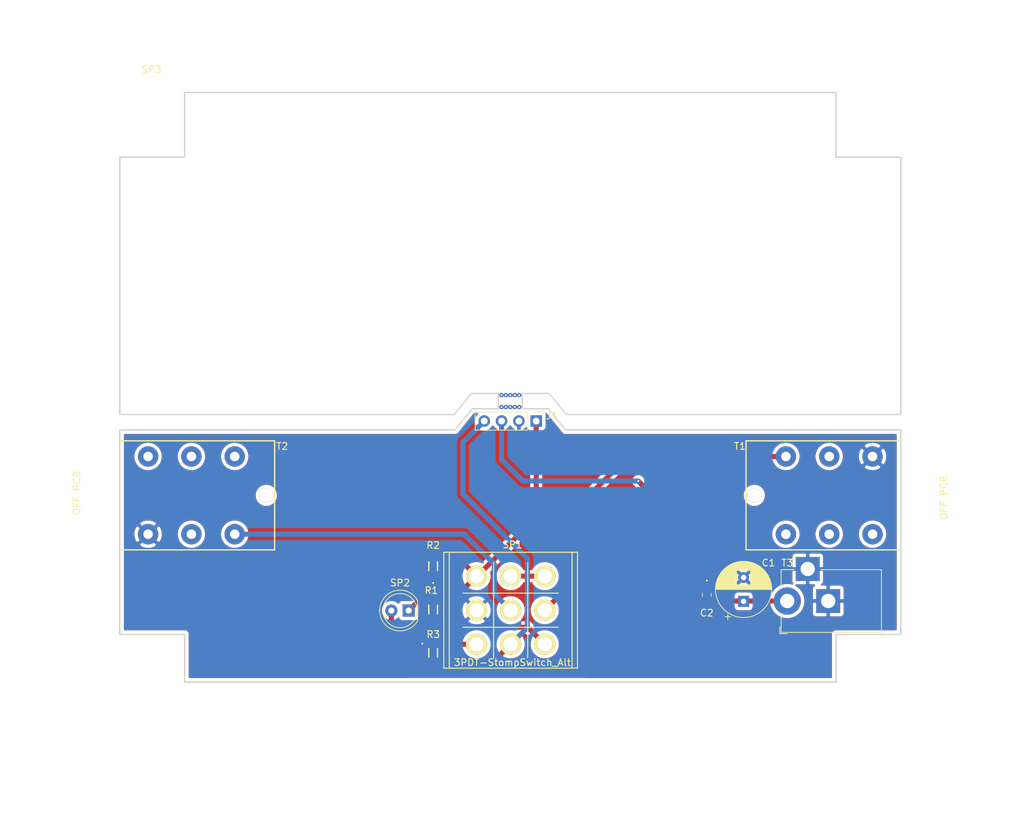
<source format=kicad_pcb>
(kicad_pcb (version 20171130) (host pcbnew "(5.1.2)-1")

  (general
    (thickness 1.6)
    (drawings 40)
    (tracks 66)
    (zones 0)
    (modules 12)
    (nets 18)
  )

  (page A4)
  (layers
    (0 F.Cu signal)
    (31 B.Cu signal)
    (32 B.Adhes user)
    (33 F.Adhes user)
    (34 B.Paste user)
    (35 F.Paste user)
    (36 B.SilkS user)
    (37 F.SilkS user)
    (38 B.Mask user)
    (39 F.Mask user)
    (40 Dwgs.User user)
    (41 Cmts.User user)
    (42 Eco1.User user)
    (43 Eco2.User user)
    (44 Edge.Cuts user)
    (45 Margin user)
    (46 B.CrtYd user)
    (47 F.CrtYd user)
    (48 B.Fab user)
    (49 F.Fab user hide)
  )

  (setup
    (last_trace_width 0.25)
    (trace_clearance 0.1524)
    (zone_clearance 0.508)
    (zone_45_only no)
    (trace_min 0.1524)
    (via_size 0.635)
    (via_drill 0.254)
    (via_min_size 0.635)
    (via_min_drill 0.254)
    (uvia_size 0.3)
    (uvia_drill 0.1)
    (uvias_allowed no)
    (uvia_min_size 0.2)
    (uvia_min_drill 0.1)
    (edge_width 0.05)
    (segment_width 0.2)
    (pcb_text_width 0.3)
    (pcb_text_size 1.5 1.5)
    (mod_edge_width 0.12)
    (mod_text_size 1 1)
    (mod_text_width 0.15)
    (pad_size 1.524 1.524)
    (pad_drill 0.762)
    (pad_to_mask_clearance 0.051)
    (solder_mask_min_width 0.25)
    (aux_axis_origin 0 0)
    (visible_elements 7FFFFFFF)
    (pcbplotparams
      (layerselection 0x010fc_ffffffff)
      (usegerberextensions false)
      (usegerberattributes false)
      (usegerberadvancedattributes false)
      (creategerberjobfile false)
      (excludeedgelayer true)
      (linewidth 0.100000)
      (plotframeref false)
      (viasonmask false)
      (mode 1)
      (useauxorigin false)
      (hpglpennumber 1)
      (hpglpenspeed 20)
      (hpglpendiameter 15.000000)
      (psnegative false)
      (psa4output false)
      (plotreference true)
      (plotvalue true)
      (plotinvisibletext false)
      (padsonsilk false)
      (subtractmaskfromsilk false)
      (outputformat 1)
      (mirror false)
      (drillshape 1)
      (scaleselection 1)
      (outputdirectory ""))
  )

  (net 0 "")
  (net 1 GND)
  (net 2 +9V)
  (net 3 "Net-(R1-Pad2)")
  (net 4 "Net-(R1-Pad1)")
  (net 5 "Net-(T1-Pad5)")
  (net 6 "Net-(T1-Pad3)")
  (net 7 "Net-(T1-Pad2)")
  (net 8 "Net-(T1-Pad1)")
  (net 9 "Net-(T2-Pad5)")
  (net 10 "Net-(T2-Pad3)")
  (net 11 "Net-(T2-Pad2)")
  (net 12 "Net-(T2-Pad1)")
  (net 13 /IN)
  (net 14 /OUT)
  (net 15 /Pedal_IN)
  (net 16 /Pedal_OUT)
  (net 17 /BYPASS)

  (net_class Default "This is the default net class."
    (clearance 0.1524)
    (trace_width 0.25)
    (via_dia 0.635)
    (via_drill 0.254)
    (uvia_dia 0.3)
    (uvia_drill 0.1)
    (add_net +9V)
    (add_net /BYPASS)
    (add_net /IN)
    (add_net /OUT)
    (add_net /Pedal_IN)
    (add_net /Pedal_OUT)
    (add_net GND)
    (add_net "Net-(R1-Pad1)")
    (add_net "Net-(R1-Pad2)")
    (add_net "Net-(T1-Pad1)")
    (add_net "Net-(T1-Pad2)")
    (add_net "Net-(T1-Pad3)")
    (add_net "Net-(T1-Pad5)")
    (add_net "Net-(T2-Pad1)")
    (add_net "Net-(T2-Pad2)")
    (add_net "Net-(T2-Pad3)")
    (add_net "Net-(T2-Pad5)")
  )

  (module AVR-KiCAD-Lib-Special:1590BB locked (layer F.Cu) (tedit 5CD60E47) (tstamp 5CD53D36)
    (at 100 150)
    (path /5CD4DBCF)
    (fp_text reference SP3 (at 2.15 -89.85) (layer F.SilkS)
      (effects (font (size 1 1) (thickness 0.15)))
    )
    (fp_text value Hammond_1590BB (at 8.1 -89.8) (layer F.Fab)
      (effects (font (size 1 1) (thickness 0.15)))
    )
    (fp_line (start -20 -42) (end 130 -42) (layer Dwgs.User) (width 0.12))
    (fp_line (start 54.75 20) (end 54.75 -100) (layer Dwgs.User) (width 0.12))
    (fp_line (start 105.330166 0.581117) (end 104.331117 0.581117) (layer Dwgs.User) (width 0.2))
    (fp_line (start 104.331117 0.581117) (end 104.331117 1.580165) (layer Dwgs.User) (width 0.2))
    (fp_line (start 5.168883 1.580165) (end 5.168883 0.581117) (layer Dwgs.User) (width 0.2))
    (fp_line (start 5.168883 0.581117) (end 4.169835 0.581117) (layer Dwgs.User) (width 0.2))
    (fp_line (start 111.080166 -5.168883) (end 110.081117 -5.168883) (layer Dwgs.User) (width 0.2))
    (fp_line (start 110.081117 -5.168883) (end 110.081117 -4.169835) (layer Dwgs.User) (width 0.2))
    (fp_line (start 110.081117 -79.830166) (end 110.081117 -78.831117) (layer Dwgs.User) (width 0.2))
    (fp_line (start 110.081117 -78.831117) (end 111.080166 -78.831117) (layer Dwgs.User) (width 0.2))
    (fp_line (start -0.581117 -4.169835) (end -0.581117 -5.168883) (layer Dwgs.User) (width 0.2))
    (fp_line (start -0.581117 -5.168883) (end -1.580165 -5.168883) (layer Dwgs.User) (width 0.2))
    (fp_line (start -1.580165 -78.831117) (end -0.581117 -78.831117) (layer Dwgs.User) (width 0.2))
    (fp_line (start -0.581117 -78.831117) (end -0.581117 -79.830166) (layer Dwgs.User) (width 0.2))
    (fp_line (start 104.331117 -85.580166) (end 104.331117 -84.581117) (layer Dwgs.User) (width 0.2))
    (fp_line (start 104.331117 -84.581117) (end 105.330166 -84.581117) (layer Dwgs.User) (width 0.2))
    (fp_line (start 4.169835 -84.581117) (end 5.168883 -84.581117) (layer Dwgs.User) (width 0.2))
    (fp_line (start 5.168883 -84.581117) (end 5.168883 -85.580166) (layer Dwgs.User) (width 0.2))
    (fp_line (start 4.169835 -84) (end 5.168883 -84) (layer Dwgs.User) (width 0.2))
    (fp_line (start 5.168883 -84) (end 5.168883 -84.581117) (layer Dwgs.User) (width 0.2))
    (fp_line (start 4.169835 -84.581117) (end 4.169835 -84) (layer Dwgs.User) (width 0.2))
    (fp_line (start 3 -85.750952) (end 4.169835 -84.581117) (layer Dwgs.User) (width 0.2))
    (fp_line (start 5.168883 -85.580166) (end 3.999049 -86.75) (layer Dwgs.User) (width 0.2))
    (fp_line (start 5.168883 -84.581117) (end 104.331117 -84.581117) (layer Dwgs.User) (width 0.2))
    (fp_line (start 104.331117 -85.580166) (end 5.168883 -85.580166) (layer Dwgs.User) (width 0.2))
    (fp_line (start 0 -79.830166) (end 0 -78.831117) (layer Dwgs.User) (width 0.2))
    (fp_arc (start 0 -84) (end 0 -78.831117) (angle -90) (layer Dwgs.User) (width 0.2))
    (fp_arc (start 0 -84) (end 0 -79.830166) (angle -90) (layer Dwgs.User) (width 0.2))
    (fp_line (start 105.500952 -86.75) (end 104.331117 -85.580166) (layer Dwgs.User) (width 0.2))
    (fp_line (start 105.330166 -84.581117) (end 106.5 -85.750952) (layer Dwgs.User) (width 0.2))
    (fp_line (start 104.331117 -84) (end 105.330166 -84) (layer Dwgs.User) (width 0.2))
    (fp_line (start 105.330166 -84) (end 105.330166 -84.581117) (layer Dwgs.User) (width 0.2))
    (fp_line (start 104.331117 -84.581117) (end 104.331117 -84) (layer Dwgs.User) (width 0.2))
    (fp_line (start -0.581117 -78.831117) (end 0 -78.831117) (layer Dwgs.User) (width 0.2))
    (fp_line (start 0 -79.830166) (end -0.581117 -79.830166) (layer Dwgs.User) (width 0.2))
    (fp_line (start 109.5 -78.831117) (end 109.5 -79.830166) (layer Dwgs.User) (width 0.2))
    (fp_arc (start 109.5 -84) (end 105.330166 -84) (angle -90) (layer Dwgs.User) (width 0.2))
    (fp_arc (start 109.5 -84) (end 104.331117 -84) (angle -90) (layer Dwgs.User) (width 0.2))
    (fp_line (start -2.75 -80.000952) (end -1.580165 -78.831117) (layer Dwgs.User) (width 0.2))
    (fp_line (start -0.581117 -79.830166) (end -1.750951 -81) (layer Dwgs.User) (width 0.2))
    (fp_line (start -0.581117 -5.168883) (end -0.581117 -78.831117) (layer Dwgs.User) (width 0.2))
    (fp_line (start -1.580165 -78.831117) (end -1.580165 -5.168883) (layer Dwgs.User) (width 0.2))
    (fp_line (start 109.5 -78.831117) (end 110.081117 -78.831117) (layer Dwgs.User) (width 0.2))
    (fp_line (start 110.081117 -79.830166) (end 109.5 -79.830166) (layer Dwgs.User) (width 0.2))
    (fp_line (start -1.750951 -3) (end -0.581117 -4.169835) (layer Dwgs.User) (width 0.2))
    (fp_line (start -1.580165 -5.168883) (end -2.75 -3.999048) (layer Dwgs.User) (width 0.2))
    (fp_line (start 0 -4.169835) (end 0 -5.168883) (layer Dwgs.User) (width 0.2))
    (fp_line (start 0 -5.168883) (end -0.581117 -5.168883) (layer Dwgs.User) (width 0.2))
    (fp_line (start -0.581117 -4.169835) (end 0 -4.169835) (layer Dwgs.User) (width 0.2))
    (fp_line (start 111.250952 -81) (end 110.081117 -79.830166) (layer Dwgs.User) (width 0.2))
    (fp_line (start 111.080166 -78.831117) (end 112.25 -80.000952) (layer Dwgs.User) (width 0.2))
    (fp_line (start 110.081117 -78.831117) (end 110.081117 -5.168883) (layer Dwgs.User) (width 0.2))
    (fp_line (start 111.080166 -5.168883) (end 111.080166 -78.831117) (layer Dwgs.User) (width 0.2))
    (fp_line (start 4.169835 0) (end 5.168883 0) (layer Dwgs.User) (width 0.2))
    (fp_arc (start 0 0) (end 5.168883 0) (angle -90) (layer Dwgs.User) (width 0.2))
    (fp_arc (start 0 0) (end 4.169835 0) (angle -90) (layer Dwgs.User) (width 0.2))
    (fp_line (start 112.25 -3.999048) (end 111.080166 -5.168883) (layer Dwgs.User) (width 0.2))
    (fp_line (start 110.081117 -4.169835) (end 111.250952 -3) (layer Dwgs.User) (width 0.2))
    (fp_line (start 109.5 -5.168883) (end 109.5 -4.169835) (layer Dwgs.User) (width 0.2))
    (fp_line (start 109.5 -4.169835) (end 110.081117 -4.169835) (layer Dwgs.User) (width 0.2))
    (fp_line (start 110.081117 -5.168883) (end 109.5 -5.168883) (layer Dwgs.User) (width 0.2))
    (fp_line (start 5.168883 0.581117) (end 5.168883 0) (layer Dwgs.User) (width 0.2))
    (fp_line (start 4.169835 0) (end 4.169835 0.581117) (layer Dwgs.User) (width 0.2))
    (fp_line (start 104.331117 0) (end 105.330166 0) (layer Dwgs.User) (width 0.2))
    (fp_arc (start 109.5 0) (end 109.5 -4.169835) (angle -90) (layer Dwgs.User) (width 0.2))
    (fp_arc (start 109.5 0) (end 109.5 -5.168883) (angle -90) (layer Dwgs.User) (width 0.2))
    (fp_line (start 3.999049 2.75) (end 5.168883 1.580165) (layer Dwgs.User) (width 0.2))
    (fp_line (start 4.169835 0.581117) (end 3 1.750952) (layer Dwgs.User) (width 0.2))
    (fp_line (start 104.331117 0.581117) (end 5.168883 0.581117) (layer Dwgs.User) (width 0.2))
    (fp_line (start 5.168883 1.580165) (end 104.331117 1.580165) (layer Dwgs.User) (width 0.2))
    (fp_line (start 104.331117 0) (end 104.331117 0.581117) (layer Dwgs.User) (width 0.2))
    (fp_line (start 105.330166 0.581117) (end 105.330166 0) (layer Dwgs.User) (width 0.2))
    (fp_line (start 106.5 1.750952) (end 105.330166 0.581117) (layer Dwgs.User) (width 0.2))
    (fp_line (start 104.331117 1.580165) (end 105.500952 2.75) (layer Dwgs.User) (width 0.2))
    (fp_line (start 106.5 0) (end 106.5 1.750952) (layer Dwgs.User) (width 0.2))
    (fp_line (start 106.5 0) (end 105.330166 0) (layer Dwgs.User) (width 0.2))
    (fp_line (start 105.500952 2.75) (end 3.999049 2.75) (layer Dwgs.User) (width 0.2))
    (fp_line (start 3 0) (end 4.169835 0) (layer Dwgs.User) (width 0.2))
    (fp_line (start 3 1.750952) (end 3 0) (layer Dwgs.User) (width 0.2))
    (fp_line (start 0 -3) (end 0 -4.169835) (layer Dwgs.User) (width 0.2))
    (fp_arc (start 0 0) (end 3 0) (angle -90) (layer Dwgs.User) (width 0.2))
    (fp_line (start 0 -3) (end -1.750951 -3) (layer Dwgs.User) (width 0.2))
    (fp_line (start -2.75 -3.999048) (end -2.75 -80.000952) (layer Dwgs.User) (width 0.2))
    (fp_line (start 0 -81) (end 0 -79.830166) (layer Dwgs.User) (width 0.2))
    (fp_line (start -1.750951 -81) (end 0 -81) (layer Dwgs.User) (width 0.2))
    (fp_line (start 3 -84) (end 4.169835 -84) (layer Dwgs.User) (width 0.2))
    (fp_arc (start 0 -84) (end 0 -81) (angle -90) (layer Dwgs.User) (width 0.2))
    (fp_line (start 3 -84) (end 3 -85.750952) (layer Dwgs.User) (width 0.2))
    (fp_arc (start 109.5 0) (end 109.5 -3) (angle -90) (layer Dwgs.User) (width 0.2))
    (fp_line (start 109.5 -3) (end 109.5 -4.169835) (layer Dwgs.User) (width 0.2))
    (fp_line (start 111.250952 -3) (end 109.5 -3) (layer Dwgs.User) (width 0.2))
    (fp_line (start 112.25 -80.000952) (end 112.25 -3.999048) (layer Dwgs.User) (width 0.2))
    (fp_line (start 109.5 -81) (end 111.250952 -81) (layer Dwgs.User) (width 0.2))
    (fp_line (start 109.5 -81) (end 109.5 -79.830166) (layer Dwgs.User) (width 0.2))
    (fp_arc (start 109.5 -84) (end 106.5 -84) (angle -90) (layer Dwgs.User) (width 0.2))
    (fp_line (start 106.5 -84) (end 105.330166 -84) (layer Dwgs.User) (width 0.2))
    (fp_line (start 106.5 -85.750952) (end 106.5 -84) (layer Dwgs.User) (width 0.2))
    (fp_line (start 3.999049 -86.75) (end 105.500952 -86.75) (layer Dwgs.User) (width 0.2))
    (fp_circle (center 0 -84) (end 1.321 -84) (layer Dwgs.User) (width 0.2))
    (fp_circle (center 0 -84) (end 1.75 -84) (layer Dwgs.User) (width 0.2))
    (fp_circle (center 109.5 0) (end 110.821 0) (layer Dwgs.User) (width 0.2))
    (fp_circle (center 109.5 0) (end 111.25 0) (layer Dwgs.User) (width 0.2))
    (fp_circle (center 0 0) (end 1.321 0) (layer Dwgs.User) (width 0.2))
    (fp_circle (center 0 0) (end 1.75 0) (layer Dwgs.User) (width 0.2))
    (fp_circle (center 109.5 -84) (end 110.821 -84) (layer Dwgs.User) (width 0.2))
    (fp_circle (center 109.5 -84) (end 111.25 -84) (layer Dwgs.User) (width 0.2))
    (fp_curve (pts (xy 96.185709 -34.536037) (xy 96.170337 -34.587277) (xy 96.161286 -34.651595) (xy 96.155698 -34.713437)) (layer Dwgs.User) (width 0.2))
    (fp_curve (pts (xy 96.155698 -34.713437) (xy 96.147982 -34.79882) (xy 96.145694 -34.893419) (xy 96.145694 -34.978872)) (layer Dwgs.User) (width 0.2))
    (fp_line (start 96.145694 -34.978872) (end 96.145694 -35.733826) (layer Dwgs.User) (width 0.2))
    (fp_line (start 96.145694 -35.733826) (end 97.202096 -35.733826) (layer Dwgs.User) (width 0.2))
    (fp_line (start 97.202096 -35.733826) (end 97.202096 -35.034893) (layer Dwgs.User) (width 0.2))
    (fp_curve (pts (xy 97.202096 -35.034893) (xy 97.202096 -34.923295) (xy 97.198838 -34.794414) (xy 97.186599 -34.682858)) (layer Dwgs.User) (width 0.2))
    (fp_curve (pts (xy 97.186599 -34.682858) (xy 97.174076 -34.56872) (xy 97.156108 -34.506058) (xy 97.136247 -34.459593)) (layer Dwgs.User) (width 0.2))
    (fp_curve (pts (xy 97.136247 -34.459593) (xy 97.11458 -34.4089) (xy 97.084757 -34.363609) (xy 97.045754 -34.324647)) (layer Dwgs.User) (width 0.2))
    (fp_curve (pts (xy 97.045754 -34.324647) (xy 96.999263 -34.278206) (xy 96.944757 -34.245704) (xy 96.890939 -34.223456)) (layer Dwgs.User) (width 0.2))
    (fp_curve (pts (xy 96.890939 -34.223456) (xy 96.819282 -34.193834) (xy 96.743422 -34.181235) (xy 96.665892 -34.181235)) (layer Dwgs.User) (width 0.2))
    (fp_curve (pts (xy 96.665892 -34.181235) (xy 96.619238 -34.181235) (xy 96.572396 -34.18554) (xy 96.526907 -34.195932)) (layer Dwgs.User) (width 0.2))
    (fp_curve (pts (xy 96.526907 -34.195932) (xy 96.485539 -34.205383) (xy 96.445817 -34.219745) (xy 96.408542 -34.240025)) (layer Dwgs.User) (width 0.2))
    (fp_curve (pts (xy 96.408542 -34.240025) (xy 96.370249 -34.26086) (xy 96.324517 -34.293053) (xy 96.281737 -34.346342)) (layer Dwgs.User) (width 0.2))
    (fp_curve (pts (xy 96.281737 -34.346342) (xy 96.23697 -34.402108) (xy 96.206438 -34.46763) (xy 96.185709 -34.536037)) (layer Dwgs.User) (width 0.2))
    (fp_curve (pts (xy 94.545084 -34.546707) (xy 94.538448 -34.584311) (xy 94.534989 -34.633198) (xy 94.53308 -34.670755)) (layer Dwgs.User) (width 0.2))
    (fp_curve (pts (xy 94.53308 -34.670755) (xy 94.529968 -34.731942) (xy 94.529078 -34.800468) (xy 94.529078 -34.861494)) (layer Dwgs.User) (width 0.2))
    (fp_line (start 94.529078 -34.861494) (end 94.529078 -35.733826) (layer Dwgs.User) (width 0.2))
    (fp_line (start 94.529078 -35.733826) (end 95.732203 -35.733826) (layer Dwgs.User) (width 0.2))
    (fp_line (start 95.732203 -35.733826) (end 95.732203 -34.925518) (layer Dwgs.User) (width 0.2))
    (fp_curve (pts (xy 95.732203 -34.925518) (xy 95.732203 -34.817183) (xy 95.727557 -34.699155) (xy 95.712514 -34.591588)) (layer Dwgs.User) (width 0.2))
    (fp_curve (pts (xy 95.712514 -34.591588) (xy 95.69645 -34.476718) (xy 95.67326 -34.407288) (xy 95.652778 -34.360326)) (layer Dwgs.User) (width 0.2))
    (fp_curve (pts (xy 95.652778 -34.360326) (xy 95.624822 -34.296229) (xy 95.586611 -34.239016) (xy 95.536808 -34.189926)) (layer Dwgs.User) (width 0.2))
    (fp_curve (pts (xy 95.536808 -34.189926) (xy 95.491792 -34.145554) (xy 95.434683 -34.104568) (xy 95.364026 -34.075363)) (layer Dwgs.User) (width 0.2))
    (fp_curve (pts (xy 95.364026 -34.075363) (xy 95.290141 -34.044824) (xy 95.211914 -34.031845) (xy 95.131974 -34.031845)) (layer Dwgs.User) (width 0.2))
    (fp_curve (pts (xy 95.131974 -34.031845) (xy 95.061996 -34.031845) (xy 94.992462 -34.040863) (xy 94.925929 -34.062587)) (layer Dwgs.User) (width 0.2))
    (fp_curve (pts (xy 94.925929 -34.062587) (xy 94.848827 -34.087763) (xy 94.793865 -34.123852) (xy 94.757703 -34.151445)) (layer Dwgs.User) (width 0.2))
    (fp_curve (pts (xy 94.757703 -34.151445) (xy 94.689435 -34.203535) (xy 94.653395 -34.256789) (xy 94.632466 -34.293118)) (layer Dwgs.User) (width 0.2))
    (fp_curve (pts (xy 94.632466 -34.293118) (xy 94.587946 -34.370397) (xy 94.561148 -34.459084) (xy 94.545084 -34.546707)) (layer Dwgs.User) (width 0.2))
    (fp_line (start 94.115587 -36.198003) (end 94.115587 -34.864162) (layer Dwgs.User) (width 0.2))
    (fp_curve (pts (xy 94.115587 -34.864162) (xy 94.115587 -34.715019) (xy 94.124253 -34.556789) (xy 94.150261 -34.409695)) (layer Dwgs.User) (width 0.2))
    (fp_curve (pts (xy 94.150261 -34.409695) (xy 94.178325 -34.250973) (xy 94.219229 -34.144812) (xy 94.253512 -34.072037)) (layer Dwgs.User) (width 0.2))
    (fp_curve (pts (xy 94.253512 -34.072037) (xy 94.313003 -33.945754) (xy 94.379492 -33.871151) (xy 94.42635 -33.8264)) (layer Dwgs.User) (width 0.2))
    (fp_curve (pts (xy 94.42635 -33.8264) (xy 94.543855 -33.71418) (xy 94.68017 -33.653256) (xy 94.730869 -33.63209)) (layer Dwgs.User) (width 0.2))
    (fp_curve (pts (xy 94.730869 -33.63209) (xy 94.858123 -33.578963) (xy 94.991409 -33.554329) (xy 95.129307 -33.554329)) (layer Dwgs.User) (width 0.2))
    (fp_curve (pts (xy 95.129307 -33.554329) (xy 95.206421 -33.554329) (xy 95.283061 -33.56242) (xy 95.357964 -33.580772)) (layer Dwgs.User) (width 0.2))
    (fp_curve (pts (xy 95.357964 -33.580772) (xy 95.429164 -33.598216) (xy 95.496937 -33.624477) (xy 95.561005 -33.660099)) (layer Dwgs.User) (width 0.2))
    (fp_curve (pts (xy 95.561005 -33.660099) (xy 95.622279 -33.694167) (xy 95.715722 -33.755095) (xy 95.803595 -33.866107)) (layer Dwgs.User) (width 0.2))
    (fp_curve (pts (xy 95.803595 -33.866107) (xy 95.885344 -33.969381) (xy 95.940762 -34.089511) (xy 95.97763 -34.215915)) (layer Dwgs.User) (width 0.2))
    (fp_curve (pts (xy 95.97763 -34.215915) (xy 96.026501 -34.11711) (xy 96.088422 -34.024958) (xy 96.167495 -33.948112)) (layer Dwgs.User) (width 0.2))
    (fp_curve (pts (xy 96.167495 -33.948112) (xy 96.250593 -33.867356) (xy 96.339255 -33.817714) (xy 96.415669 -33.785755)) (layer Dwgs.User) (width 0.2))
    (fp_curve (pts (xy 96.415669 -33.785755) (xy 96.512769 -33.745144) (xy 96.613995 -33.725061) (xy 96.719246 -33.725061)) (layer Dwgs.User) (width 0.2))
    (fp_curve (pts (xy 96.719246 -33.725061) (xy 96.788054 -33.725061) (xy 96.855842 -33.733339) (xy 96.922566 -33.750145)) (layer Dwgs.User) (width 0.2))
    (fp_curve (pts (xy 96.922566 -33.750145) (xy 96.990567 -33.767273) (xy 97.055532 -33.792772) (xy 97.117605 -33.825397)) (layer Dwgs.User) (width 0.2))
    (fp_curve (pts (xy 97.117605 -33.825397) (xy 97.20109 -33.869277) (xy 97.290541 -33.931002) (xy 97.368995 -34.020604)) (layer Dwgs.User) (width 0.2))
    (fp_curve (pts (xy 97.368995 -34.020604) (xy 97.433145 -34.093871) (xy 97.494606 -34.18856) (xy 97.539673 -34.322451)) (layer Dwgs.User) (width 0.2))
    (fp_curve (pts (xy 97.539673 -34.322451) (xy 97.596092 -34.490071) (xy 97.615587 -34.687521) (xy 97.615587 -34.885503)) (layer Dwgs.User) (width 0.2))
    (fp_line (start 97.615587 -34.885503) (end 97.615587 -36.198003) (layer Dwgs.User) (width 0.2))
    (fp_line (start 97.615587 -36.198003) (end 94.115587 -36.198003) (layer Dwgs.User) (width 0.2))
    (fp_line (start 99.623546 -54.50231) (end 99.623546 -54.038133) (layer Dwgs.User) (width 0.2))
    (fp_line (start 99.623546 -54.038133) (end 101.272174 -54.038133) (layer Dwgs.User) (width 0.2))
    (fp_line (start 101.272174 -54.038133) (end 101.272174 -52.224109) (layer Dwgs.User) (width 0.2))
    (fp_line (start 101.272174 -52.224109) (end 99.623546 -52.224109) (layer Dwgs.User) (width 0.2))
    (fp_line (start 99.623546 -52.224109) (end 99.623546 -51.759932) (layer Dwgs.User) (width 0.2))
    (fp_line (start 99.623546 -51.759932) (end 103.123546 -51.759932) (layer Dwgs.User) (width 0.2))
    (fp_line (start 103.123546 -51.759932) (end 103.123546 -52.224109) (layer Dwgs.User) (width 0.2))
    (fp_line (start 103.123546 -52.224109) (end 101.685665 -52.224109) (layer Dwgs.User) (width 0.2))
    (fp_line (start 101.685665 -52.224109) (end 101.685665 -54.038133) (layer Dwgs.User) (width 0.2))
    (fp_line (start 101.685665 -54.038133) (end 103.123546 -54.038133) (layer Dwgs.User) (width 0.2))
    (fp_line (start 103.123546 -54.038133) (end 103.123546 -54.50231) (layer Dwgs.User) (width 0.2))
    (fp_line (start 103.123546 -54.50231) (end 99.623546 -54.50231) (layer Dwgs.User) (width 0.2))
    (fp_line (start 99.623546 -51.37045) (end 99.623546 -50.879597) (layer Dwgs.User) (width 0.2))
    (fp_line (start 99.623546 -50.879597) (end 100.682616 -50.49545) (layer Dwgs.User) (width 0.2))
    (fp_line (start 100.682616 -50.49545) (end 100.682616 -49.028225) (layer Dwgs.User) (width 0.2))
    (fp_line (start 100.682616 -49.028225) (end 99.623546 -48.622737) (layer Dwgs.User) (width 0.2))
    (fp_line (start 99.623546 -48.622737) (end 99.623546 -48.094536) (layer Dwgs.User) (width 0.2))
    (fp_line (start 99.623546 -48.094536) (end 103.123546 -49.524414) (layer Dwgs.User) (width 0.2))
    (fp_line (start 103.123546 -49.524414) (end 103.123546 -50.025938) (layer Dwgs.User) (width 0.2))
    (fp_line (start 103.123546 -50.025938) (end 99.623546 -51.37045) (layer Dwgs.User) (width 0.2))
    (fp_line (start 102.029796 -49.54042) (end 101.058759 -49.17228) (layer Dwgs.User) (width 0.2))
    (fp_line (start 101.058759 -49.17228) (end 101.058759 -50.362066) (layer Dwgs.User) (width 0.2))
    (fp_line (start 101.058759 -50.362066) (end 102.085817 -49.975252) (layer Dwgs.User) (width 0.2))
    (fp_curve (pts (xy 102.085817 -49.975252) (xy 102.195943 -49.935607) (xy 102.307319 -49.899736) (xy 102.419944 -49.867878)) (layer Dwgs.User) (width 0.2))
    (fp_curve (pts (xy 102.419944 -49.867878) (xy 102.530779 -49.836526) (xy 102.642599 -49.809124) (xy 102.755405 -49.785847)) (layer Dwgs.User) (width 0.2))
    (fp_curve (pts (xy 102.755405 -49.785847) (xy 102.649159 -49.755777) (xy 102.537043 -49.719796) (xy 102.432616 -49.684475)) (layer Dwgs.User) (width 0.2))
    (fp_curve (pts (xy 102.432616 -49.684475) (xy 102.299341 -49.639396) (xy 102.161487 -49.589606) (xy 102.029796 -49.54042)) (layer Dwgs.User) (width 0.2))
    (fp_line (start 99.623546 -47.739734) (end 99.623546 -47.294231) (layer Dwgs.User) (width 0.2))
    (fp_line (start 99.623546 -47.294231) (end 102.603348 -47.294231) (layer Dwgs.User) (width 0.2))
    (fp_line (start 102.603348 -47.294231) (end 99.623546 -46.280511) (layer Dwgs.User) (width 0.2))
    (fp_line (start 99.623546 -46.280511) (end 99.623546 -45.864353) (layer Dwgs.User) (width 0.2))
    (fp_line (start 99.623546 -45.864353) (end 102.552662 -44.84263) (layer Dwgs.User) (width 0.2))
    (fp_line (start 102.552662 -44.84263) (end 99.623546 -44.84263) (layer Dwgs.User) (width 0.2))
    (fp_line (start 99.623546 -44.84263) (end 99.623546 -44.397127) (layer Dwgs.User) (width 0.2))
    (fp_line (start 99.623546 -44.397127) (end 103.123546 -44.397127) (layer Dwgs.User) (width 0.2))
    (fp_line (start 103.123546 -44.397127) (end 103.123546 -45.018697) (layer Dwgs.User) (width 0.2))
    (fp_line (start 103.123546 -45.018697) (end 100.687951 -45.859018) (layer Dwgs.User) (width 0.2))
    (fp_curve (pts (xy 100.687951 -45.859018) (xy 100.582487 -45.895437) (xy 100.468559 -45.934371) (xy 100.362494 -45.969726)) (layer Dwgs.User) (width 0.2))
    (fp_curve (pts (xy 100.362494 -45.969726) (xy 100.288537 -45.994379) (xy 100.202635 -46.022548) (xy 100.127738 -46.045755)) (layer Dwgs.User) (width 0.2))
    (fp_curve (pts (xy 100.127738 -46.045755) (xy 100.195767 -46.067014) (xy 100.275159 -46.092584) (xy 100.342486 -46.114448)) (layer Dwgs.User) (width 0.2))
    (fp_curve (pts (xy 100.342486 -46.114448) (xy 100.440878 -46.1464) (xy 100.547275 -46.181406) (xy 100.645268 -46.213819)) (layer Dwgs.User) (width 0.2))
    (fp_line (start 100.645268 -46.213819) (end 103.123546 -47.043469) (layer Dwgs.User) (width 0.2))
    (fp_line (start 103.123546 -47.043469) (end 103.123546 -47.739734) (layer Dwgs.User) (width 0.2))
    (fp_line (start 103.123546 -47.739734) (end 99.623546 -47.739734) (layer Dwgs.User) (width 0.2))
    (fp_line (start 99.623546 -43.666182) (end 99.623546 -43.220679) (layer Dwgs.User) (width 0.2))
    (fp_line (start 99.623546 -43.220679) (end 102.603348 -43.220679) (layer Dwgs.User) (width 0.2))
    (fp_line (start 102.603348 -43.220679) (end 99.623546 -42.20696) (layer Dwgs.User) (width 0.2))
    (fp_line (start 99.623546 -42.20696) (end 99.623546 -41.790801) (layer Dwgs.User) (width 0.2))
    (fp_line (start 99.623546 -41.790801) (end 102.552662 -40.769079) (layer Dwgs.User) (width 0.2))
    (fp_line (start 102.552662 -40.769079) (end 99.623546 -40.769079) (layer Dwgs.User) (width 0.2))
    (fp_line (start 99.623546 -40.769079) (end 99.623546 -40.323576) (layer Dwgs.User) (width 0.2))
    (fp_line (start 99.623546 -40.323576) (end 103.123546 -40.323576) (layer Dwgs.User) (width 0.2))
    (fp_line (start 103.123546 -40.323576) (end 103.123546 -40.945146) (layer Dwgs.User) (width 0.2))
    (fp_line (start 103.123546 -40.945146) (end 100.687951 -41.785466) (layer Dwgs.User) (width 0.2))
    (fp_curve (pts (xy 100.687951 -41.785466) (xy 100.582487 -41.821885) (xy 100.468559 -41.860819) (xy 100.362494 -41.896175)) (layer Dwgs.User) (width 0.2))
    (fp_curve (pts (xy 100.362494 -41.896175) (xy 100.288537 -41.920827) (xy 100.202635 -41.948996) (xy 100.127738 -41.972204)) (layer Dwgs.User) (width 0.2))
    (fp_curve (pts (xy 100.127738 -41.972204) (xy 100.195767 -41.993463) (xy 100.275159 -42.019032) (xy 100.342486 -42.040896)) (layer Dwgs.User) (width 0.2))
    (fp_curve (pts (xy 100.342486 -42.040896) (xy 100.440878 -42.072848) (xy 100.547275 -42.107854) (xy 100.645268 -42.140268)) (layer Dwgs.User) (width 0.2))
    (fp_line (start 100.645268 -42.140268) (end 103.123546 -42.969917) (layer Dwgs.User) (width 0.2))
    (fp_line (start 103.123546 -42.969917) (end 103.123546 -43.666182) (layer Dwgs.User) (width 0.2))
    (fp_line (start 103.123546 -43.666182) (end 99.623546 -43.666182) (layer Dwgs.User) (width 0.2))
    (fp_curve (pts (xy 101.373546 -36.847585) (xy 101.132588 -36.847585) (xy 100.883879 -36.879591) (xy 100.66164 -36.973529)) (layer Dwgs.User) (width 0.2))
    (fp_curve (pts (xy 100.66164 -36.973529) (xy 100.500071 -37.041823) (xy 100.378673 -37.131681) (xy 100.280714 -37.232049)) (layer Dwgs.User) (width 0.2))
    (fp_curve (pts (xy 100.280714 -37.232049) (xy 100.181656 -37.333543) (xy 100.103427 -37.449064) (xy 100.049304 -37.580153)) (layer Dwgs.User) (width 0.2))
    (fp_curve (pts (xy 100.049304 -37.580153) (xy 99.988164 -37.728241) (xy 99.962342 -37.885182) (xy 99.962342 -38.045374)) (layer Dwgs.User) (width 0.2))
    (fp_curve (pts (xy 99.962342 -38.045374) (xy 99.962342 -38.128074) (xy 99.969388 -38.210487) (xy 99.985063 -38.291691)) (layer Dwgs.User) (width 0.2))
    (fp_curve (pts (xy 99.985063 -38.291691) (xy 99.999964 -38.368889) (xy 100.022444 -38.443853) (xy 100.053226 -38.516201)) (layer Dwgs.User) (width 0.2))
    (fp_curve (pts (xy 100.053226 -38.516201) (xy 100.11213 -38.654645) (xy 100.197952 -38.775316) (xy 100.305597 -38.880425)) (layer Dwgs.User) (width 0.2))
    (fp_curve (pts (xy 100.305597 -38.880425) (xy 100.382878 -38.955885) (xy 100.506605 -39.057898) (xy 100.698886 -39.133855)) (layer Dwgs.User) (width 0.2))
    (fp_curve (pts (xy 100.698886 -39.133855) (xy 100.896219 -39.211807) (xy 101.110835 -39.240496) (xy 101.32286 -39.240496)) (layer Dwgs.User) (width 0.2))
    (fp_curve (pts (xy 101.32286 -39.240496) (xy 101.479571 -39.240496) (xy 101.64096 -39.230015) (xy 101.795209 -39.201779)) (layer Dwgs.User) (width 0.2))
    (fp_curve (pts (xy 101.795209 -39.201779) (xy 101.92329 -39.178333) (xy 102.051313 -39.141765) (xy 102.168873 -39.085628)) (layer Dwgs.User) (width 0.2))
    (fp_curve (pts (xy 102.168873 -39.085628) (xy 102.272297 -39.036242) (xy 102.366604 -38.97221) (xy 102.446143 -38.889677)) (layer Dwgs.User) (width 0.2))
    (fp_curve (pts (xy 102.446143 -38.889677) (xy 102.550921 -38.780955) (xy 102.63874 -38.651743) (xy 102.696751 -38.512339)) (layer Dwgs.User) (width 0.2))
    (fp_curve (pts (xy 102.696751 -38.512339) (xy 102.759447 -38.36168) (xy 102.787418 -38.203217) (xy 102.787418 -38.040039)) (layer Dwgs.User) (width 0.2))
    (fp_curve (pts (xy 102.787418 -38.040039) (xy 102.787418 -37.954287) (xy 102.779405 -37.869099) (xy 102.761947 -37.785141)) (layer Dwgs.User) (width 0.2))
    (fp_curve (pts (xy 102.761947 -37.785141) (xy 102.745072 -37.703989) (xy 102.719706 -37.625591) (xy 102.685534 -37.550075)) (layer Dwgs.User) (width 0.2))
    (fp_curve (pts (xy 102.685534 -37.550075) (xy 102.640451 -37.450446) (xy 102.567181 -37.326153) (xy 102.448475 -37.211677)) (layer Dwgs.User) (width 0.2))
    (fp_curve (pts (xy 102.448475 -37.211677) (xy 102.366377 -37.132504) (xy 102.243658 -37.038864) (xy 102.055056 -36.964557)) (layer Dwgs.User) (width 0.2))
    (fp_curve (pts (xy 102.055056 -36.964557) (xy 101.839138 -36.879487) (xy 101.605484 -36.847585) (xy 101.373546 -36.847585)) (layer Dwgs.User) (width 0.2))
    (fp_curve (pts (xy 101.328195 -39.718012) (xy 101.18723 -39.718012) (xy 101.047623 -39.704012) (xy 100.909725 -39.674763)) (layer Dwgs.User) (width 0.2))
    (fp_curve (pts (xy 100.909725 -39.674763) (xy 100.772735 -39.645707) (xy 100.640408 -39.602233) (xy 100.512591 -39.545019)) (layer Dwgs.User) (width 0.2))
    (fp_curve (pts (xy 100.512591 -39.545019) (xy 100.370061 -39.481218) (xy 100.192128 -39.382013) (xy 100.023889 -39.211208)) (layer Dwgs.User) (width 0.2))
    (fp_curve (pts (xy 100.023889 -39.211208) (xy 99.882506 -39.067669) (xy 99.768562 -38.89458) (xy 99.691195 -38.708124)) (layer Dwgs.User) (width 0.2))
    (fp_curve (pts (xy 99.691195 -38.708124) (xy 99.603196 -38.496046) (xy 99.564857 -38.272301) (xy 99.564857 -38.042707)) (layer Dwgs.User) (width 0.2))
    (fp_curve (pts (xy 99.564857 -38.042707) (xy 99.564857 -37.918307) (xy 99.577051 -37.795044) (xy 99.602719 -37.67332)) (layer Dwgs.User) (width 0.2))
    (fp_curve (pts (xy 99.602719 -37.67332) (xy 99.628092 -37.552993) (xy 99.666087 -37.436754) (xy 99.716305 -37.324501)) (layer Dwgs.User) (width 0.2))
    (fp_curve (pts (xy 99.716305 -37.324501) (xy 99.823594 -37.084676) (xy 99.952455 -36.939463) (xy 100.027844 -36.86432)) (layer Dwgs.User) (width 0.2))
    (fp_curve (pts (xy 100.027844 -36.86432) (xy 100.194041 -36.698665) (xy 100.383656 -36.592048) (xy 100.553747 -36.521893)) (layer Dwgs.User) (width 0.2))
    (fp_curve (pts (xy 100.553747 -36.521893) (xy 100.812946 -36.414985) (xy 101.087867 -36.370069) (xy 101.36821 -36.370069)) (layer Dwgs.User) (width 0.2))
    (fp_curve (pts (xy 101.36821 -36.370069) (xy 101.519977 -36.370069) (xy 101.6715 -36.382834) (xy 101.820488 -36.41178)) (layer Dwgs.User) (width 0.2))
    (fp_curve (pts (xy 101.820488 -36.41178) (xy 101.960398 -36.438962) (xy 102.096266 -36.480062) (xy 102.226965 -36.536912)) (layer Dwgs.User) (width 0.2))
    (fp_curve (pts (xy 102.226965 -36.536912) (xy 102.465958 -36.640865) (xy 102.617712 -36.766094) (xy 102.714821 -36.862205)) (layer Dwgs.User) (width 0.2))
    (fp_curve (pts (xy 102.714821 -36.862205) (xy 102.906232 -37.051651) (xy 103.006569 -37.253512) (xy 103.057033 -37.374857)) (layer Dwgs.User) (width 0.2))
    (fp_curve (pts (xy 103.057033 -37.374857) (xy 103.145613 -37.587851) (xy 103.184902 -37.812038) (xy 103.184902 -38.042707)) (layer Dwgs.User) (width 0.2))
    (fp_curve (pts (xy 103.184902 -38.042707) (xy 103.184902 -38.165186) (xy 103.174761 -38.287484) (xy 103.151795 -38.407797)) (layer Dwgs.User) (width 0.2))
    (fp_curve (pts (xy 103.151795 -38.407797) (xy 103.130225 -38.520791) (xy 103.097608 -38.630649) (xy 103.052472 -38.73646)) (layer Dwgs.User) (width 0.2))
    (fp_curve (pts (xy 103.052472 -38.73646) (xy 102.971447 -38.926401) (xy 102.854787 -39.092264) (xy 102.706798 -39.236283)) (layer Dwgs.User) (width 0.2))
    (fp_curve (pts (xy 102.706798 -39.236283) (xy 102.608741 -39.33171) (xy 102.442745 -39.470323) (xy 102.179435 -39.573783)) (layer Dwgs.User) (width 0.2))
    (fp_curve (pts (xy 102.179435 -39.573783) (xy 101.910367 -39.679506) (xy 101.617068 -39.718012) (xy 101.328195 -39.718012)) (layer Dwgs.User) (width 0.2))
    (fp_line (start 99.623546 -35.777844) (end 99.623546 -35.335009) (layer Dwgs.User) (width 0.2))
    (fp_line (start 99.623546 -35.335009) (end 102.371259 -35.335009) (layer Dwgs.User) (width 0.2))
    (fp_line (start 102.371259 -35.335009) (end 99.623546 -33.494307) (layer Dwgs.User) (width 0.2))
    (fp_line (start 99.623546 -33.494307) (end 99.623546 -33.01946) (layer Dwgs.User) (width 0.2))
    (fp_line (start 99.623546 -33.01946) (end 103.123546 -33.01946) (layer Dwgs.User) (width 0.2))
    (fp_line (start 103.123546 -33.01946) (end 103.123546 -33.462295) (layer Dwgs.User) (width 0.2))
    (fp_line (start 103.123546 -33.462295) (end 100.375832 -33.462295) (layer Dwgs.User) (width 0.2))
    (fp_line (start 100.375832 -33.462295) (end 103.123546 -35.302996) (layer Dwgs.User) (width 0.2))
    (fp_line (start 103.123546 -35.302996) (end 103.123546 -35.777844) (layer Dwgs.User) (width 0.2))
    (fp_line (start 103.123546 -35.777844) (end 99.623546 -35.777844) (layer Dwgs.User) (width 0.2))
    (fp_line (start 99.623546 -32.243164) (end 99.623546 -30.978682) (layer Dwgs.User) (width 0.2))
    (fp_curve (pts (xy 99.623546 -30.978682) (xy 99.623546 -30.753973) (xy 99.645898 -30.45996) (xy 99.754617 -30.197841)) (layer Dwgs.User) (width 0.2))
    (fp_curve (pts (xy 99.754617 -30.197841) (xy 99.814219 -30.054141) (xy 99.893382 -29.935574) (xy 100.004368 -29.825928)) (layer Dwgs.User) (width 0.2))
    (fp_curve (pts (xy 100.004368 -29.825928) (xy 100.113312 -29.7183) (xy 100.254845 -29.606918) (xy 100.492855 -29.510207)) (layer Dwgs.User) (width 0.2))
    (fp_curve (pts (xy 100.492855 -29.510207) (xy 100.84065 -29.368887) (xy 101.176539 -29.348728) (xy 101.39222 -29.348728)) (layer Dwgs.User) (width 0.2))
    (fp_curve (pts (xy 101.39222 -29.348728) (xy 101.576827 -29.348728) (xy 101.76272 -29.364658) (xy 101.943227 -29.403524)) (layer Dwgs.User) (width 0.2))
    (fp_curve (pts (xy 101.943227 -29.403524) (xy 102.115867 -29.440696) (xy 102.270226 -29.495047) (xy 102.408332 -29.568097)) (layer Dwgs.User) (width 0.2))
    (fp_curve (pts (xy 102.408332 -29.568097) (xy 102.56774 -29.652415) (xy 102.706389 -29.76262) (xy 102.822098 -29.900939)) (layer Dwgs.User) (width 0.2))
    (fp_curve (pts (xy 102.822098 -29.900939) (xy 102.883322 -29.972067) (xy 102.934222 -30.050071) (xy 102.975489 -30.134361)) (layer Dwgs.User) (width 0.2))
    (fp_curve (pts (xy 102.975489 -30.134361) (xy 103.018966 -30.223164) (xy 103.05069 -30.316782) (xy 103.07286 -30.413134)) (layer Dwgs.User) (width 0.2))
    (fp_curve (pts (xy 103.07286 -30.413134) (xy 103.092506 -30.49689) (xy 103.103937 -30.5918) (xy 103.110874 -30.677234)) (layer Dwgs.User) (width 0.2))
    (fp_curve (pts (xy 103.110874 -30.677234) (xy 103.120397 -30.794513) (xy 103.123546 -30.919901) (xy 103.123546 -31.037371)) (layer Dwgs.User) (width 0.2))
    (fp_line (start 103.123546 -31.037371) (end 103.123546 -32.243164) (layer Dwgs.User) (width 0.2))
    (fp_line (start 103.123546 -32.243164) (end 99.623546 -32.243164) (layer Dwgs.User) (width 0.2))
    (fp_curve (pts (xy 100.282463 -30.17571) (xy 100.2415 -30.215742) (xy 100.207203 -30.261578) (xy 100.178424 -30.311095)) (layer Dwgs.User) (width 0.2))
    (fp_curve (pts (xy 100.178424 -30.311095) (xy 100.146121 -30.366674) (xy 100.120888 -30.426694) (xy 100.101061 -30.487829)) (layer Dwgs.User) (width 0.2))
    (fp_curve (pts (xy 100.101061 -30.487829) (xy 100.079315 -30.554878) (xy 100.037037 -30.706595) (xy 100.037037 -31.032036)) (layer Dwgs.User) (width 0.2))
    (fp_line (start 100.037037 -31.032036) (end 100.037037 -31.778987) (layer Dwgs.User) (width 0.2))
    (fp_line (start 100.037037 -31.778987) (end 102.710055 -31.778987) (layer Dwgs.User) (width 0.2))
    (fp_line (start 102.710055 -31.778987) (end 102.710055 -31.042707) (layer Dwgs.User) (width 0.2))
    (fp_curve (pts (xy 102.710055 -31.042707) (xy 102.710055 -30.927837) (xy 102.705831 -30.802256) (xy 102.692048 -30.687905)) (layer Dwgs.User) (width 0.2))
    (fp_curve (pts (xy 102.692048 -30.687905) (xy 102.681733 -30.602331) (xy 102.665241 -30.5157) (xy 102.638027 -30.445146)) (layer Dwgs.User) (width 0.2))
    (fp_curve (pts (xy 102.638027 -30.445146) (xy 102.615153 -30.385178) (xy 102.584702 -30.329222) (xy 102.547347 -30.277029)) (layer Dwgs.User) (width 0.2))
    (fp_curve (pts (xy 102.547347 -30.277029) (xy 102.507854 -30.221849) (xy 102.461582 -30.172187) (xy 102.410611 -30.127398)) (layer Dwgs.User) (width 0.2))
    (fp_curve (pts (xy 102.410611 -30.127398) (xy 102.333389 -30.059541) (xy 102.229323 -29.98) (xy 102.061064 -29.920148)) (layer Dwgs.User) (width 0.2))
    (fp_curve (pts (xy 102.061064 -29.920148) (xy 101.864944 -29.850386) (xy 101.633139 -29.826243) (xy 101.400223 -29.826243)) (layer Dwgs.User) (width 0.2))
    (fp_curve (pts (xy 101.400223 -29.826243) (xy 101.245185 -29.826243) (xy 101.085022 -29.836745) (xy 100.932548 -29.865441)) (layer Dwgs.User) (width 0.2))
    (fp_curve (pts (xy 100.932548 -29.865441) (xy 100.761764 -29.897582) (xy 100.646622 -29.943546) (xy 100.566381 -29.981292)) (layer Dwgs.User) (width 0.2))
    (fp_curve (pts (xy 100.566381 -29.981292) (xy 100.461681 -30.030545) (xy 100.3643 -30.093873) (xy 100.282463 -30.17571)) (layer Dwgs.User) (width 0.2))
    (fp_line (start 94.115587 -48.872164) (end 97.628926 -48.872164) (layer Dwgs.User) (width 0.2))
    (fp_line (start 97.628926 -48.872164) (end 97.628926 -49.149603) (layer Dwgs.User) (width 0.2))
    (fp_curve (pts (xy 97.628926 -49.149603) (xy 97.444538 -49.240713) (xy 97.283354 -49.394251) (xy 97.160747 -49.531082)) (layer Dwgs.User) (width 0.2))
    (fp_curve (pts (xy 97.160747 -49.531082) (xy 96.992329 -49.71904) (xy 96.857975 -49.931975) (xy 96.751258 -50.160655)) (layer Dwgs.User) (width 0.2))
    (fp_line (start 96.751258 -50.160655) (end 96.335099 -50.160655) (layer Dwgs.User) (width 0.2))
    (fp_curve (pts (xy 96.335099 -50.160655) (xy 96.398815 -49.989989) (xy 96.490619 -49.822958) (xy 96.557851 -49.708483)) (layer Dwgs.User) (width 0.2))
    (fp_curve (pts (xy 96.557851 -49.708483) (xy 96.640417 -49.567897) (xy 96.74013 -49.420298) (xy 96.85263 -49.301661)) (layer Dwgs.User) (width 0.2))
    (fp_line (start 96.85263 -49.301661) (end 94.115587 -49.301661) (layer Dwgs.User) (width 0.2))
    (fp_line (start 94.115587 -49.301661) (end 94.115587 -48.872164) (layer Dwgs.User) (width 0.2))
    (fp_curve (pts (xy 95.03327 -47.770411) (xy 94.905363 -47.758083) (xy 94.780327 -47.728695) (xy 94.663071 -47.676085)) (layer Dwgs.User) (width 0.2))
    (fp_curve (pts (xy 94.663071 -47.676085) (xy 94.551898 -47.626205) (xy 94.453386 -47.557997) (xy 94.367405 -47.471655)) (layer Dwgs.User) (width 0.2))
    (fp_curve (pts (xy 94.367405 -47.471655) (xy 94.300715 -47.404686) (xy 94.210641 -47.29782) (xy 94.144504 -47.134556)) (layer Dwgs.User) (width 0.2))
    (fp_curve (pts (xy 94.144504 -47.134556) (xy 94.08155 -46.979148) (xy 94.056898 -46.812264) (xy 94.056898 -46.644649)) (layer Dwgs.User) (width 0.2))
    (fp_curve (pts (xy 94.056898 -46.644649) (xy 94.056898 -46.53884) (xy 94.067429 -46.433233) (xy 94.092013 -46.330309)) (layer Dwgs.User) (width 0.2))
    (fp_curve (pts (xy 94.092013 -46.330309) (xy 94.114923 -46.234396) (xy 94.149549 -46.142853) (xy 94.197358 -46.056605)) (layer Dwgs.User) (width 0.2))
    (fp_curve (pts (xy 94.197358 -46.056605) (xy 94.268916 -45.927518) (xy 94.365388 -45.818631) (xy 94.48106 -45.726966)) (layer Dwgs.User) (width 0.2))
    (fp_curve (pts (xy 94.48106 -45.726966) (xy 94.59544 -45.635462) (xy 94.721711 -45.565612) (xy 94.860538 -45.518887)) (layer Dwgs.User) (width 0.2))
    (fp_curve (pts (xy 94.860538 -45.518887) (xy 95.004269 -45.470512) (xy 95.153732 -45.449527) (xy 95.305374 -45.449527)) (layer Dwgs.User) (width 0.2))
    (fp_curve (pts (xy 95.305374 -45.449527) (xy 95.392213 -45.449527) (xy 95.47899 -45.456681) (xy 95.564288 -45.472999)) (layer Dwgs.User) (width 0.2))
    (fp_curve (pts (xy 95.564288 -45.472999) (xy 95.644028 -45.488254) (xy 95.721565 -45.511342) (xy 95.796149 -45.543414)) (layer Dwgs.User) (width 0.2))
    (fp_curve (pts (xy 95.796149 -45.543414) (xy 95.949762 -45.60947) (xy 96.060287 -45.700474) (xy 96.139376 -45.782223)) (layer Dwgs.User) (width 0.2))
    (fp_curve (pts (xy 96.139376 -45.782223) (xy 96.232592 -45.878574) (xy 96.306987 -45.987808) (xy 96.358345 -46.111646)) (layer Dwgs.User) (width 0.2))
    (fp_curve (pts (xy 96.358345 -46.111646) (xy 96.414683 -46.247493) (xy 96.439139 -46.390886) (xy 96.439139 -46.537942)) (layer Dwgs.User) (width 0.2))
    (fp_curve (pts (xy 96.439139 -46.537942) (xy 96.439139 -46.653809) (xy 96.420826 -46.766728) (xy 96.384452 -46.876738)) (layer Dwgs.User) (width 0.2))
    (fp_curve (pts (xy 96.384452 -46.876738) (xy 96.346274 -46.992201) (xy 96.289782 -47.099669) (xy 96.220389 -47.199527)) (layer Dwgs.User) (width 0.2))
    (fp_line (start 96.220389 -47.199527) (end 97.159413 -47.010122) (layer Dwgs.User) (width 0.2))
    (fp_line (start 97.159413 -47.010122) (end 97.159413 -45.614924) (layer Dwgs.User) (width 0.2))
    (fp_line (start 97.159413 -45.614924) (end 97.570237 -45.614924) (layer Dwgs.User) (width 0.2))
    (fp_line (start 97.570237 -45.614924) (end 97.570237 -47.354253) (layer Dwgs.User) (width 0.2))
    (fp_line (start 97.570237 -47.354253) (end 95.772218 -47.693049) (layer Dwgs.User) (width 0.2))
    (fp_line (start 95.772218 -47.693049) (end 95.718865 -47.290228) (layer Dwgs.User) (width 0.2))
    (fp_curve (pts (xy 95.718865 -47.290228) (xy 95.781446 -47.250703) (xy 95.836386 -47.202422) (xy 95.883929 -47.145692)) (layer Dwgs.User) (width 0.2))
    (fp_curve (pts (xy 95.883929 -47.145692) (xy 95.91924 -47.103558) (xy 95.967627 -47.036605) (xy 96.003837 -46.949404)) (layer Dwgs.User) (width 0.2))
    (fp_curve (pts (xy 96.003837 -46.949404) (xy 96.043118 -46.854805) (xy 96.060328 -46.755076) (xy 96.060328 -46.652652)) (layer Dwgs.User) (width 0.2))
    (fp_curve (pts (xy 96.060328 -46.652652) (xy 96.060328 -46.543194) (xy 96.043355 -46.434883) (xy 96.000776 -46.334011)) (layer Dwgs.User) (width 0.2))
    (fp_curve (pts (xy 96.000776 -46.334011) (xy 95.965812 -46.25118) (xy 95.915784 -46.178563) (xy 95.85157 -46.115635)) (layer Dwgs.User) (width 0.2))
    (fp_curve (pts (xy 95.85157 -46.115635) (xy 95.805048 -46.070045) (xy 95.732403 -46.011174) (xy 95.622794 -45.967553)) (layer Dwgs.User) (width 0.2))
    (fp_curve (pts (xy 95.622794 -45.967553) (xy 95.509666 -45.922533) (xy 95.387043 -45.905701) (xy 95.265359 -45.905701)) (layer Dwgs.User) (width 0.2))
    (fp_curve (pts (xy 95.265359 -45.905701) (xy 95.192399 -45.905701) (xy 95.11916 -45.911395) (xy 95.047437 -45.924818)) (layer Dwgs.User) (width 0.2))
    (fp_curve (pts (xy 95.047437 -45.924818) (xy 94.981907 -45.937082) (xy 94.917963 -45.955736) (xy 94.856757 -45.982169)) (layer Dwgs.User) (width 0.2))
    (fp_curve (pts (xy 94.856757 -45.982169) (xy 94.735496 -46.03454) (xy 94.656319 -46.10347) (xy 94.604492 -46.157251)) (layer Dwgs.User) (width 0.2))
    (fp_curve (pts (xy 94.604492 -46.157251) (xy 94.543717 -46.220318) (xy 94.494993 -46.291707) (xy 94.461394 -46.372593)) (layer Dwgs.User) (width 0.2))
    (fp_curve (pts (xy 94.461394 -46.372593) (xy 94.425013 -46.460178) (xy 94.409032 -46.552481) (xy 94.409032 -46.647317)) (layer Dwgs.User) (width 0.2))
    (fp_curve (pts (xy 94.409032 -46.647317) (xy 94.409032 -46.720351) (xy 94.418914 -46.79239) (xy 94.441625 -46.861809)) (layer Dwgs.User) (width 0.2))
    (fp_curve (pts (xy 94.441625 -46.861809) (xy 94.463538 -46.928791) (xy 94.496317 -46.99004) (xy 94.539402 -47.045812)) (layer Dwgs.User) (width 0.2))
    (fp_curve (pts (xy 94.539402 -47.045812) (xy 94.600496 -47.124895) (xy 94.668363 -47.174933) (xy 94.728641 -47.209123)) (layer Dwgs.User) (width 0.2))
    (fp_curve (pts (xy 94.728641 -47.209123) (xy 94.832771 -47.268185) (xy 94.952422 -47.301462) (xy 95.070618 -47.319573)) (layer Dwgs.User) (width 0.2))
    (fp_line (start 95.070618 -47.319573) (end 95.03327 -47.770411) (layer Dwgs.User) (width 0.2))
    (fp_curve (pts (xy 94.926563 -44.988018) (xy 94.813897 -44.973481) (xy 94.702501 -44.946263) (xy 94.59831 -44.900921)) (layer Dwgs.User) (width 0.2))
    (fp_curve (pts (xy 94.59831 -44.900921) (xy 94.494115 -44.855578) (xy 94.400874 -44.793748) (xy 94.320868 -44.71305)) (layer Dwgs.User) (width 0.2))
    (fp_curve (pts (xy 94.320868 -44.71305) (xy 94.255344 -44.64696) (xy 94.184027 -44.554291) (xy 94.13215 -44.426345)) (layer Dwgs.User) (width 0.2))
    (fp_curve (pts (xy 94.13215 -44.426345) (xy 94.078117 -44.293084) (xy 94.056898 -44.15006) (xy 94.056898 -44.006311)) (layer Dwgs.User) (width 0.2))
    (fp_curve (pts (xy 94.056898 -44.006311) (xy 94.056898 -43.915449) (xy 94.065509 -43.825028) (xy 94.084804 -43.736235)) (layer Dwgs.User) (width 0.2))
    (fp_curve (pts (xy 94.084804 -43.736235) (xy 94.103162 -43.651756) (xy 94.130825 -43.570432) (xy 94.168522 -43.492634)) (layer Dwgs.User) (width 0.2))
    (fp_curve (pts (xy 94.168522 -43.492634) (xy 94.219731 -43.386952) (xy 94.300117 -43.26437) (xy 94.429786 -43.150588)) (layer Dwgs.User) (width 0.2))
    (fp_curve (pts (xy 94.429786 -43.150588) (xy 94.589577 -43.010374) (xy 94.770101 -42.931042) (xy 94.905853 -42.884951)) (layer Dwgs.User) (width 0.2))
    (fp_curve (pts (xy 94.905853 -42.884951) (xy 95.203549 -42.783877) (xy 95.575413 -42.7525) (xy 95.937615 -42.7525)) (layer Dwgs.User) (width 0.2))
    (fp_curve (pts (xy 95.937615 -42.7525) (xy 96.127147 -42.7525) (xy 96.328843 -42.762063) (xy 96.516474 -42.790945)) (layer Dwgs.User) (width 0.2))
    (fp_curve (pts (xy 96.516474 -42.790945) (xy 96.742048 -42.825668) (xy 96.8694 -42.876259) (xy 96.936741 -42.906276)) (layer Dwgs.User) (width 0.2))
    (fp_curve (pts (xy 96.936741 -42.906276) (xy 97.071625 -42.9664) (xy 97.194658 -43.046031) (xy 97.299514 -43.150038)) (layer Dwgs.User) (width 0.2))
    (fp_curve (pts (xy 97.299514 -43.150038) (xy 97.426508 -43.276004) (xy 97.500412 -43.411791) (xy 97.542866 -43.513434)) (layer Dwgs.User) (width 0.2))
    (fp_curve (pts (xy 97.542866 -43.513434) (xy 97.601512 -43.653842) (xy 97.628926 -43.800795) (xy 97.628926 -43.952957)) (layer Dwgs.User) (width 0.2))
    (fp_curve (pts (xy 97.628926 -43.952957) (xy 97.628926 -44.102119) (xy 97.604667 -44.248042) (xy 97.547704 -44.385916)) (layer Dwgs.User) (width 0.2))
    (fp_curve (pts (xy 97.547704 -44.385916) (xy 97.494436 -44.514851) (xy 97.416337 -44.627631) (xy 97.317522 -44.726103)) (layer Dwgs.User) (width 0.2))
    (fp_curve (pts (xy 97.317522 -44.726103) (xy 97.244979 -44.798395) (xy 97.132181 -44.891968) (xy 96.963769 -44.960046)) (layer Dwgs.User) (width 0.2))
    (fp_curve (pts (xy 96.963769 -44.960046) (xy 96.799935 -45.026273) (xy 96.623787 -45.052042) (xy 96.447142 -45.052042)) (layer Dwgs.User) (width 0.2))
    (fp_curve (pts (xy 96.447142 -45.052042) (xy 96.353427 -45.052042) (xy 96.259502 -45.044585) (xy 96.167406 -45.027193)) (layer Dwgs.User) (width 0.2))
    (fp_curve (pts (xy 96.167406 -45.027193) (xy 96.082623 -45.011182) (xy 96.000009 -44.98687) (xy 95.920803 -44.952646)) (layer Dwgs.User) (width 0.2))
    (fp_curve (pts (xy 95.920803 -44.952646) (xy 95.791389 -44.896727) (xy 95.679414 -44.817783) (xy 95.582036 -44.716661)) (layer Dwgs.User) (width 0.2))
    (fp_curve (pts (xy 95.582036 -44.716661) (xy 95.495184 -44.626471) (xy 95.425498 -44.524405) (xy 95.377454 -44.408775)) (layer Dwgs.User) (width 0.2))
    (fp_curve (pts (xy 95.377454 -44.408775) (xy 95.325552 -44.283857) (xy 95.302706 -44.152246) (xy 95.302706 -44.016982)) (layer Dwgs.User) (width 0.2))
    (fp_curve (pts (xy 95.302706 -44.016982) (xy 95.302706 -43.912739) (xy 95.317975 -43.81076) (xy 95.350577 -43.711746)) (layer Dwgs.User) (width 0.2))
    (fp_curve (pts (xy 95.350577 -43.711746) (xy 95.38886 -43.595479) (xy 95.444383 -43.503846) (xy 95.491672 -43.438215)) (layer Dwgs.User) (width 0.2))
    (fp_curve (pts (xy 95.491672 -43.438215) (xy 95.565948 -43.335129) (xy 95.656392 -43.249211) (xy 95.764215 -43.181997)) (layer Dwgs.User) (width 0.2))
    (fp_curve (pts (xy 95.764215 -43.181997) (xy 95.747886 -43.181255) (xy 95.729915 -43.180508) (xy 95.713529 -43.179996)) (layer Dwgs.User) (width 0.2))
    (fp_curve (pts (xy 95.713529 -43.179996) (xy 95.702821 -43.179661) (xy 95.689669 -43.179329) (xy 95.678849 -43.179329)) (layer Dwgs.User) (width 0.2))
    (fp_curve (pts (xy 95.678849 -43.179329) (xy 95.520659 -43.179329) (xy 95.364224 -43.195881) (xy 95.20972 -43.229832)) (layer Dwgs.User) (width 0.2))
    (fp_curve (pts (xy 95.20972 -43.229832) (xy 95.116844 -43.250241) (xy 94.955619 -43.291315) (xy 94.815796 -43.361246)) (layer Dwgs.User) (width 0.2))
    (fp_curve (pts (xy 94.815796 -43.361246) (xy 94.747741 -43.395283) (xy 94.663143 -43.446971) (xy 94.585665 -43.531964)) (layer Dwgs.User) (width 0.2))
    (fp_curve (pts (xy 94.585665 -43.531964) (xy 94.545146 -43.576413) (xy 94.494573 -43.642073) (xy 94.458773 -43.728863)) (layer Dwgs.User) (width 0.2))
    (fp_curve (pts (xy 94.458773 -43.728863) (xy 94.423752 -43.813765) (xy 94.409032 -43.903811) (xy 94.409032 -43.99564)) (layer Dwgs.User) (width 0.2))
    (fp_curve (pts (xy 94.409032 -43.99564) (xy 94.409032 -44.060076) (xy 94.416845 -44.124349) (xy 94.435861 -44.185929)) (layer Dwgs.User) (width 0.2))
    (fp_curve (pts (xy 94.435861 -44.185929) (xy 94.453501 -44.243054) (xy 94.480088 -44.295618) (xy 94.516346 -44.343156)) (layer Dwgs.User) (width 0.2))
    (fp_curve (pts (xy 94.516346 -44.343156) (xy 94.552861 -44.391029) (xy 94.600121 -44.435036) (xy 94.667375 -44.473709)) (layer Dwgs.User) (width 0.2))
    (fp_curve (pts (xy 94.667375 -44.473709) (xy 94.757003 -44.525248) (xy 94.862417 -44.555905) (xy 94.96391 -44.574527)) (layer Dwgs.User) (width 0.2))
    (fp_line (start 94.96391 -44.574527) (end 94.926563 -44.988018) (layer Dwgs.User) (width 0.2))
    (fp_curve (pts (xy 96.433804 -44.609207) (xy 96.505492 -44.609207) (xy 96.577338 -44.603383) (xy 96.647729 -44.58977)) (layer Dwgs.User) (width 0.2))
    (fp_curve (pts (xy 96.647729 -44.58977) (xy 96.712502 -44.577244) (xy 96.775518 -44.558224) (xy 96.83582 -44.53146)) (layer Dwgs.User) (width 0.2))
    (fp_curve (pts (xy 96.83582 -44.53146) (xy 96.946511 -44.482333) (xy 97.028746 -44.415162) (xy 97.089957 -44.350391)) (layer Dwgs.User) (width 0.2))
    (fp_curve (pts (xy 97.089957 -44.350391) (xy 97.147242 -44.289776) (xy 97.194154 -44.221567) (xy 97.226289 -44.144598)) (layer Dwgs.User) (width 0.2))
    (fp_curve (pts (xy 97.226289 -44.144598) (xy 97.258959 -44.066349) (xy 97.274124 -43.984398) (xy 97.274124 -43.899603)) (layer Dwgs.User) (width 0.2))
    (fp_curve (pts (xy 97.274124 -43.899603) (xy 97.274124 -43.857082) (xy 97.270293 -43.814827) (xy 97.262002 -43.773121)) (layer Dwgs.User) (width 0.2))
    (fp_curve (pts (xy 97.262002 -43.773121) (xy 97.25397 -43.732717) (xy 97.241896 -43.693562) (xy 97.225637 -43.655712)) (layer Dwgs.User) (width 0.2))
    (fp_curve (pts (xy 97.225637 -43.655712) (xy 97.191742 -43.576806) (xy 97.141604 -43.508115) (xy 97.080177 -43.44811)) (layer Dwgs.User) (width 0.2))
    (fp_curve (pts (xy 97.080177 -43.44811) (xy 97.024438 -43.393662) (xy 96.949195 -43.336369) (xy 96.842082 -43.294002)) (layer Dwgs.User) (width 0.2))
    (fp_curve (pts (xy 96.842082 -43.294002) (xy 96.723915 -43.247262) (xy 96.595472 -43.230015) (xy 96.468484 -43.230015)) (layer Dwgs.User) (width 0.2))
    (fp_curve (pts (xy 96.468484 -43.230015) (xy 96.399178 -43.230015) (xy 96.329331 -43.235121) (xy 96.261118 -43.24744)) (layer Dwgs.User) (width 0.2))
    (fp_curve (pts (xy 96.261118 -43.24744) (xy 96.19988 -43.258499) (xy 96.139835 -43.275394) (xy 96.082551 -43.299714)) (layer Dwgs.User) (width 0.2))
    (fp_curve (pts (xy 96.082551 -43.299714) (xy 96.012056 -43.329644) (xy 95.934849 -43.375396) (xy 95.862063 -43.450078)) (layer Dwgs.User) (width 0.2))
    (fp_curve (pts (xy 95.862063 -43.450078) (xy 95.805895 -43.507709) (xy 95.76146 -43.573259) (xy 95.730728 -43.647635)) (layer Dwgs.User) (width 0.2))
    (fp_curve (pts (xy 95.730728 -43.647635) (xy 95.696176 -43.731253) (xy 95.681517 -43.819809) (xy 95.681517 -43.910274)) (layer Dwgs.User) (width 0.2))
    (fp_curve (pts (xy 95.681517 -43.910274) (xy 95.681517 -44.004152) (xy 95.697023 -44.095811) (xy 95.733083 -44.182495)) (layer Dwgs.User) (width 0.2))
    (fp_curve (pts (xy 95.733083 -44.182495) (xy 95.767314 -44.26478) (xy 95.817592 -44.336642) (xy 95.880896 -44.399369)) (layer Dwgs.User) (width 0.2))
    (fp_curve (pts (xy 95.880896 -44.399369) (xy 95.932656 -44.450656) (xy 96.005933 -44.508552) (xy 96.108824 -44.550452)) (layer Dwgs.User) (width 0.2))
    (fp_curve (pts (xy 96.108824 -44.550452) (xy 96.211998 -44.592469) (xy 96.322434 -44.609207) (xy 96.433804 -44.609207)) (layer Dwgs.User) (width 0.2))
    (fp_curve (pts (xy 95.841578 -42.333674) (xy 95.475575 -42.333674) (xy 95.107823 -42.297932) (xy 94.802203 -42.190827)) (layer Dwgs.User) (width 0.2))
    (fp_curve (pts (xy 94.802203 -42.190827) (xy 94.664728 -42.142648) (xy 94.531523 -42.077077) (xy 94.417035 -41.986875)) (layer Dwgs.User) (width 0.2))
    (fp_curve (pts (xy 94.417035 -41.986875) (xy 94.354714 -41.937018) (xy 94.29861 -41.880751) (xy 94.25026 -41.817251)) (layer Dwgs.User) (width 0.2))
    (fp_curve (pts (xy 94.25026 -41.817251) (xy 94.203095 -41.755308) (xy 94.164706 -41.688317) (xy 94.134931 -41.616379)) (layer Dwgs.User) (width 0.2))
    (fp_curve (pts (xy 94.134931 -41.616379) (xy 94.079208 -41.481744) (xy 94.056898 -41.337576) (xy 94.056898 -41.191905)) (layer Dwgs.User) (width 0.2))
    (fp_curve (pts (xy 94.056898 -41.191905) (xy 94.056898 -41.107862) (xy 94.064376 -41.023748) (xy 94.081886 -40.941541)) (layer Dwgs.User) (width 0.2))
    (fp_curve (pts (xy 94.081886 -40.941541) (xy 94.098059 -40.865611) (xy 94.122575 -40.792314) (xy 94.156849 -40.722654)) (layer Dwgs.User) (width 0.2))
    (fp_curve (pts (xy 94.156849 -40.722654) (xy 94.186001 -40.663403) (xy 94.249668 -40.550694) (xy 94.380733 -40.435816)) (layer Dwgs.User) (width 0.2))
    (fp_curve (pts (xy 94.380733 -40.435816) (xy 94.508784 -40.323579) (xy 94.661405 -40.244214) (xy 94.822023 -40.187913)) (layer Dwgs.User) (width 0.2))
    (fp_curve (pts (xy 94.822023 -40.187913) (xy 94.98523 -40.130705) (xy 95.283653 -40.052805) (xy 95.841578 -40.052805)) (layer Dwgs.User) (width 0.2))
    (fp_curve (pts (xy 95.841578 -40.052805) (xy 96.073701 -40.052805) (xy 96.344354 -40.064557) (xy 96.573503 -40.110015)) (layer Dwgs.User) (width 0.2))
    (fp_curve (pts (xy 96.573503 -40.110015) (xy 96.764894 -40.147984) (xy 96.931097 -40.210018) (xy 97.054842 -40.271696)) (layer Dwgs.User) (width 0.2))
    (fp_curve (pts (xy 97.054842 -40.271696) (xy 97.216467 -40.352253) (xy 97.309144 -40.433898) (xy 97.362519 -40.488615)) (layer Dwgs.User) (width 0.2))
    (fp_curve (pts (xy 97.362519 -40.488615) (xy 97.444731 -40.572894) (xy 97.509268 -40.671197) (xy 97.553705 -40.779843)) (layer Dwgs.User) (width 0.2))
    (fp_curve (pts (xy 97.553705 -40.779843) (xy 97.607253 -40.910762) (xy 97.628926 -41.050492) (xy 97.628926 -41.191905)) (layer Dwgs.User) (width 0.2))
    (fp_curve (pts (xy 97.628926 -41.191905) (xy 97.628926 -41.276577) (xy 97.62149 -41.361402) (xy 97.603972 -41.444252)) (layer Dwgs.User) (width 0.2))
    (fp_curve (pts (xy 97.603972 -41.444252) (xy 97.587862 -41.520444) (xy 97.563417 -41.594064) (xy 97.529111 -41.663979)) (layer Dwgs.User) (width 0.2))
    (fp_curve (pts (xy 97.529111 -41.663979) (xy 97.499751 -41.723812) (xy 97.436804 -41.834814) (xy 97.307503 -41.948399)) (layer Dwgs.User) (width 0.2))
    (fp_curve (pts (xy 97.307503 -41.948399) (xy 97.179244 -42.061069) (xy 97.025976 -42.140844) (xy 96.86507 -42.197641)) (layer Dwgs.User) (width 0.2))
    (fp_curve (pts (xy 96.86507 -42.197641) (xy 96.706399 -42.253649) (xy 96.408985 -42.333674) (xy 95.841578 -42.333674)) (layer Dwgs.User) (width 0.2))
    (fp_curve (pts (xy 95.841578 -40.49564) (xy 95.628729 -40.49564) (xy 95.390766 -40.504858) (xy 95.179518 -40.536917)) (layer Dwgs.User) (width 0.2))
    (fp_curve (pts (xy 95.179518 -40.536917) (xy 95.045417 -40.557268) (xy 94.911375 -40.588337) (xy 94.801841 -40.637186)) (layer Dwgs.User) (width 0.2))
    (fp_curve (pts (xy 94.801841 -40.637186) (xy 94.683737 -40.689856) (xy 94.61753 -40.752673) (xy 94.566857 -40.806393)) (layer Dwgs.User) (width 0.2))
    (fp_curve (pts (xy 94.566857 -40.806393) (xy 94.517762 -40.858439) (xy 94.477477 -40.916982) (xy 94.449902 -40.983009)) (layer Dwgs.User) (width 0.2))
    (fp_curve (pts (xy 94.449902 -40.983009) (xy 94.422033 -41.049739) (xy 94.409032 -41.119591) (xy 94.409032 -41.191905)) (layer Dwgs.User) (width 0.2))
    (fp_curve (pts (xy 94.409032 -41.191905) (xy 94.409032 -41.240287) (xy 94.414721 -41.288052) (xy 94.427 -41.334851)) (layer Dwgs.User) (width 0.2))
    (fp_curve (pts (xy 94.427 -41.334851) (xy 94.439087 -41.380914) (xy 94.457164 -41.424535) (xy 94.480905 -41.465818)) (layer Dwgs.User) (width 0.2))
    (fp_curve (pts (xy 94.480905 -41.465818) (xy 94.526285 -41.544728) (xy 94.589906 -41.610803) (xy 94.661955 -41.666376)) (layer Dwgs.User) (width 0.2))
    (fp_curve (pts (xy 94.661955 -41.666376) (xy 94.717584 -41.709282) (xy 94.800304 -41.762949) (xy 94.970787 -41.807788)) (layer Dwgs.User) (width 0.2))
    (fp_curve (pts (xy 94.970787 -41.807788) (xy 95.21754 -41.872686) (xy 95.539864 -41.890838) (xy 95.841578 -41.890838)) (layer Dwgs.User) (width 0.2))
    (fp_curve (pts (xy 95.841578 -41.890838) (xy 96.192873 -41.890838) (xy 96.524272 -41.863394) (xy 96.773589 -41.785188)) (layer Dwgs.User) (width 0.2))
    (fp_curve (pts (xy 96.773589 -41.785188) (xy 96.859995 -41.758084) (xy 96.94875 -41.721027) (xy 97.023362 -41.669421)) (layer Dwgs.User) (width 0.2))
    (fp_curve (pts (xy 97.023362 -41.669421) (xy 97.070195 -41.636538) (xy 97.113198 -41.598598) (xy 97.149858 -41.554651)) (layer Dwgs.User) (width 0.2))
    (fp_curve (pts (xy 97.149858 -41.554651) (xy 97.184177 -41.513512) (xy 97.211912 -41.468341) (xy 97.2324 -41.418839)) (layer Dwgs.User) (width 0.2))
    (fp_curve (pts (xy 97.2324 -41.418839) (xy 97.261611 -41.34826) (xy 97.274124 -41.273619) (xy 97.274124 -41.197241)) (layer Dwgs.User) (width 0.2))
    (fp_curve (pts (xy 97.274124 -41.197241) (xy 97.274124 -41.148232) (xy 97.268391 -41.099833) (xy 97.255973 -41.052422)) (layer Dwgs.User) (width 0.2))
    (fp_curve (pts (xy 97.255973 -41.052422) (xy 97.243777 -41.005858) (xy 97.22553 -40.961764) (xy 97.20152 -40.920045)) (layer Dwgs.User) (width 0.2))
    (fp_curve (pts (xy 97.20152 -40.920045) (xy 97.156181 -40.841265) (xy 97.092789 -40.77531) (xy 97.020835 -40.719829)) (layer Dwgs.User) (width 0.2))
    (fp_curve (pts (xy 97.020835 -40.719829) (xy 96.96555 -40.677201) (xy 96.882881 -40.623537) (xy 96.712369 -40.57869)) (layer Dwgs.User) (width 0.2))
    (fp_curve (pts (xy 96.712369 -40.57869) (xy 96.465616 -40.513792) (xy 96.143292 -40.49564) (xy 95.841578 -40.49564)) (layer Dwgs.User) (width 0.2))
    (fp_curve (pts (xy 96.185709 -37.798613) (xy 96.170337 -37.849853) (xy 96.161286 -37.914171) (xy 96.155698 -37.976014)) (layer Dwgs.User) (width 0.2))
    (fp_curve (pts (xy 96.155698 -37.976014) (xy 96.147982 -38.061396) (xy 96.145694 -38.155995) (xy 96.145694 -38.241448)) (layer Dwgs.User) (width 0.2))
    (fp_line (start 96.145694 -38.241448) (end 96.145694 -38.996402) (layer Dwgs.User) (width 0.2))
    (fp_line (start 96.145694 -38.996402) (end 97.202096 -38.996402) (layer Dwgs.User) (width 0.2))
    (fp_line (start 97.202096 -38.996402) (end 97.202096 -38.297469) (layer Dwgs.User) (width 0.2))
    (fp_curve (pts (xy 97.202096 -38.297469) (xy 97.202096 -38.185871) (xy 97.198838 -38.05699) (xy 97.186599 -37.945434)) (layer Dwgs.User) (width 0.2))
    (fp_curve (pts (xy 97.186599 -37.945434) (xy 97.174076 -37.831297) (xy 97.156108 -37.768634) (xy 97.136247 -37.722169)) (layer Dwgs.User) (width 0.2))
    (fp_curve (pts (xy 97.136247 -37.722169) (xy 97.11458 -37.671476) (xy 97.084757 -37.626185) (xy 97.045754 -37.587223)) (layer Dwgs.User) (width 0.2))
    (fp_curve (pts (xy 97.045754 -37.587223) (xy 96.999263 -37.540783) (xy 96.944757 -37.50828) (xy 96.890939 -37.486032)) (layer Dwgs.User) (width 0.2))
    (fp_curve (pts (xy 96.890939 -37.486032) (xy 96.819282 -37.45641) (xy 96.743422 -37.443811) (xy 96.665892 -37.443811)) (layer Dwgs.User) (width 0.2))
    (fp_curve (pts (xy 96.665892 -37.443811) (xy 96.619238 -37.443811) (xy 96.572396 -37.448117) (xy 96.526907 -37.458509)) (layer Dwgs.User) (width 0.2))
    (fp_curve (pts (xy 96.526907 -37.458509) (xy 96.485539 -37.467959) (xy 96.445817 -37.482321) (xy 96.408542 -37.502601)) (layer Dwgs.User) (width 0.2))
    (fp_curve (pts (xy 96.408542 -37.502601) (xy 96.370249 -37.523436) (xy 96.324517 -37.555629) (xy 96.281737 -37.608919)) (layer Dwgs.User) (width 0.2))
    (fp_curve (pts (xy 96.281737 -37.608919) (xy 96.23697 -37.664684) (xy 96.206438 -37.730206) (xy 96.185709 -37.798613)) (layer Dwgs.User) (width 0.2))
    (fp_curve (pts (xy 94.545084 -37.809283) (xy 94.538448 -37.846888) (xy 94.534989 -37.895774) (xy 94.53308 -37.933331)) (layer Dwgs.User) (width 0.2))
    (fp_curve (pts (xy 94.53308 -37.933331) (xy 94.529968 -37.994518) (xy 94.529078 -38.063044) (xy 94.529078 -38.12407)) (layer Dwgs.User) (width 0.2))
    (fp_line (start 94.529078 -38.12407) (end 94.529078 -38.996402) (layer Dwgs.User) (width 0.2))
    (fp_line (start 94.529078 -38.996402) (end 95.732203 -38.996402) (layer Dwgs.User) (width 0.2))
    (fp_line (start 95.732203 -38.996402) (end 95.732203 -38.188094) (layer Dwgs.User) (width 0.2))
    (fp_curve (pts (xy 95.732203 -38.188094) (xy 95.732203 -38.079759) (xy 95.727557 -37.961731) (xy 95.712514 -37.854164)) (layer Dwgs.User) (width 0.2))
    (fp_curve (pts (xy 95.712514 -37.854164) (xy 95.69645 -37.739294) (xy 95.67326 -37.669864) (xy 95.652778 -37.622902)) (layer Dwgs.User) (width 0.2))
    (fp_curve (pts (xy 95.652778 -37.622902) (xy 95.624822 -37.558805) (xy 95.586611 -37.501592) (xy 95.536808 -37.452502)) (layer Dwgs.User) (width 0.2))
    (fp_curve (pts (xy 95.536808 -37.452502) (xy 95.491792 -37.40813) (xy 95.434683 -37.367144) (xy 95.364026 -37.337939)) (layer Dwgs.User) (width 0.2))
    (fp_curve (pts (xy 95.364026 -37.337939) (xy 95.290141 -37.3074) (xy 95.211914 -37.294421) (xy 95.131974 -37.294421)) (layer Dwgs.User) (width 0.2))
    (fp_curve (pts (xy 95.131974 -37.294421) (xy 95.061996 -37.294421) (xy 94.992462 -37.303439) (xy 94.925929 -37.325164)) (layer Dwgs.User) (width 0.2))
    (fp_curve (pts (xy 94.925929 -37.325164) (xy 94.848827 -37.350339) (xy 94.793865 -37.386428) (xy 94.757703 -37.414021)) (layer Dwgs.User) (width 0.2))
    (fp_curve (pts (xy 94.757703 -37.414021) (xy 94.689435 -37.466111) (xy 94.653395 -37.519365) (xy 94.632466 -37.555694)) (layer Dwgs.User) (width 0.2))
    (fp_curve (pts (xy 94.632466 -37.555694) (xy 94.587946 -37.632973) (xy 94.561148 -37.72166) (xy 94.545084 -37.809283)) (layer Dwgs.User) (width 0.2))
    (fp_line (start 94.115587 -39.460579) (end 94.115587 -38.126738) (layer Dwgs.User) (width 0.2))
    (fp_curve (pts (xy 94.115587 -38.126738) (xy 94.115587 -37.977595) (xy 94.124253 -37.819365) (xy 94.150261 -37.672271)) (layer Dwgs.User) (width 0.2))
    (fp_curve (pts (xy 94.150261 -37.672271) (xy 94.178325 -37.513549) (xy 94.219229 -37.407388) (xy 94.253512 -37.334614)) (layer Dwgs.User) (width 0.2))
    (fp_curve (pts (xy 94.253512 -37.334614) (xy 94.313003 -37.208331) (xy 94.379492 -37.133727) (xy 94.42635 -37.088976)) (layer Dwgs.User) (width 0.2))
    (fp_curve (pts (xy 94.42635 -37.088976) (xy 94.543855 -36.976756) (xy 94.68017 -36.915832) (xy 94.730869 -36.894666)) (layer Dwgs.User) (width 0.2))
    (fp_curve (pts (xy 94.730869 -36.894666) (xy 94.858123 -36.841539) (xy 94.991409 -36.816905) (xy 95.129307 -36.816905)) (layer Dwgs.User) (width 0.2))
    (fp_curve (pts (xy 95.129307 -36.816905) (xy 95.206421 -36.816905) (xy 95.283061 -36.824996) (xy 95.357964 -36.843348)) (layer Dwgs.User) (width 0.2))
    (fp_curve (pts (xy 95.357964 -36.843348) (xy 95.429164 -36.860792) (xy 95.496937 -36.887053) (xy 95.561005 -36.922675)) (layer Dwgs.User) (width 0.2))
    (fp_curve (pts (xy 95.561005 -36.922675) (xy 95.622279 -36.956743) (xy 95.715722 -37.017671) (xy 95.803595 -37.128683)) (layer Dwgs.User) (width 0.2))
    (fp_curve (pts (xy 95.803595 -37.128683) (xy 95.885344 -37.231958) (xy 95.940762 -37.352087) (xy 95.97763 -37.478491)) (layer Dwgs.User) (width 0.2))
    (fp_curve (pts (xy 95.97763 -37.478491) (xy 96.026501 -37.379687) (xy 96.088422 -37.287534) (xy 96.167495 -37.210689)) (layer Dwgs.User) (width 0.2))
    (fp_curve (pts (xy 96.167495 -37.210689) (xy 96.250593 -37.129932) (xy 96.339255 -37.080291) (xy 96.415669 -37.048331)) (layer Dwgs.User) (width 0.2))
    (fp_curve (pts (xy 96.415669 -37.048331) (xy 96.512769 -37.00772) (xy 96.613995 -36.987637) (xy 96.719246 -36.987637)) (layer Dwgs.User) (width 0.2))
    (fp_curve (pts (xy 96.719246 -36.987637) (xy 96.788054 -36.987637) (xy 96.855842 -36.995915) (xy 96.922566 -37.012721)) (layer Dwgs.User) (width 0.2))
    (fp_curve (pts (xy 96.922566 -37.012721) (xy 96.990567 -37.029849) (xy 97.055532 -37.055348) (xy 97.117605 -37.087974)) (layer Dwgs.User) (width 0.2))
    (fp_curve (pts (xy 97.117605 -37.087974) (xy 97.20109 -37.131853) (xy 97.290541 -37.193578) (xy 97.368995 -37.28318)) (layer Dwgs.User) (width 0.2))
    (fp_curve (pts (xy 97.368995 -37.28318) (xy 97.433145 -37.356447) (xy 97.494606 -37.451136) (xy 97.539673 -37.585027)) (layer Dwgs.User) (width 0.2))
    (fp_curve (pts (xy 97.539673 -37.585027) (xy 97.596092 -37.752647) (xy 97.615587 -37.950098) (xy 97.615587 -38.148079)) (layer Dwgs.User) (width 0.2))
    (fp_line (start 97.615587 -38.148079) (end 97.615587 -39.460579) (layer Dwgs.User) (width 0.2))
    (fp_line (start 97.615587 -39.460579) (end 94.115587 -39.460579) (layer Dwgs.User) (width 0.2))
    (fp_arc (start 0.5 -0.5) (end -5 -0.5) (angle -90) (layer Dwgs.User) (width 0.2))
    (fp_line (start 0.5 5) (end 109 5) (layer Dwgs.User) (width 0.2))
    (fp_arc (start 109 -0.5) (end 109 5) (angle -90) (layer Dwgs.User) (width 0.2))
    (fp_line (start 114.5 -0.5) (end 114.5 -83.5) (layer Dwgs.User) (width 0.2))
    (fp_line (start -5 -83.5) (end -5 -0.5) (layer Dwgs.User) (width 0.2))
    (fp_arc (start 109 -83.5) (end 114.5 -83.5) (angle -90) (layer Dwgs.User) (width 0.2))
    (fp_line (start 109 -89) (end 0.5 -89) (layer Dwgs.User) (width 0.2))
    (fp_arc (start 0.5 -83.5) (end 0.5 -89) (angle -90) (layer Dwgs.User) (width 0.2))
  )

  (module AVR-KiCAD-Lib-Special:Switches_Stomp_Switch_3PDT (layer F.Cu) (tedit 5CC7529A) (tstamp 5CCA75E4)
    (at 154.8 139.45)
    (path /5CC88A6B)
    (fp_text reference SP1 (at 0.254 -9.604) (layer F.SilkS)
      (effects (font (size 1 1) (thickness 0.15)))
    )
    (fp_text value 3PDT-StompSwitch_Alt (at 0.254 7.668) (layer F.SilkS)
      (effects (font (size 1 1) (thickness 0.15)))
    )
    (fp_line (start 7 2.5) (end -7 2.5) (layer F.SilkS) (width 0.15))
    (fp_line (start -7 -2.5) (end 7 -2.5) (layer F.SilkS) (width 0.15))
    (fp_line (start 2.5 7) (end 2.5 -7) (layer F.SilkS) (width 0.15))
    (fp_line (start -2.5 -7) (end -2.5 7) (layer F.SilkS) (width 0.15))
    (fp_line (start -9 8.5) (end -9.8 8.5) (layer F.SilkS) (width 0.15))
    (fp_line (start -9.8 8.5) (end -9.8 -8.5) (layer F.SilkS) (width 0.15))
    (fp_line (start -9.8 -8.5) (end -9 -8.5) (layer F.SilkS) (width 0.15))
    (fp_line (start 9.8 8.5) (end 9 8.5) (layer F.SilkS) (width 0.15))
    (fp_line (start 9.8 8.5) (end 9.8 -8.5) (layer F.SilkS) (width 0.15))
    (fp_line (start 9.8 -8.5) (end 9 -8.5) (layer F.SilkS) (width 0.15))
    (fp_line (start -9 8.5) (end -9 -8.5) (layer F.SilkS) (width 0.15))
    (fp_line (start -9 -8.5) (end 9 -8.5) (layer F.SilkS) (width 0.15))
    (fp_line (start 9 -8.5) (end 9 0) (layer F.SilkS) (width 0.15))
    (fp_line (start -9 8.5) (end 9 8.5) (layer F.SilkS) (width 0.15))
    (fp_line (start 9 8.5) (end 9 0) (layer F.SilkS) (width 0.15))
    (pad 4 thru_hole circle (at 5 0) (size 3.1 3.1) (drill 2.1) (layers *.Cu *.Mask F.SilkS)
      (net 15 /Pedal_IN))
    (pad 5 thru_hole circle (at 0 0) (size 3.1 3.1) (drill 2.1) (layers *.Cu *.Mask F.SilkS)
      (net 16 /Pedal_OUT))
    (pad 6 thru_hole circle (at -5 0) (size 3.1 3.1) (drill 2.1) (layers *.Cu *.Mask F.SilkS)
      (net 1 GND))
    (pad 3 thru_hole circle (at -5 -5) (size 3.1 3.1) (drill 2.1) (layers *.Cu *.Mask F.SilkS)
      (net 13 /IN))
    (pad 9 thru_hole circle (at -5 5) (size 3.1 3.1) (drill 2.1) (layers *.Cu *.Mask F.SilkS)
      (net 4 "Net-(R1-Pad1)"))
    (pad 7 thru_hole circle (at 5 5) (size 3.1 3.1) (drill 2.1) (layers *.Cu *.Mask F.SilkS)
      (net 13 /IN))
    (pad 1 thru_hole circle (at 5 -5) (size 3.1 3.1) (drill 2.1) (layers *.Cu *.Mask F.SilkS)
      (net 17 /BYPASS))
    (pad 2 thru_hole circle (at 0 -5) (size 3.1 3.1) (drill 2.1) (layers *.Cu *.Mask F.SilkS)
      (net 17 /BYPASS))
    (pad 8 thru_hole circle (at 0 5) (size 3.1 3.1) (drill 2.1) (layers *.Cu *.Mask F.SilkS)
      (net 14 /OUT))
    (model "C:/Users/adam/Documents/GitHub/AudioExperiments/Projects-KiCAD/Libraries/3D/User Library-Footswich_3PDT.step"
      (offset (xyz 0 0 16.69999974919116))
      (scale (xyz 1 1 1))
      (rotate (xyz -90 0 0))
    )
  )

  (module AVR-KiCAD-Lib-Resistors:R1206 (layer F.Cu) (tedit 586975D8) (tstamp 5CCA5BC2)
    (at 143.438 139.338 90)
    (path /5CCB1B55)
    (fp_text reference R1 (at 2.794 -0.254) (layer F.SilkS)
      (effects (font (size 1 1) (thickness 0.15)))
    )
    (fp_text value RC1206FR-071KL (at 0.25 -3 90) (layer F.Fab) hide
      (effects (font (size 1 1) (thickness 0.15)))
    )
    (fp_line (start 1.675 -0.875) (end 1.675 0.875) (layer Eco1.User) (width 0.05))
    (fp_line (start 1.675 0.875) (end -1.675 0.875) (layer Eco1.User) (width 0.05))
    (fp_line (start -1.675 0.875) (end -1.675 -0.875) (layer Eco1.User) (width 0.05))
    (fp_line (start -1.675 -0.875) (end 1.675 -0.875) (layer Eco1.User) (width 0.05))
    (fp_line (start -2.1 -1.2) (end 2.1 -1.2) (layer Dwgs.User) (width 0.05))
    (fp_line (start 2.1 -1.2) (end 2.1 1.2) (layer Dwgs.User) (width 0.05))
    (fp_line (start 2.1 1.2) (end -2.1 1.2) (layer Dwgs.User) (width 0.05))
    (fp_line (start -2.1 1.2) (end -2.1 -1.2) (layer Dwgs.User) (width 0.05))
    (fp_line (start 0.381 0) (end -0.381 0) (layer Dwgs.User) (width 0.05))
    (fp_line (start 0 -0.381) (end 0 0.381) (layer Dwgs.User) (width 0.05))
    (fp_line (start 0.635 0.635) (end -0.635 0.635) (layer F.SilkS) (width 0.2))
    (fp_line (start -0.635 -0.635) (end 0.635 -0.635) (layer F.SilkS) (width 0.2))
    (pad 1 smd roundrect (at -1.325 0 90) (size 1.1 2) (layers F.Cu F.Paste F.Mask) (roundrect_rratio 0.25)
      (net 4 "Net-(R1-Pad1)") (solder_mask_margin 0.102))
    (pad 2 smd roundrect (at 1.325 0 90) (size 1.1 2) (layers F.Cu F.Paste F.Mask) (roundrect_rratio 0.25)
      (net 3 "Net-(R1-Pad2)") (solder_mask_margin 0.102))
    (model C:/Users/adam/Documents/GitHub/footprints/3D/STEP/1206_RES.stp
      (offset (xyz -0.1999999969963014 -0.02499999962453768 0))
      (scale (xyz 1 1 1))
      (rotate (xyz -90 0 0))
    )
  )

  (module Connector_PinHeader_2.54mm:PinHeader_1x04_P2.54mm_Vertical (layer F.Cu) (tedit 59FED5CC) (tstamp 5CCA5B9A)
    (at 158.55 111.7 270)
    (descr "Through hole straight pin header, 1x04, 2.54mm pitch, single row")
    (tags "Through hole pin header THT 1x04 2.54mm single row")
    (path /5CCA00E8)
    (fp_text reference J1 (at -0.762 -2.286 180) (layer F.SilkS)
      (effects (font (size 1 1) (thickness 0.15)))
    )
    (fp_text value Conn_01x04_Female (at 0 9.95 90) (layer F.Fab) hide
      (effects (font (size 1 1) (thickness 0.15)))
    )
    (fp_line (start -0.635 -1.27) (end 1.27 -1.27) (layer F.Fab) (width 0.1))
    (fp_line (start 1.27 -1.27) (end 1.27 8.89) (layer F.Fab) (width 0.1))
    (fp_line (start 1.27 8.89) (end -1.27 8.89) (layer F.Fab) (width 0.1))
    (fp_line (start -1.27 8.89) (end -1.27 -0.635) (layer F.Fab) (width 0.1))
    (fp_line (start -1.27 -0.635) (end -0.635 -1.27) (layer F.Fab) (width 0.1))
    (fp_line (start -1.33 8.95) (end 1.33 8.95) (layer F.SilkS) (width 0.12))
    (fp_line (start -1.33 1.27) (end -1.33 8.95) (layer F.SilkS) (width 0.12))
    (fp_line (start 1.33 1.27) (end 1.33 8.95) (layer F.SilkS) (width 0.12))
    (fp_line (start -1.33 1.27) (end 1.33 1.27) (layer F.SilkS) (width 0.12))
    (fp_line (start -1.33 0) (end -1.33 -1.33) (layer F.SilkS) (width 0.12))
    (fp_line (start -1.33 -1.33) (end 0 -1.33) (layer F.SilkS) (width 0.12))
    (fp_line (start -1.8 -1.8) (end -1.8 9.4) (layer F.CrtYd) (width 0.05))
    (fp_line (start -1.8 9.4) (end 1.8 9.4) (layer F.CrtYd) (width 0.05))
    (fp_line (start 1.8 9.4) (end 1.8 -1.8) (layer F.CrtYd) (width 0.05))
    (fp_line (start 1.8 -1.8) (end -1.8 -1.8) (layer F.CrtYd) (width 0.05))
    (fp_text user %R (at 0 3.81 180) (layer F.Fab)
      (effects (font (size 1 1) (thickness 0.15)))
    )
    (pad 1 thru_hole rect (at 0 0 270) (size 1.7 1.7) (drill 1) (layers *.Cu *.Mask)
      (net 13 /IN))
    (pad 2 thru_hole oval (at 0 2.54 270) (size 1.7 1.7) (drill 1) (layers *.Cu *.Mask)
      (net 1 GND))
    (pad 3 thru_hole oval (at 0 5.08 270) (size 1.7 1.7) (drill 1) (layers *.Cu *.Mask)
      (net 2 +9V))
    (pad 4 thru_hole oval (at 0 7.62 270) (size 1.7 1.7) (drill 1) (layers *.Cu *.Mask)
      (net 14 /OUT))
    (model ${KISYS3DMOD}/Connector_PinHeader_2.54mm.3dshapes/PinHeader_1x04_P2.54mm_Vertical.wrl
      (at (xyz 0 0 0))
      (scale (xyz 1 1 1))
      (rotate (xyz 0 0 0))
    )
  )

  (module AVR-KiCAD-Lib-Capacitors:CP_Radial_D8.0mm_P3.50mm (layer F.Cu) (tedit 5AE50EF0) (tstamp 5CCA8908)
    (at 188.95 138.15 90)
    (descr "CP, Radial series, Radial, pin pitch=3.50mm, , diameter=8mm, Electrolytic Capacitor")
    (tags "CP Radial series Radial pin pitch 3.50mm  diameter 8mm Electrolytic Capacitor")
    (path /5CD2C864)
    (fp_text reference C1 (at 5.65 3.65) (layer F.SilkS)
      (effects (font (size 1 1) (thickness 0.15)))
    )
    (fp_text value UFW1H101MPD (at 1.75 5.25 270) (layer F.Fab) hide
      (effects (font (size 1 1) (thickness 0.15)))
    )
    (fp_circle (center 1.75 0) (end 5.75 0) (layer F.Fab) (width 0.1))
    (fp_circle (center 1.75 0) (end 5.87 0) (layer F.SilkS) (width 0.12))
    (fp_circle (center 1.75 0) (end 6 0) (layer F.CrtYd) (width 0.05))
    (fp_line (start -1.676759 -1.7475) (end -0.876759 -1.7475) (layer F.Fab) (width 0.1))
    (fp_line (start -1.276759 -2.1475) (end -1.276759 -1.3475) (layer F.Fab) (width 0.1))
    (fp_line (start 1.75 -4.08) (end 1.75 4.08) (layer F.SilkS) (width 0.12))
    (fp_line (start 1.79 -4.08) (end 1.79 4.08) (layer F.SilkS) (width 0.12))
    (fp_line (start 1.83 -4.08) (end 1.83 4.08) (layer F.SilkS) (width 0.12))
    (fp_line (start 1.87 -4.079) (end 1.87 4.079) (layer F.SilkS) (width 0.12))
    (fp_line (start 1.91 -4.077) (end 1.91 4.077) (layer F.SilkS) (width 0.12))
    (fp_line (start 1.95 -4.076) (end 1.95 4.076) (layer F.SilkS) (width 0.12))
    (fp_line (start 1.99 -4.074) (end 1.99 4.074) (layer F.SilkS) (width 0.12))
    (fp_line (start 2.03 -4.071) (end 2.03 4.071) (layer F.SilkS) (width 0.12))
    (fp_line (start 2.07 -4.068) (end 2.07 4.068) (layer F.SilkS) (width 0.12))
    (fp_line (start 2.11 -4.065) (end 2.11 4.065) (layer F.SilkS) (width 0.12))
    (fp_line (start 2.15 -4.061) (end 2.15 4.061) (layer F.SilkS) (width 0.12))
    (fp_line (start 2.19 -4.057) (end 2.19 4.057) (layer F.SilkS) (width 0.12))
    (fp_line (start 2.23 -4.052) (end 2.23 4.052) (layer F.SilkS) (width 0.12))
    (fp_line (start 2.27 -4.048) (end 2.27 4.048) (layer F.SilkS) (width 0.12))
    (fp_line (start 2.31 -4.042) (end 2.31 4.042) (layer F.SilkS) (width 0.12))
    (fp_line (start 2.35 -4.037) (end 2.35 4.037) (layer F.SilkS) (width 0.12))
    (fp_line (start 2.39 -4.03) (end 2.39 4.03) (layer F.SilkS) (width 0.12))
    (fp_line (start 2.43 -4.024) (end 2.43 4.024) (layer F.SilkS) (width 0.12))
    (fp_line (start 2.471 -4.017) (end 2.471 -1.04) (layer F.SilkS) (width 0.12))
    (fp_line (start 2.471 1.04) (end 2.471 4.017) (layer F.SilkS) (width 0.12))
    (fp_line (start 2.511 -4.01) (end 2.511 -1.04) (layer F.SilkS) (width 0.12))
    (fp_line (start 2.511 1.04) (end 2.511 4.01) (layer F.SilkS) (width 0.12))
    (fp_line (start 2.551 -4.002) (end 2.551 -1.04) (layer F.SilkS) (width 0.12))
    (fp_line (start 2.551 1.04) (end 2.551 4.002) (layer F.SilkS) (width 0.12))
    (fp_line (start 2.591 -3.994) (end 2.591 -1.04) (layer F.SilkS) (width 0.12))
    (fp_line (start 2.591 1.04) (end 2.591 3.994) (layer F.SilkS) (width 0.12))
    (fp_line (start 2.631 -3.985) (end 2.631 -1.04) (layer F.SilkS) (width 0.12))
    (fp_line (start 2.631 1.04) (end 2.631 3.985) (layer F.SilkS) (width 0.12))
    (fp_line (start 2.671 -3.976) (end 2.671 -1.04) (layer F.SilkS) (width 0.12))
    (fp_line (start 2.671 1.04) (end 2.671 3.976) (layer F.SilkS) (width 0.12))
    (fp_line (start 2.711 -3.967) (end 2.711 -1.04) (layer F.SilkS) (width 0.12))
    (fp_line (start 2.711 1.04) (end 2.711 3.967) (layer F.SilkS) (width 0.12))
    (fp_line (start 2.751 -3.957) (end 2.751 -1.04) (layer F.SilkS) (width 0.12))
    (fp_line (start 2.751 1.04) (end 2.751 3.957) (layer F.SilkS) (width 0.12))
    (fp_line (start 2.791 -3.947) (end 2.791 -1.04) (layer F.SilkS) (width 0.12))
    (fp_line (start 2.791 1.04) (end 2.791 3.947) (layer F.SilkS) (width 0.12))
    (fp_line (start 2.831 -3.936) (end 2.831 -1.04) (layer F.SilkS) (width 0.12))
    (fp_line (start 2.831 1.04) (end 2.831 3.936) (layer F.SilkS) (width 0.12))
    (fp_line (start 2.871 -3.925) (end 2.871 -1.04) (layer F.SilkS) (width 0.12))
    (fp_line (start 2.871 1.04) (end 2.871 3.925) (layer F.SilkS) (width 0.12))
    (fp_line (start 2.911 -3.914) (end 2.911 -1.04) (layer F.SilkS) (width 0.12))
    (fp_line (start 2.911 1.04) (end 2.911 3.914) (layer F.SilkS) (width 0.12))
    (fp_line (start 2.951 -3.902) (end 2.951 -1.04) (layer F.SilkS) (width 0.12))
    (fp_line (start 2.951 1.04) (end 2.951 3.902) (layer F.SilkS) (width 0.12))
    (fp_line (start 2.991 -3.889) (end 2.991 -1.04) (layer F.SilkS) (width 0.12))
    (fp_line (start 2.991 1.04) (end 2.991 3.889) (layer F.SilkS) (width 0.12))
    (fp_line (start 3.031 -3.877) (end 3.031 -1.04) (layer F.SilkS) (width 0.12))
    (fp_line (start 3.031 1.04) (end 3.031 3.877) (layer F.SilkS) (width 0.12))
    (fp_line (start 3.071 -3.863) (end 3.071 -1.04) (layer F.SilkS) (width 0.12))
    (fp_line (start 3.071 1.04) (end 3.071 3.863) (layer F.SilkS) (width 0.12))
    (fp_line (start 3.111 -3.85) (end 3.111 -1.04) (layer F.SilkS) (width 0.12))
    (fp_line (start 3.111 1.04) (end 3.111 3.85) (layer F.SilkS) (width 0.12))
    (fp_line (start 3.151 -3.835) (end 3.151 -1.04) (layer F.SilkS) (width 0.12))
    (fp_line (start 3.151 1.04) (end 3.151 3.835) (layer F.SilkS) (width 0.12))
    (fp_line (start 3.191 -3.821) (end 3.191 -1.04) (layer F.SilkS) (width 0.12))
    (fp_line (start 3.191 1.04) (end 3.191 3.821) (layer F.SilkS) (width 0.12))
    (fp_line (start 3.231 -3.805) (end 3.231 -1.04) (layer F.SilkS) (width 0.12))
    (fp_line (start 3.231 1.04) (end 3.231 3.805) (layer F.SilkS) (width 0.12))
    (fp_line (start 3.271 -3.79) (end 3.271 -1.04) (layer F.SilkS) (width 0.12))
    (fp_line (start 3.271 1.04) (end 3.271 3.79) (layer F.SilkS) (width 0.12))
    (fp_line (start 3.311 -3.774) (end 3.311 -1.04) (layer F.SilkS) (width 0.12))
    (fp_line (start 3.311 1.04) (end 3.311 3.774) (layer F.SilkS) (width 0.12))
    (fp_line (start 3.351 -3.757) (end 3.351 -1.04) (layer F.SilkS) (width 0.12))
    (fp_line (start 3.351 1.04) (end 3.351 3.757) (layer F.SilkS) (width 0.12))
    (fp_line (start 3.391 -3.74) (end 3.391 -1.04) (layer F.SilkS) (width 0.12))
    (fp_line (start 3.391 1.04) (end 3.391 3.74) (layer F.SilkS) (width 0.12))
    (fp_line (start 3.431 -3.722) (end 3.431 -1.04) (layer F.SilkS) (width 0.12))
    (fp_line (start 3.431 1.04) (end 3.431 3.722) (layer F.SilkS) (width 0.12))
    (fp_line (start 3.471 -3.704) (end 3.471 -1.04) (layer F.SilkS) (width 0.12))
    (fp_line (start 3.471 1.04) (end 3.471 3.704) (layer F.SilkS) (width 0.12))
    (fp_line (start 3.511 -3.686) (end 3.511 -1.04) (layer F.SilkS) (width 0.12))
    (fp_line (start 3.511 1.04) (end 3.511 3.686) (layer F.SilkS) (width 0.12))
    (fp_line (start 3.551 -3.666) (end 3.551 -1.04) (layer F.SilkS) (width 0.12))
    (fp_line (start 3.551 1.04) (end 3.551 3.666) (layer F.SilkS) (width 0.12))
    (fp_line (start 3.591 -3.647) (end 3.591 -1.04) (layer F.SilkS) (width 0.12))
    (fp_line (start 3.591 1.04) (end 3.591 3.647) (layer F.SilkS) (width 0.12))
    (fp_line (start 3.631 -3.627) (end 3.631 -1.04) (layer F.SilkS) (width 0.12))
    (fp_line (start 3.631 1.04) (end 3.631 3.627) (layer F.SilkS) (width 0.12))
    (fp_line (start 3.671 -3.606) (end 3.671 -1.04) (layer F.SilkS) (width 0.12))
    (fp_line (start 3.671 1.04) (end 3.671 3.606) (layer F.SilkS) (width 0.12))
    (fp_line (start 3.711 -3.584) (end 3.711 -1.04) (layer F.SilkS) (width 0.12))
    (fp_line (start 3.711 1.04) (end 3.711 3.584) (layer F.SilkS) (width 0.12))
    (fp_line (start 3.751 -3.562) (end 3.751 -1.04) (layer F.SilkS) (width 0.12))
    (fp_line (start 3.751 1.04) (end 3.751 3.562) (layer F.SilkS) (width 0.12))
    (fp_line (start 3.791 -3.54) (end 3.791 -1.04) (layer F.SilkS) (width 0.12))
    (fp_line (start 3.791 1.04) (end 3.791 3.54) (layer F.SilkS) (width 0.12))
    (fp_line (start 3.831 -3.517) (end 3.831 -1.04) (layer F.SilkS) (width 0.12))
    (fp_line (start 3.831 1.04) (end 3.831 3.517) (layer F.SilkS) (width 0.12))
    (fp_line (start 3.871 -3.493) (end 3.871 -1.04) (layer F.SilkS) (width 0.12))
    (fp_line (start 3.871 1.04) (end 3.871 3.493) (layer F.SilkS) (width 0.12))
    (fp_line (start 3.911 -3.469) (end 3.911 -1.04) (layer F.SilkS) (width 0.12))
    (fp_line (start 3.911 1.04) (end 3.911 3.469) (layer F.SilkS) (width 0.12))
    (fp_line (start 3.951 -3.444) (end 3.951 -1.04) (layer F.SilkS) (width 0.12))
    (fp_line (start 3.951 1.04) (end 3.951 3.444) (layer F.SilkS) (width 0.12))
    (fp_line (start 3.991 -3.418) (end 3.991 -1.04) (layer F.SilkS) (width 0.12))
    (fp_line (start 3.991 1.04) (end 3.991 3.418) (layer F.SilkS) (width 0.12))
    (fp_line (start 4.031 -3.392) (end 4.031 -1.04) (layer F.SilkS) (width 0.12))
    (fp_line (start 4.031 1.04) (end 4.031 3.392) (layer F.SilkS) (width 0.12))
    (fp_line (start 4.071 -3.365) (end 4.071 -1.04) (layer F.SilkS) (width 0.12))
    (fp_line (start 4.071 1.04) (end 4.071 3.365) (layer F.SilkS) (width 0.12))
    (fp_line (start 4.111 -3.338) (end 4.111 -1.04) (layer F.SilkS) (width 0.12))
    (fp_line (start 4.111 1.04) (end 4.111 3.338) (layer F.SilkS) (width 0.12))
    (fp_line (start 4.151 -3.309) (end 4.151 -1.04) (layer F.SilkS) (width 0.12))
    (fp_line (start 4.151 1.04) (end 4.151 3.309) (layer F.SilkS) (width 0.12))
    (fp_line (start 4.191 -3.28) (end 4.191 -1.04) (layer F.SilkS) (width 0.12))
    (fp_line (start 4.191 1.04) (end 4.191 3.28) (layer F.SilkS) (width 0.12))
    (fp_line (start 4.231 -3.25) (end 4.231 -1.04) (layer F.SilkS) (width 0.12))
    (fp_line (start 4.231 1.04) (end 4.231 3.25) (layer F.SilkS) (width 0.12))
    (fp_line (start 4.271 -3.22) (end 4.271 -1.04) (layer F.SilkS) (width 0.12))
    (fp_line (start 4.271 1.04) (end 4.271 3.22) (layer F.SilkS) (width 0.12))
    (fp_line (start 4.311 -3.189) (end 4.311 -1.04) (layer F.SilkS) (width 0.12))
    (fp_line (start 4.311 1.04) (end 4.311 3.189) (layer F.SilkS) (width 0.12))
    (fp_line (start 4.351 -3.156) (end 4.351 -1.04) (layer F.SilkS) (width 0.12))
    (fp_line (start 4.351 1.04) (end 4.351 3.156) (layer F.SilkS) (width 0.12))
    (fp_line (start 4.391 -3.124) (end 4.391 -1.04) (layer F.SilkS) (width 0.12))
    (fp_line (start 4.391 1.04) (end 4.391 3.124) (layer F.SilkS) (width 0.12))
    (fp_line (start 4.431 -3.09) (end 4.431 -1.04) (layer F.SilkS) (width 0.12))
    (fp_line (start 4.431 1.04) (end 4.431 3.09) (layer F.SilkS) (width 0.12))
    (fp_line (start 4.471 -3.055) (end 4.471 -1.04) (layer F.SilkS) (width 0.12))
    (fp_line (start 4.471 1.04) (end 4.471 3.055) (layer F.SilkS) (width 0.12))
    (fp_line (start 4.511 -3.019) (end 4.511 -1.04) (layer F.SilkS) (width 0.12))
    (fp_line (start 4.511 1.04) (end 4.511 3.019) (layer F.SilkS) (width 0.12))
    (fp_line (start 4.551 -2.983) (end 4.551 2.983) (layer F.SilkS) (width 0.12))
    (fp_line (start 4.591 -2.945) (end 4.591 2.945) (layer F.SilkS) (width 0.12))
    (fp_line (start 4.631 -2.907) (end 4.631 2.907) (layer F.SilkS) (width 0.12))
    (fp_line (start 4.671 -2.867) (end 4.671 2.867) (layer F.SilkS) (width 0.12))
    (fp_line (start 4.711 -2.826) (end 4.711 2.826) (layer F.SilkS) (width 0.12))
    (fp_line (start 4.751 -2.784) (end 4.751 2.784) (layer F.SilkS) (width 0.12))
    (fp_line (start 4.791 -2.741) (end 4.791 2.741) (layer F.SilkS) (width 0.12))
    (fp_line (start 4.831 -2.697) (end 4.831 2.697) (layer F.SilkS) (width 0.12))
    (fp_line (start 4.871 -2.651) (end 4.871 2.651) (layer F.SilkS) (width 0.12))
    (fp_line (start 4.911 -2.604) (end 4.911 2.604) (layer F.SilkS) (width 0.12))
    (fp_line (start 4.951 -2.556) (end 4.951 2.556) (layer F.SilkS) (width 0.12))
    (fp_line (start 4.991 -2.505) (end 4.991 2.505) (layer F.SilkS) (width 0.12))
    (fp_line (start 5.031 -2.454) (end 5.031 2.454) (layer F.SilkS) (width 0.12))
    (fp_line (start 5.071 -2.4) (end 5.071 2.4) (layer F.SilkS) (width 0.12))
    (fp_line (start 5.111 -2.345) (end 5.111 2.345) (layer F.SilkS) (width 0.12))
    (fp_line (start 5.151 -2.287) (end 5.151 2.287) (layer F.SilkS) (width 0.12))
    (fp_line (start 5.191 -2.228) (end 5.191 2.228) (layer F.SilkS) (width 0.12))
    (fp_line (start 5.231 -2.166) (end 5.231 2.166) (layer F.SilkS) (width 0.12))
    (fp_line (start 5.271 -2.102) (end 5.271 2.102) (layer F.SilkS) (width 0.12))
    (fp_line (start 5.311 -2.034) (end 5.311 2.034) (layer F.SilkS) (width 0.12))
    (fp_line (start 5.351 -1.964) (end 5.351 1.964) (layer F.SilkS) (width 0.12))
    (fp_line (start 5.391 -1.89) (end 5.391 1.89) (layer F.SilkS) (width 0.12))
    (fp_line (start 5.431 -1.813) (end 5.431 1.813) (layer F.SilkS) (width 0.12))
    (fp_line (start 5.471 -1.731) (end 5.471 1.731) (layer F.SilkS) (width 0.12))
    (fp_line (start 5.511 -1.645) (end 5.511 1.645) (layer F.SilkS) (width 0.12))
    (fp_line (start 5.551 -1.552) (end 5.551 1.552) (layer F.SilkS) (width 0.12))
    (fp_line (start 5.591 -1.453) (end 5.591 1.453) (layer F.SilkS) (width 0.12))
    (fp_line (start 5.631 -1.346) (end 5.631 1.346) (layer F.SilkS) (width 0.12))
    (fp_line (start 5.671 -1.229) (end 5.671 1.229) (layer F.SilkS) (width 0.12))
    (fp_line (start 5.711 -1.098) (end 5.711 1.098) (layer F.SilkS) (width 0.12))
    (fp_line (start 5.751 -0.948) (end 5.751 0.948) (layer F.SilkS) (width 0.12))
    (fp_line (start 5.791 -0.768) (end 5.791 0.768) (layer F.SilkS) (width 0.12))
    (fp_line (start 5.831 -0.533) (end 5.831 0.533) (layer F.SilkS) (width 0.12))
    (fp_line (start -2.659698 -2.315) (end -1.859698 -2.315) (layer F.SilkS) (width 0.12))
    (fp_line (start -2.259698 -2.715) (end -2.259698 -1.915) (layer F.SilkS) (width 0.12))
    (fp_text user %R (at 1.75 0 270) (layer F.Fab)
      (effects (font (size 1 1) (thickness 0.15)))
    )
    (pad 1 thru_hole rect (at 0 0 90) (size 1.6 1.6) (drill 0.8) (layers *.Cu *.Mask)
      (net 2 +9V))
    (pad 2 thru_hole circle (at 3.5 0 90) (size 1.6 1.6) (drill 0.8) (layers *.Cu *.Mask)
      (net 1 GND))
    (model ${KISYS3DMOD}/Capacitor_THT.3dshapes/CP_Radial_D8.0mm_P3.50mm.wrl
      (at (xyz 0 0 0))
      (scale (xyz 1 1 1))
      (rotate (xyz 0 0 0))
    )
  )

  (module AVR-KiCAD-Lib-Connectors:ACJS-MHDR (layer F.Cu) (tedit 5CD61751) (tstamp 5CCA5C27)
    (at 201.5 122.6)
    (path /5D0841AB)
    (fp_text reference T1 (at -13.1 -7.2) (layer F.SilkS)
      (effects (font (size 1 1) (thickness 0.15)))
    )
    (fp_text value ACJS-MHDR (at 0.35 0.05) (layer F.Fab)
      (effects (font (size 1 1) (thickness 0.15)))
    )
    (fp_text user "THIS LINE ON EDGE" (at 11.7 0.1 90) (layer Dwgs.User)
      (effects (font (size 1 1) (thickness 0.15)))
    )
    (fp_text user "OFF PCB" (at 16.8 0.35 90) (layer F.SilkS)
      (effects (font (size 1 1) (thickness 0.15)))
    )
    (fp_line (start 10.5 8) (end 21.3 8) (layer Dwgs.User) (width 0.2))
    (fp_line (start 21.3 -8) (end 21.3 8) (layer Dwgs.User) (width 0.2))
    (fp_line (start 10.5 -8) (end 21.3 -8) (layer Dwgs.User) (width 0.2))
    (fp_line (start -12.2 8) (end -12.2 -8) (layer F.SilkS) (width 0.2))
    (fp_line (start 10.5 -8) (end 10.5 8) (layer Dwgs.User) (width 0.2))
    (fp_line (start -12.2 8) (end 10.5 8) (layer F.SilkS) (width 0.2))
    (fp_line (start -12.2 -8) (end 10.5 -8) (layer F.SilkS) (width 0.2))
    (pad 7 thru_hole circle (at -10.98 0) (size 2.1 2.1) (drill 2.1) (layers *.Cu *.Mask))
    (pad 6 thru_hole circle (at -6.35 -5.7) (size 3 3) (drill 1.4) (layers *.Cu *.Mask)
      (net 15 /Pedal_IN))
    (pad 5 thru_hole circle (at 0 -5.7) (size 3 3) (drill 1.4) (layers *.Cu *.Mask)
      (net 5 "Net-(T1-Pad5)"))
    (pad 4 thru_hole circle (at 6.35 -5.7) (size 3 3) (drill 1.4) (layers *.Cu *.Mask)
      (net 1 GND))
    (pad 3 thru_hole circle (at -6.35 5.7) (size 3 3) (drill 1.4) (layers *.Cu *.Mask)
      (net 6 "Net-(T1-Pad3)"))
    (pad 2 thru_hole circle (at 0 5.7) (size 3 3) (drill 1.4) (layers *.Cu *.Mask)
      (net 7 "Net-(T1-Pad2)"))
    (pad 1 thru_hole circle (at 6.35 5.7) (size 3 3) (drill 1.4) (layers *.Cu *.Mask)
      (net 8 "Net-(T1-Pad1)"))
    (model ${AVR_KICAD_LIB}/3D/STEP/ACJS-MHDR.stp
      (offset (xyz 2.45 0 6.5))
      (scale (xyz 1 1 1))
      (rotate (xyz 0 0 0))
    )
  )

  (module AVR-KiCAD-Lib-Connectors:BarrelJack_Horizontal (layer F.Cu) (tedit 5CC75BF8) (tstamp 5CCB20CE)
    (at 195.35 138.1 180)
    (descr "DC Barrel Jack")
    (tags "Power Jack")
    (path /5CD46A5A)
    (fp_text reference T3 (at 0 5.588 180) (layer F.SilkS)
      (effects (font (size 1 1) (thickness 0.15)))
    )
    (fp_text value 54-00129 (at -5.842 -3.81 180) (layer F.Fab)
      (effects (font (size 1 1) (thickness 0.15)))
    )
    (fp_text user %R (at -3 -2.95 180) (layer F.Fab) hide
      (effects (font (size 1 1) (thickness 0.15)))
    )
    (fp_line (start -0.003213 -4.505425) (end 0.8 -3.75) (layer F.Fab) (width 0.1))
    (fp_line (start 1.1 -3.75) (end 1.1 -4.8) (layer F.SilkS) (width 0.12))
    (fp_line (start 0.05 -4.8) (end 1.1 -4.8) (layer F.SilkS) (width 0.12))
    (fp_line (start 1 -4.5) (end 1 -4.75) (layer F.CrtYd) (width 0.05))
    (fp_line (start 1 -4.75) (end -14 -4.75) (layer F.CrtYd) (width 0.05))
    (fp_line (start 1 -4.5) (end 1 -2) (layer F.CrtYd) (width 0.05))
    (fp_line (start 1 -2) (end 2 -2) (layer F.CrtYd) (width 0.05))
    (fp_line (start 2 -2) (end 2 2) (layer F.CrtYd) (width 0.05))
    (fp_line (start 2 2) (end 1 2) (layer F.CrtYd) (width 0.05))
    (fp_line (start 1 2) (end 1 4.75) (layer F.CrtYd) (width 0.05))
    (fp_line (start 1 4.75) (end -1 4.75) (layer F.CrtYd) (width 0.05))
    (fp_line (start -1 4.75) (end -1 6.75) (layer F.CrtYd) (width 0.05))
    (fp_line (start -1 6.75) (end -5 6.75) (layer F.CrtYd) (width 0.05))
    (fp_line (start -5 6.75) (end -5 4.75) (layer F.CrtYd) (width 0.05))
    (fp_line (start -5 4.75) (end -14 4.75) (layer F.CrtYd) (width 0.05))
    (fp_line (start -14 4.75) (end -14 -4.75) (layer F.CrtYd) (width 0.05))
    (fp_line (start -5 4.6) (end -13.8 4.6) (layer F.SilkS) (width 0.12))
    (fp_line (start -13.8 4.6) (end -13.8 -4.6) (layer F.SilkS) (width 0.12))
    (fp_line (start 0.9 1.9) (end 0.9 4.6) (layer F.SilkS) (width 0.12))
    (fp_line (start 0.9 4.6) (end -1 4.6) (layer F.SilkS) (width 0.12))
    (fp_line (start -13.8 -4.6) (end 0.9 -4.6) (layer F.SilkS) (width 0.12))
    (fp_line (start 0.9 -4.6) (end 0.9 -2) (layer F.SilkS) (width 0.12))
    (fp_line (start -10.2 -4.5) (end -10.2 4.5) (layer F.Fab) (width 0.1))
    (fp_line (start -13.7 -4.5) (end -13.7 4.5) (layer F.Fab) (width 0.1))
    (fp_line (start -13.7 4.5) (end 0.8 4.5) (layer F.Fab) (width 0.1))
    (fp_line (start 0.8 4.5) (end 0.8 -3.75) (layer F.Fab) (width 0.1))
    (fp_line (start 0 -4.5) (end -13.7 -4.5) (layer F.Fab) (width 0.1))
    (pad 1 thru_hole circle (at 0 0 180) (size 4 4) (drill 2.1) (layers *.Cu *.Mask)
      (net 2 +9V))
    (pad 2 thru_hole rect (at -6 0 180) (size 3.5 3.5) (drill 2.1) (layers *.Cu *.Mask)
      (net 1 GND))
    (pad 3 thru_hole rect (at -3 4.7 180) (size 3.5 3.5) (drill 2.1) (layers *.Cu *.Mask)
      (net 1 GND))
    (model ${KISYS3DMOD}/Connector_BarrelJack.3dshapes/BarrelJack_Horizontal.wrl
      (at (xyz 0 0 0))
      (scale (xyz 1 1 1))
      (rotate (xyz 0 0 0))
    )
  )

  (module AVR-KiCAD-Lib-Connectors:ACJS-MHDR (layer F.Cu) (tedit 5CD61751) (tstamp 5CCA5DEA)
    (at 108 122.6 180)
    (path /5D086FC4)
    (fp_text reference T2 (at -13.3 7.2 180) (layer F.SilkS)
      (effects (font (size 1 1) (thickness 0.15)))
    )
    (fp_text value ACJS-MHDR (at 0.35 0.05 180) (layer F.Fab)
      (effects (font (size 1 1) (thickness 0.15)))
    )
    (fp_text user "THIS LINE ON EDGE" (at 11.7 0.1 90) (layer Dwgs.User)
      (effects (font (size 1 1) (thickness 0.15)))
    )
    (fp_text user "OFF PCB" (at 16.8 0.35 270) (layer F.SilkS)
      (effects (font (size 1 1) (thickness 0.15)))
    )
    (fp_line (start 10.5 8) (end 21.3 8) (layer Dwgs.User) (width 0.2))
    (fp_line (start 21.3 -8) (end 21.3 8) (layer Dwgs.User) (width 0.2))
    (fp_line (start 10.5 -8) (end 21.3 -8) (layer Dwgs.User) (width 0.2))
    (fp_line (start -12.2 8) (end -12.2 -8) (layer F.SilkS) (width 0.2))
    (fp_line (start 10.5 -8) (end 10.5 8) (layer Dwgs.User) (width 0.2))
    (fp_line (start -12.2 8) (end 10.5 8) (layer F.SilkS) (width 0.2))
    (fp_line (start -12.2 -8) (end 10.5 -8) (layer F.SilkS) (width 0.2))
    (pad 7 thru_hole circle (at -10.98 0 180) (size 2.1 2.1) (drill 2.1) (layers *.Cu *.Mask))
    (pad 6 thru_hole circle (at -6.35 -5.7 180) (size 3 3) (drill 1.4) (layers *.Cu *.Mask)
      (net 16 /Pedal_OUT))
    (pad 5 thru_hole circle (at 0 -5.7 180) (size 3 3) (drill 1.4) (layers *.Cu *.Mask)
      (net 9 "Net-(T2-Pad5)"))
    (pad 4 thru_hole circle (at 6.35 -5.7 180) (size 3 3) (drill 1.4) (layers *.Cu *.Mask)
      (net 1 GND))
    (pad 3 thru_hole circle (at -6.35 5.7 180) (size 3 3) (drill 1.4) (layers *.Cu *.Mask)
      (net 10 "Net-(T2-Pad3)"))
    (pad 2 thru_hole circle (at 0 5.7 180) (size 3 3) (drill 1.4) (layers *.Cu *.Mask)
      (net 11 "Net-(T2-Pad2)"))
    (pad 1 thru_hole circle (at 6.35 5.7 180) (size 3 3) (drill 1.4) (layers *.Cu *.Mask)
      (net 12 "Net-(T2-Pad1)"))
    (model ${AVR_KICAD_LIB}/3D/STEP/ACJS-MHDR.stp
      (offset (xyz 2.45 0 6.5))
      (scale (xyz 1 1 1))
      (rotate (xyz 0 0 0))
    )
  )

  (module AVR-KiCAD-Lib-Capacitors:C0805 (layer F.Cu) (tedit 57D73A5A) (tstamp 5CCA5B82)
    (at 183.55 137.2 90)
    (path /5CCE814F)
    (fp_text reference C2 (at -2.65 0 180) (layer F.SilkS)
      (effects (font (size 1 1) (thickness 0.15)))
    )
    (fp_text value CL21B104KCFNNNE (at -0.226 -4.492 90) (layer F.Fab) hide
      (effects (font (size 1 1) (thickness 0.15)))
    )
    (fp_line (start -0.254 -0.635) (end 0.254 -0.635) (layer F.SilkS) (width 0.1))
    (fp_line (start -0.254 0.635) (end 0.254 0.635) (layer F.SilkS) (width 0.1))
    (fp_line (start 0 -0.254) (end 0 0.254) (layer Dwgs.User) (width 0.05))
    (fp_line (start 0.254 0) (end -0.254 0) (layer Dwgs.User) (width 0.05))
    (fp_line (start -1.973 -0.983) (end 1.973 -0.983) (layer Dwgs.User) (width 0.05))
    (fp_line (start 1.973 -0.983) (end 1.973 0.991) (layer Dwgs.User) (width 0.05))
    (fp_line (start 1.973 0.991) (end -1.973 0.991) (layer Dwgs.User) (width 0.05))
    (fp_line (start -1.973 -0.983) (end -1.973 0.991) (layer Dwgs.User) (width 0.05))
    (fp_line (start -1 -0.635) (end 1 -0.635) (layer Eco1.User) (width 0.05))
    (fp_line (start -1 0.635) (end -1 -0.635) (layer Eco1.User) (width 0.05))
    (fp_line (start 1 0.635) (end -1 0.635) (layer Eco1.User) (width 0.05))
    (fp_line (start 1 -0.635) (end 1 0.635) (layer Eco1.User) (width 0.05))
    (pad 1 smd roundrect (at -0.95 0 90) (size 1.321 1.524) (layers F.Cu F.Paste F.Mask) (roundrect_rratio 0.25)
      (net 2 +9V) (solder_mask_margin 0.102))
    (pad 2 smd roundrect (at 0.95 0 90) (size 1.321 1.524) (layers F.Cu F.Paste F.Mask) (roundrect_rratio 0.25)
      (net 1 GND) (solder_mask_margin 0.102))
    (model C:/Users/adam/Documents/GitHub/footprints/3D/STEP/CAPC-0805-T0.7-BN.stp
      (at (xyz 0 0 0))
      (scale (xyz 1 1 1))
      (rotate (xyz 0 0 0))
    )
  )

  (module AVR-KiCAD-Lib-Diodesl:LED_D5.0mm (layer F.Cu) (tedit 5995936A) (tstamp 5CCA5C14)
    (at 139.85 139.5 180)
    (descr "LED, diameter 5.0mm, 2 pins, http://cdn-reichelt.de/documents/datenblatt/A500/LL-504BC2E-009.pdf")
    (tags "LED diameter 5.0mm 2 pins")
    (path /5CCB35C1)
    (fp_text reference SP2 (at 1.27 4.064 180) (layer F.SilkS)
      (effects (font (size 1 1) (thickness 0.15)))
    )
    (fp_text value HLMP-4700-C0002 (at 1.27 3.96 180) (layer F.Fab) hide
      (effects (font (size 1 1) (thickness 0.15)))
    )
    (fp_text user %R (at 1.25 0 180) (layer F.Fab)
      (effects (font (size 0.8 0.8) (thickness 0.2)))
    )
    (fp_line (start 4.5 -3.25) (end -1.95 -3.25) (layer F.CrtYd) (width 0.05))
    (fp_line (start 4.5 3.25) (end 4.5 -3.25) (layer F.CrtYd) (width 0.05))
    (fp_line (start -1.95 3.25) (end 4.5 3.25) (layer F.CrtYd) (width 0.05))
    (fp_line (start -1.95 -3.25) (end -1.95 3.25) (layer F.CrtYd) (width 0.05))
    (fp_line (start -1.29 -1.545) (end -1.29 1.545) (layer F.SilkS) (width 0.12))
    (fp_line (start -1.23 -1.469694) (end -1.23 1.469694) (layer F.Fab) (width 0.1))
    (fp_circle (center 1.27 0) (end 3.77 0) (layer F.SilkS) (width 0.12))
    (fp_circle (center 1.27 0) (end 3.77 0) (layer F.Fab) (width 0.1))
    (fp_arc (start 1.27 0) (end -1.29 1.54483) (angle -148.9) (layer F.SilkS) (width 0.12))
    (fp_arc (start 1.27 0) (end -1.29 -1.54483) (angle 148.9) (layer F.SilkS) (width 0.12))
    (fp_arc (start 1.27 0) (end -1.23 -1.469694) (angle 299.1) (layer F.Fab) (width 0.1))
    (pad 2 thru_hole circle (at 2.54 0 180) (size 1.8 1.8) (drill 0.9) (layers *.Cu *.Mask)
      (net 2 +9V))
    (pad 1 thru_hole rect (at 0 0 180) (size 1.8 1.8) (drill 0.9) (layers *.Cu *.Mask)
      (net 3 "Net-(R1-Pad2)"))
    (model ${KISYS3DMOD}/LED_THT.3dshapes/LED_D5.0mm.wrl
      (at (xyz 0 0 0))
      (scale (xyz 1 1 1))
      (rotate (xyz 0 0 0))
    )
  )

  (module AVR-KiCAD-Lib-Resistors:R1206 (layer F.Cu) (tedit 586975D8) (tstamp 5CCA5BE6)
    (at 143.438 145.688 90)
    (path /5CCA75A1)
    (fp_text reference R3 (at 2.688 0.012) (layer F.SilkS)
      (effects (font (size 1 1) (thickness 0.15)))
    )
    (fp_text value RC1206FR-071ML (at 0.25 -3 90) (layer F.Fab) hide
      (effects (font (size 1 1) (thickness 0.15)))
    )
    (fp_line (start 1.675 -0.875) (end 1.675 0.875) (layer Eco1.User) (width 0.05))
    (fp_line (start 1.675 0.875) (end -1.675 0.875) (layer Eco1.User) (width 0.05))
    (fp_line (start -1.675 0.875) (end -1.675 -0.875) (layer Eco1.User) (width 0.05))
    (fp_line (start -1.675 -0.875) (end 1.675 -0.875) (layer Eco1.User) (width 0.05))
    (fp_line (start -2.1 -1.2) (end 2.1 -1.2) (layer Dwgs.User) (width 0.05))
    (fp_line (start 2.1 -1.2) (end 2.1 1.2) (layer Dwgs.User) (width 0.05))
    (fp_line (start 2.1 1.2) (end -2.1 1.2) (layer Dwgs.User) (width 0.05))
    (fp_line (start -2.1 1.2) (end -2.1 -1.2) (layer Dwgs.User) (width 0.05))
    (fp_line (start 0.381 0) (end -0.381 0) (layer Dwgs.User) (width 0.05))
    (fp_line (start 0 -0.381) (end 0 0.381) (layer Dwgs.User) (width 0.05))
    (fp_line (start 0.635 0.635) (end -0.635 0.635) (layer F.SilkS) (width 0.2))
    (fp_line (start -0.635 -0.635) (end 0.635 -0.635) (layer F.SilkS) (width 0.2))
    (pad 1 smd roundrect (at -1.325 0 90) (size 1.1 2) (layers F.Cu F.Paste F.Mask) (roundrect_rratio 0.25)
      (net 14 /OUT) (solder_mask_margin 0.102))
    (pad 2 smd roundrect (at 1.325 0 90) (size 1.1 2) (layers F.Cu F.Paste F.Mask) (roundrect_rratio 0.25)
      (net 1 GND) (solder_mask_margin 0.102))
    (model C:/Users/adam/Documents/GitHub/footprints/3D/STEP/1206_RES.stp
      (offset (xyz -0.1999999969963014 -0.02499999962453768 0))
      (scale (xyz 1 1 1))
      (rotate (xyz -90 0 0))
    )
  )

  (module AVR-KiCAD-Lib-Resistors:R1206 (layer F.Cu) (tedit 586975D8) (tstamp 5CCA5BD4)
    (at 143.438 132.988 270)
    (path /5CCA3CF5)
    (fp_text reference R2 (at -3.048 0 180) (layer F.SilkS)
      (effects (font (size 1 1) (thickness 0.15)))
    )
    (fp_text value RC1206FR-071ML (at 0.25 -3 270) (layer F.Fab) hide
      (effects (font (size 1 1) (thickness 0.15)))
    )
    (fp_line (start 1.675 -0.875) (end 1.675 0.875) (layer Eco1.User) (width 0.05))
    (fp_line (start 1.675 0.875) (end -1.675 0.875) (layer Eco1.User) (width 0.05))
    (fp_line (start -1.675 0.875) (end -1.675 -0.875) (layer Eco1.User) (width 0.05))
    (fp_line (start -1.675 -0.875) (end 1.675 -0.875) (layer Eco1.User) (width 0.05))
    (fp_line (start -2.1 -1.2) (end 2.1 -1.2) (layer Dwgs.User) (width 0.05))
    (fp_line (start 2.1 -1.2) (end 2.1 1.2) (layer Dwgs.User) (width 0.05))
    (fp_line (start 2.1 1.2) (end -2.1 1.2) (layer Dwgs.User) (width 0.05))
    (fp_line (start -2.1 1.2) (end -2.1 -1.2) (layer Dwgs.User) (width 0.05))
    (fp_line (start 0.381 0) (end -0.381 0) (layer Dwgs.User) (width 0.05))
    (fp_line (start 0 -0.381) (end 0 0.381) (layer Dwgs.User) (width 0.05))
    (fp_line (start 0.635 0.635) (end -0.635 0.635) (layer F.SilkS) (width 0.2))
    (fp_line (start -0.635 -0.635) (end 0.635 -0.635) (layer F.SilkS) (width 0.2))
    (pad 1 smd roundrect (at -1.325 0 270) (size 1.1 2) (layers F.Cu F.Paste F.Mask) (roundrect_rratio 0.25)
      (net 13 /IN) (solder_mask_margin 0.102))
    (pad 2 smd roundrect (at 1.325 0 270) (size 1.1 2) (layers F.Cu F.Paste F.Mask) (roundrect_rratio 0.25)
      (net 1 GND) (solder_mask_margin 0.102))
    (model C:/Users/adam/Documents/GitHub/footprints/3D/STEP/1206_RES.stp
      (offset (xyz -0.1999999969963014 -0.02499999962453768 0))
      (scale (xyz 1 1 1))
      (rotate (xyz -90 0 0))
    )
  )

  (gr_line (start 149.15 109.9) (end 153 109.9) (layer Edge.Cuts) (width 0.2) (tstamp 5CDAB8F6))
  (gr_line (start 160.35 109.9) (end 156.5 109.9) (layer Edge.Cuts) (width 0.2) (tstamp 5CDAB8F6))
  (gr_line (start 160.45 107.65) (end 156.5 107.65) (layer Edge.Cuts) (width 0.2) (tstamp 5CDAB8EE))
  (gr_line (start 153 107.65) (end 149.05 107.65) (layer Edge.Cuts) (width 0.2) (tstamp 5CDAB7CA))
  (gr_line (start 153 109.9) (end 153 107.65) (layer Edge.Cuts) (width 0.2) (tstamp 5CDAB7C5))
  (gr_line (start 156.5 109.9) (end 156.5 107.65) (layer Edge.Cuts) (width 0.2))
  (gr_line (start 212 110.75) (end 212 73) (layer Edge.Cuts) (width 0.2) (tstamp 5CDAB705))
  (gr_line (start 202.5 73) (end 212 73) (layer Edge.Cuts) (width 0.2) (tstamp 5CDAB6F9))
  (gr_line (start 202.5 63.5) (end 202.5 73) (layer Edge.Cuts) (width 0.2) (tstamp 5CDAB6F9))
  (gr_line (start 202.5 63.5) (end 107 63.5) (layer Edge.Cuts) (width 0.2) (tstamp 5CDAB6F5))
  (gr_line (start 107 63.5) (end 107 73) (layer Edge.Cuts) (width 0.2) (tstamp 5CDAB6EE))
  (gr_line (start 107 73) (end 97.5 73) (layer Edge.Cuts) (width 0.2) (tstamp 5CDAB6EE))
  (gr_line (start 97.5 110.75) (end 97.5 73) (layer Edge.Cuts) (width 0.2))
  (gr_line (start 97.5 110.75) (end 146.55 110.75) (layer Edge.Cuts) (width 0.2) (tstamp 5CDAB6E6))
  (gr_line (start 146.55 110.75) (end 149.05 107.65) (layer Edge.Cuts) (width 0.2) (tstamp 5CDAB6E3))
  (gr_line (start 160.45 107.65) (end 162.95 110.75) (layer Edge.Cuts) (width 0.2) (tstamp 5CDAB6D0))
  (gr_line (start 212 110.75) (end 162.95 110.75) (layer Edge.Cuts) (width 0.2))
  (gr_line (start 202.3 142.8) (end 202.3 149.8) (layer Margin) (width 0.15) (tstamp 5CD6AC17))
  (gr_line (start 211.8 142.8) (end 202.3 142.8) (layer Margin) (width 0.15))
  (gr_line (start 211.8 113.2) (end 211.8 142.8) (layer Margin) (width 0.15))
  (gr_line (start 162.75 113.2) (end 211.8 113.2) (layer Margin) (width 0.15))
  (gr_line (start 160.25 110.1) (end 162.75 113.2) (layer Margin) (width 0.15))
  (gr_line (start 149.25 110.1) (end 160.25 110.1) (layer Margin) (width 0.15))
  (gr_line (start 146.75 113.2) (end 149.25 110.1) (layer Margin) (width 0.15))
  (gr_line (start 97.7 113.2) (end 146.75 113.2) (layer Margin) (width 0.15))
  (gr_line (start 97.7 142.8) (end 97.7 113.2) (layer Margin) (width 0.15))
  (gr_line (start 107.2 142.8) (end 97.7 142.8) (layer Margin) (width 0.15))
  (gr_line (start 107.2 149.8) (end 107.2 142.8) (layer Margin) (width 0.15))
  (gr_line (start 202.3 149.8) (end 107.2 149.8) (layer Margin) (width 0.15))
  (gr_line (start 146.65 113) (end 97.5 113) (layer Edge.Cuts) (width 0.2) (tstamp 5CD58BD5))
  (gr_line (start 162.85 113) (end 212 113) (layer Edge.Cuts) (width 0.2))
  (gr_line (start 146.65 113) (end 149.15 109.9) (layer Edge.Cuts) (width 0.2) (tstamp 5CD582AD))
  (gr_line (start 160.35 109.9) (end 162.85 113) (layer Edge.Cuts) (width 0.2))
  (gr_line (start 97.5 143) (end 97.5 113) (layer Edge.Cuts) (width 0.2) (tstamp 5CD54E47))
  (gr_line (start 212 143) (end 212 113) (layer Edge.Cuts) (width 0.2) (tstamp 5CD4FDC6))
  (gr_line (start 212 143) (end 202.5 143) (layer Edge.Cuts) (width 0.2) (tstamp 5CD4FDC3))
  (gr_line (start 202.5 150) (end 202.5 143) (layer Edge.Cuts) (width 0.2) (tstamp 5CD4FDC0))
  (gr_line (start 107 143) (end 97.5 143) (layer Edge.Cuts) (width 0.2))
  (gr_line (start 107 150) (end 107 143) (layer Edge.Cuts) (width 0.2))
  (gr_line (start 202.5 150) (end 107 150) (layer Edge.Cuts) (width 0.2))

  (via (at 153.45 107.9) (size 0.635) (drill 0.254) (layers F.Cu B.Cu) (net 0))
  (via (at 154.1 107.9) (size 0.635) (drill 0.254) (layers F.Cu B.Cu) (net 0) (tstamp 5CDAB941))
  (via (at 154.75 107.9) (size 0.635) (drill 0.254) (layers F.Cu B.Cu) (net 0) (tstamp 5CDAB941))
  (via (at 155.4 107.9) (size 0.635) (drill 0.254) (layers F.Cu B.Cu) (net 0) (tstamp 5CDAB941))
  (via (at 156.05 107.9) (size 0.635) (drill 0.254) (layers F.Cu B.Cu) (net 0) (tstamp 5CDAB941))
  (via (at 154.75 109.65) (size 0.635) (drill 0.254) (layers F.Cu B.Cu) (net 0) (tstamp 5CDAB94F))
  (via (at 154.1 109.65) (size 0.635) (drill 0.254) (layers F.Cu B.Cu) (net 0) (tstamp 5CDAB950))
  (via (at 155.4 109.65) (size 0.635) (drill 0.254) (layers F.Cu B.Cu) (net 0) (tstamp 5CDAB951))
  (via (at 156.05 109.65) (size 0.635) (drill 0.254) (layers F.Cu B.Cu) (net 0) (tstamp 5CDAB952))
  (via (at 153.45 109.65) (size 0.635) (drill 0.254) (layers F.Cu B.Cu) (net 0) (tstamp 5CDAB953))
  (via (at 141.85 144.35) (size 0.635) (drill 0.254) (layers F.Cu B.Cu) (net 1))
  (via (at 143.438 135.45) (size 0.635) (drill 0.254) (layers F.Cu B.Cu) (net 1))
  (segment (start 143.438 135.45) (end 143.438 134.313) (width 0.75) (layer F.Cu) (net 1))
  (segment (start 141.863 144.363) (end 141.85 144.35) (width 0.25) (layer F.Cu) (net 1))
  (segment (start 143.438 144.363) (end 141.863 144.363) (width 0.75) (layer F.Cu) (net 1))
  (via (at 183.55 135.1) (size 0.635) (drill 0.254) (layers F.Cu B.Cu) (net 1))
  (segment (start 183.55 136.25) (end 183.55 135.1) (width 0.75) (layer F.Cu) (net 1))
  (segment (start 137.31 145.36) (end 137.31 139.5) (width 0.75) (layer F.Cu) (net 2))
  (segment (start 140.9 148.95) (end 137.31 145.36) (width 0.75) (layer F.Cu) (net 2))
  (segment (start 164.8 148.95) (end 140.9 148.95) (width 0.75) (layer F.Cu) (net 2))
  (segment (start 195.35 138.1) (end 175.65 138.1) (width 0.75) (layer F.Cu) (net 2))
  (segment (start 175.65 138.1) (end 164.8 148.95) (width 0.75) (layer F.Cu) (net 2))
  (segment (start 153.47 117.37) (end 153.47 111.7) (width 0.75) (layer B.Cu) (net 2))
  (segment (start 173.5 120.5) (end 156.6 120.5) (width 0.75) (layer B.Cu) (net 2))
  (segment (start 156.6 120.5) (end 153.47 117.37) (width 0.75) (layer B.Cu) (net 2))
  (via (at 173.500048 120.5) (size 0.635) (drill 0.254) (layers F.Cu B.Cu) (net 2))
  (segment (start 175.65 138.1) (end 175.65 122.649952) (width 0.75) (layer F.Cu) (net 2))
  (segment (start 173.817547 120.817499) (end 173.500048 120.5) (width 0.75) (layer F.Cu) (net 2))
  (segment (start 175.65 122.649952) (end 173.817547 120.817499) (width 0.75) (layer F.Cu) (net 2))
  (segment (start 141.337 138.013) (end 139.85 139.5) (width 0.75) (layer F.Cu) (net 3))
  (segment (start 143.438 138.013) (end 141.337 138.013) (width 0.75) (layer F.Cu) (net 3))
  (segment (start 144.787 140.663) (end 143.438 140.663) (width 0.75) (layer F.Cu) (net 4))
  (segment (start 145.113 140.663) (end 144.787 140.663) (width 0.75) (layer F.Cu) (net 4))
  (segment (start 146.05 141.6) (end 145.113 140.663) (width 0.75) (layer F.Cu) (net 4))
  (segment (start 146.05 142.892031) (end 146.05 141.6) (width 0.75) (layer F.Cu) (net 4))
  (segment (start 149.8 144.45) (end 147.607969 144.45) (width 0.75) (layer F.Cu) (net 4))
  (segment (start 147.607969 144.45) (end 146.05 142.892031) (width 0.75) (layer F.Cu) (net 4))
  (segment (start 146.9 137.35) (end 149.8 134.45) (width 0.75) (layer F.Cu) (net 13))
  (segment (start 146.9 140.35) (end 146.9 137.35) (width 0.75) (layer F.Cu) (net 13))
  (segment (start 148.5 141.95) (end 146.9 140.35) (width 0.75) (layer F.Cu) (net 13))
  (segment (start 159.8 144.45) (end 157.3 141.95) (width 0.75) (layer F.Cu) (net 13))
  (segment (start 157.3 141.95) (end 148.5 141.95) (width 0.75) (layer F.Cu) (net 13))
  (segment (start 147.013 131.663) (end 143.438 131.663) (width 0.75) (layer F.Cu) (net 13))
  (segment (start 149.8 134.45) (end 147.013 131.663) (width 0.75) (layer F.Cu) (net 13))
  (segment (start 143.438 131.663) (end 143.425 131.65) (width 0.75) (layer F.Cu) (net 13))
  (segment (start 149.9 134.45) (end 149.8 134.45) (width 0.75) (layer F.Cu) (net 13))
  (segment (start 158.55 111.7) (end 158.55 125.8) (width 0.75) (layer F.Cu) (net 13))
  (segment (start 158.55 125.8) (end 149.9 134.45) (width 0.75) (layer F.Cu) (net 13))
  (segment (start 152.237 147.013) (end 143.438 147.013) (width 0.75) (layer F.Cu) (net 14))
  (segment (start 154.8 144.45) (end 152.237 147.013) (width 0.75) (layer F.Cu) (net 14))
  (segment (start 147.8 114.83) (end 150.93 111.7) (width 0.75) (layer B.Cu) (net 14))
  (segment (start 147.8 122.4) (end 147.8 114.83) (width 0.75) (layer B.Cu) (net 14))
  (segment (start 157.25 131.85) (end 147.8 122.4) (width 0.75) (layer B.Cu) (net 14))
  (segment (start 154.8 144.45) (end 157.25 142) (width 0.75) (layer B.Cu) (net 14))
  (segment (start 157.25 142) (end 157.25 131.85) (width 0.75) (layer B.Cu) (net 14))
  (segment (start 161.349999 137.900001) (end 159.8 139.45) (width 0.75) (layer F.Cu) (net 15))
  (segment (start 164.347589 134.902411) (end 161.349999 137.900001) (width 0.75) (layer F.Cu) (net 15))
  (segment (start 164.347589 124.57621) (end 164.347589 134.902411) (width 0.75) (layer F.Cu) (net 15))
  (segment (start 195.15 116.9) (end 172.023799 116.9) (width 0.75) (layer F.Cu) (net 15))
  (segment (start 172.023799 116.9) (end 164.347589 124.57621) (width 0.75) (layer F.Cu) (net 15))
  (segment (start 152.4 137.05) (end 154.8 139.45) (width 0.75) (layer B.Cu) (net 16))
  (segment (start 152.4 132.7) (end 152.4 137.05) (width 0.75) (layer B.Cu) (net 16))
  (segment (start 114.35 128.3) (end 148 128.3) (width 0.75) (layer B.Cu) (net 16))
  (segment (start 148 128.3) (end 152.4 132.7) (width 0.75) (layer B.Cu) (net 16))
  (segment (start 157.607969 134.45) (end 154.8 134.45) (width 0.75) (layer F.Cu) (net 17))
  (segment (start 159.8 134.45) (end 157.607969 134.45) (width 0.75) (layer F.Cu) (net 17))

  (zone (net 1) (net_name GND) (layer B.Cu) (tstamp 0) (hatch edge 0.508)
    (connect_pads (clearance 0.508))
    (min_thickness 0.254)
    (fill yes (arc_segments 32) (thermal_gap 0.508) (thermal_bridge_width 0.508))
    (polygon
      (pts
        (xy 202.5 150) (xy 107 150) (xy 106.95 143) (xy 97.5 143) (xy 97.5 113)
        (xy 146.65 113) (xy 149.15 109.9) (xy 160.35 109.9) (xy 162.85 113) (xy 212 113.05)
        (xy 212 143) (xy 202.5 143)
      )
    )
    (filled_polygon
      (pts
        (xy 149.874866 110.644866) (xy 149.689294 110.870986) (xy 149.551401 111.128966) (xy 149.466487 111.408889) (xy 149.437815 111.7)
        (xy 149.443538 111.758106) (xy 147.120901 114.080744) (xy 147.082368 114.112367) (xy 147.050745 114.1509) (xy 147.050744 114.150901)
        (xy 146.956154 114.26616) (xy 146.862368 114.441621) (xy 146.804615 114.632006) (xy 146.785114 114.83) (xy 146.790001 114.879618)
        (xy 146.79 122.350392) (xy 146.785114 122.4) (xy 146.79 122.449607) (xy 146.804615 122.597993) (xy 146.862368 122.788379)
        (xy 146.956153 122.96384) (xy 147.082367 123.117633) (xy 147.120906 123.149261) (xy 156.240001 132.268356) (xy 156.240001 132.799945)
        (xy 156.192856 132.7528) (xy 155.834985 132.513678) (xy 155.437341 132.348969) (xy 155.015204 132.265) (xy 154.584796 132.265)
        (xy 154.162659 132.348969) (xy 153.765015 132.513678) (xy 153.41 132.750892) (xy 153.41 132.749608) (xy 153.414886 132.7)
        (xy 153.395385 132.502005) (xy 153.337632 132.31162) (xy 153.243846 132.136159) (xy 153.149256 132.0209) (xy 153.117633 131.982367)
        (xy 153.0791 131.950744) (xy 148.749261 127.620906) (xy 148.717633 127.582367) (xy 148.56384 127.456153) (xy 148.38838 127.362368)
        (xy 148.197994 127.304615) (xy 148.049608 127.29) (xy 148 127.285114) (xy 147.950392 127.29) (xy 116.242551 127.29)
        (xy 116.242012 127.288698) (xy 116.008363 126.939017) (xy 115.710983 126.641637) (xy 115.361302 126.407988) (xy 114.972756 126.247047)
        (xy 114.560279 126.165) (xy 114.139721 126.165) (xy 113.727244 126.247047) (xy 113.338698 126.407988) (xy 112.989017 126.641637)
        (xy 112.691637 126.939017) (xy 112.457988 127.288698) (xy 112.297047 127.677244) (xy 112.215 128.089721) (xy 112.215 128.510279)
        (xy 112.297047 128.922756) (xy 112.457988 129.311302) (xy 112.691637 129.660983) (xy 112.989017 129.958363) (xy 113.338698 130.192012)
        (xy 113.727244 130.352953) (xy 114.139721 130.435) (xy 114.560279 130.435) (xy 114.972756 130.352953) (xy 115.361302 130.192012)
        (xy 115.710983 129.958363) (xy 116.008363 129.660983) (xy 116.242012 129.311302) (xy 116.242551 129.31) (xy 147.581645 129.31)
        (xy 150.750206 132.478561) (xy 150.437341 132.348969) (xy 150.015204 132.265) (xy 149.584796 132.265) (xy 149.162659 132.348969)
        (xy 148.765015 132.513678) (xy 148.407144 132.7528) (xy 148.1028 133.057144) (xy 147.863678 133.415015) (xy 147.698969 133.812659)
        (xy 147.615 134.234796) (xy 147.615 134.665204) (xy 147.698969 135.087341) (xy 147.863678 135.484985) (xy 148.1028 135.842856)
        (xy 148.407144 136.1472) (xy 148.765015 136.386322) (xy 149.162659 136.551031) (xy 149.584796 136.635) (xy 150.015204 136.635)
        (xy 150.437341 136.551031) (xy 150.834985 136.386322) (xy 151.192856 136.1472) (xy 151.390001 135.950055) (xy 151.390001 137.000382)
        (xy 151.385114 137.05) (xy 151.404615 137.247994) (xy 151.462368 137.438379) (xy 151.462369 137.43838) (xy 151.556154 137.61384)
        (xy 151.682368 137.767633) (xy 151.720901 137.799256) (xy 152.709318 138.787674) (xy 152.698969 138.812659) (xy 152.615 139.234796)
        (xy 152.615 139.665204) (xy 152.698969 140.087341) (xy 152.863678 140.484985) (xy 153.1028 140.842856) (xy 153.407144 141.1472)
        (xy 153.765015 141.386322) (xy 154.162659 141.551031) (xy 154.584796 141.635) (xy 155.015204 141.635) (xy 155.437341 141.551031)
        (xy 155.834985 141.386322) (xy 156.192856 141.1472) (xy 156.24 141.100056) (xy 156.24 141.581645) (xy 155.462327 142.359318)
        (xy 155.437341 142.348969) (xy 155.015204 142.265) (xy 154.584796 142.265) (xy 154.162659 142.348969) (xy 153.765015 142.513678)
        (xy 153.407144 142.7528) (xy 153.1028 143.057144) (xy 152.863678 143.415015) (xy 152.698969 143.812659) (xy 152.615 144.234796)
        (xy 152.615 144.665204) (xy 152.698969 145.087341) (xy 152.863678 145.484985) (xy 153.1028 145.842856) (xy 153.407144 146.1472)
        (xy 153.765015 146.386322) (xy 154.162659 146.551031) (xy 154.584796 146.635) (xy 155.015204 146.635) (xy 155.437341 146.551031)
        (xy 155.834985 146.386322) (xy 156.192856 146.1472) (xy 156.4972 145.842856) (xy 156.736322 145.484985) (xy 156.901031 145.087341)
        (xy 156.985 144.665204) (xy 156.985 144.234796) (xy 157.615 144.234796) (xy 157.615 144.665204) (xy 157.698969 145.087341)
        (xy 157.863678 145.484985) (xy 158.1028 145.842856) (xy 158.407144 146.1472) (xy 158.765015 146.386322) (xy 159.162659 146.551031)
        (xy 159.584796 146.635) (xy 160.015204 146.635) (xy 160.437341 146.551031) (xy 160.834985 146.386322) (xy 161.192856 146.1472)
        (xy 161.4972 145.842856) (xy 161.736322 145.484985) (xy 161.901031 145.087341) (xy 161.985 144.665204) (xy 161.985 144.234796)
        (xy 161.901031 143.812659) (xy 161.736322 143.415015) (xy 161.4972 143.057144) (xy 161.192856 142.7528) (xy 160.834985 142.513678)
        (xy 160.437341 142.348969) (xy 160.015204 142.265) (xy 159.584796 142.265) (xy 159.162659 142.348969) (xy 158.765015 142.513678)
        (xy 158.407144 142.7528) (xy 158.1028 143.057144) (xy 157.863678 143.415015) (xy 157.698969 143.812659) (xy 157.615 144.234796)
        (xy 156.985 144.234796) (xy 156.901031 143.812659) (xy 156.890682 143.787673) (xy 157.929094 142.749261) (xy 157.967633 142.717633)
        (xy 158.093847 142.56384) (xy 158.187632 142.38838) (xy 158.245385 142.197994) (xy 158.26 142.049608) (xy 158.26 142.049606)
        (xy 158.264886 142.000001) (xy 158.26 141.950396) (xy 158.26 141.000056) (xy 158.407144 141.1472) (xy 158.765015 141.386322)
        (xy 159.162659 141.551031) (xy 159.584796 141.635) (xy 160.015204 141.635) (xy 160.437341 141.551031) (xy 160.834985 141.386322)
        (xy 161.192856 141.1472) (xy 161.4972 140.842856) (xy 161.736322 140.484985) (xy 161.901031 140.087341) (xy 161.985 139.665204)
        (xy 161.985 139.234796) (xy 161.901031 138.812659) (xy 161.736322 138.415015) (xy 161.4972 138.057144) (xy 161.192856 137.7528)
        (xy 160.834985 137.513678) (xy 160.439831 137.35) (xy 187.511928 137.35) (xy 187.511928 138.95) (xy 187.524188 139.074482)
        (xy 187.560498 139.19418) (xy 187.619463 139.304494) (xy 187.698815 139.401185) (xy 187.795506 139.480537) (xy 187.90582 139.539502)
        (xy 188.025518 139.575812) (xy 188.15 139.588072) (xy 189.75 139.588072) (xy 189.874482 139.575812) (xy 189.99418 139.539502)
        (xy 190.104494 139.480537) (xy 190.201185 139.401185) (xy 190.280537 139.304494) (xy 190.339502 139.19418) (xy 190.375812 139.074482)
        (xy 190.388072 138.95) (xy 190.388072 137.840475) (xy 192.715 137.840475) (xy 192.715 138.359525) (xy 192.816261 138.868601)
        (xy 193.014893 139.348141) (xy 193.303262 139.779715) (xy 193.670285 140.146738) (xy 194.101859 140.435107) (xy 194.581399 140.633739)
        (xy 195.090475 140.735) (xy 195.609525 140.735) (xy 196.118601 140.633739) (xy 196.598141 140.435107) (xy 197.029715 140.146738)
        (xy 197.326453 139.85) (xy 198.961928 139.85) (xy 198.974188 139.974482) (xy 199.010498 140.09418) (xy 199.069463 140.204494)
        (xy 199.148815 140.301185) (xy 199.245506 140.380537) (xy 199.35582 140.439502) (xy 199.475518 140.475812) (xy 199.6 140.488072)
        (xy 201.06425 140.485) (xy 201.223 140.32625) (xy 201.223 138.227) (xy 201.477 138.227) (xy 201.477 140.32625)
        (xy 201.63575 140.485) (xy 203.1 140.488072) (xy 203.224482 140.475812) (xy 203.34418 140.439502) (xy 203.454494 140.380537)
        (xy 203.551185 140.301185) (xy 203.630537 140.204494) (xy 203.689502 140.09418) (xy 203.725812 139.974482) (xy 203.738072 139.85)
        (xy 203.735 138.38575) (xy 203.57625 138.227) (xy 201.477 138.227) (xy 201.223 138.227) (xy 199.12375 138.227)
        (xy 198.965 138.38575) (xy 198.961928 139.85) (xy 197.326453 139.85) (xy 197.396738 139.779715) (xy 197.685107 139.348141)
        (xy 197.883739 138.868601) (xy 197.985 138.359525) (xy 197.985 137.840475) (xy 197.883739 137.331399) (xy 197.685107 136.851859)
        (xy 197.396738 136.420285) (xy 197.029715 136.053262) (xy 196.632728 135.788003) (xy 198.06425 135.785) (xy 198.223 135.62625)
        (xy 198.223 133.527) (xy 198.477 133.527) (xy 198.477 135.62625) (xy 198.63575 135.785) (xy 199.307345 135.786409)
        (xy 199.245506 135.819463) (xy 199.148815 135.898815) (xy 199.069463 135.995506) (xy 199.010498 136.10582) (xy 198.974188 136.225518)
        (xy 198.961928 136.35) (xy 198.965 137.81425) (xy 199.12375 137.973) (xy 201.223 137.973) (xy 201.223 135.87375)
        (xy 201.477 135.87375) (xy 201.477 137.973) (xy 203.57625 137.973) (xy 203.735 137.81425) (xy 203.738072 136.35)
        (xy 203.725812 136.225518) (xy 203.689502 136.10582) (xy 203.630537 135.995506) (xy 203.551185 135.898815) (xy 203.454494 135.819463)
        (xy 203.34418 135.760498) (xy 203.224482 135.724188) (xy 203.1 135.711928) (xy 201.63575 135.715) (xy 201.477 135.87375)
        (xy 201.223 135.87375) (xy 201.06425 135.715) (xy 200.392655 135.713591) (xy 200.454494 135.680537) (xy 200.551185 135.601185)
        (xy 200.630537 135.504494) (xy 200.689502 135.39418) (xy 200.725812 135.274482) (xy 200.738072 135.15) (xy 200.735 133.68575)
        (xy 200.57625 133.527) (xy 198.477 133.527) (xy 198.223 133.527) (xy 196.12375 133.527) (xy 195.965 133.68575)
        (xy 195.961928 135.15) (xy 195.974188 135.274482) (xy 196.010498 135.39418) (xy 196.069463 135.504494) (xy 196.120953 135.567235)
        (xy 196.118601 135.566261) (xy 195.609525 135.465) (xy 195.090475 135.465) (xy 194.581399 135.566261) (xy 194.101859 135.764893)
        (xy 193.670285 136.053262) (xy 193.303262 136.420285) (xy 193.014893 136.851859) (xy 192.816261 137.331399) (xy 192.715 137.840475)
        (xy 190.388072 137.840475) (xy 190.388072 137.35) (xy 190.375812 137.225518) (xy 190.339502 137.10582) (xy 190.280537 136.995506)
        (xy 190.201185 136.898815) (xy 190.104494 136.819463) (xy 189.99418 136.760498) (xy 189.874482 136.724188) (xy 189.75 136.711928)
        (xy 188.15 136.711928) (xy 188.025518 136.724188) (xy 187.90582 136.760498) (xy 187.795506 136.819463) (xy 187.698815 136.898815)
        (xy 187.619463 136.995506) (xy 187.560498 137.10582) (xy 187.524188 137.225518) (xy 187.511928 137.35) (xy 160.439831 137.35)
        (xy 160.437341 137.348969) (xy 160.015204 137.265) (xy 159.584796 137.265) (xy 159.162659 137.348969) (xy 158.765015 137.513678)
        (xy 158.407144 137.7528) (xy 158.26 137.899944) (xy 158.26 136.000056) (xy 158.407144 136.1472) (xy 158.765015 136.386322)
        (xy 159.162659 136.551031) (xy 159.584796 136.635) (xy 160.015204 136.635) (xy 160.437341 136.551031) (xy 160.834985 136.386322)
        (xy 161.192856 136.1472) (xy 161.4972 135.842856) (xy 161.630938 135.642702) (xy 188.136903 135.642702) (xy 188.208486 135.886671)
        (xy 188.463996 136.007571) (xy 188.738184 136.0763) (xy 189.020512 136.090217) (xy 189.30013 136.048787) (xy 189.566292 135.953603)
        (xy 189.691514 135.886671) (xy 189.763097 135.642702) (xy 188.95 134.829605) (xy 188.136903 135.642702) (xy 161.630938 135.642702)
        (xy 161.736322 135.484985) (xy 161.901031 135.087341) (xy 161.973998 134.720512) (xy 187.509783 134.720512) (xy 187.551213 135.00013)
        (xy 187.646397 135.266292) (xy 187.713329 135.391514) (xy 187.957298 135.463097) (xy 188.770395 134.65) (xy 189.129605 134.65)
        (xy 189.942702 135.463097) (xy 190.186671 135.391514) (xy 190.307571 135.136004) (xy 190.3763 134.861816) (xy 190.390217 134.579488)
        (xy 190.348787 134.29987) (xy 190.253603 134.033708) (xy 190.186671 133.908486) (xy 189.942702 133.836903) (xy 189.129605 134.65)
        (xy 188.770395 134.65) (xy 187.957298 133.836903) (xy 187.713329 133.908486) (xy 187.592429 134.163996) (xy 187.5237 134.438184)
        (xy 187.509783 134.720512) (xy 161.973998 134.720512) (xy 161.985 134.665204) (xy 161.985 134.234796) (xy 161.901031 133.812659)
        (xy 161.836679 133.657298) (xy 188.136903 133.657298) (xy 188.95 134.470395) (xy 189.763097 133.657298) (xy 189.691514 133.413329)
        (xy 189.436004 133.292429) (xy 189.161816 133.2237) (xy 188.879488 133.209783) (xy 188.59987 133.251213) (xy 188.333708 133.346397)
        (xy 188.208486 133.413329) (xy 188.136903 133.657298) (xy 161.836679 133.657298) (xy 161.736322 133.415015) (xy 161.4972 133.057144)
        (xy 161.192856 132.7528) (xy 160.834985 132.513678) (xy 160.437341 132.348969) (xy 160.015204 132.265) (xy 159.584796 132.265)
        (xy 159.162659 132.348969) (xy 158.765015 132.513678) (xy 158.407144 132.7528) (xy 158.26 132.899944) (xy 158.26 131.899604)
        (xy 158.264886 131.849999) (xy 158.256255 131.762368) (xy 158.245385 131.652006) (xy 158.244777 131.65) (xy 195.961928 131.65)
        (xy 195.965 133.11425) (xy 196.12375 133.273) (xy 198.223 133.273) (xy 198.223 131.17375) (xy 198.477 131.17375)
        (xy 198.477 133.273) (xy 200.57625 133.273) (xy 200.735 133.11425) (xy 200.738072 131.65) (xy 200.725812 131.525518)
        (xy 200.689502 131.40582) (xy 200.630537 131.295506) (xy 200.551185 131.198815) (xy 200.454494 131.119463) (xy 200.34418 131.060498)
        (xy 200.224482 131.024188) (xy 200.1 131.011928) (xy 198.63575 131.015) (xy 198.477 131.17375) (xy 198.223 131.17375)
        (xy 198.06425 131.015) (xy 196.6 131.011928) (xy 196.475518 131.024188) (xy 196.35582 131.060498) (xy 196.245506 131.119463)
        (xy 196.148815 131.198815) (xy 196.069463 131.295506) (xy 196.010498 131.40582) (xy 195.974188 131.525518) (xy 195.961928 131.65)
        (xy 158.244777 131.65) (xy 158.187632 131.46162) (xy 158.093847 131.28616) (xy 157.967633 131.132367) (xy 157.929094 131.100739)
        (xy 154.918076 128.089721) (xy 193.015 128.089721) (xy 193.015 128.510279) (xy 193.097047 128.922756) (xy 193.257988 129.311302)
        (xy 193.491637 129.660983) (xy 193.789017 129.958363) (xy 194.138698 130.192012) (xy 194.527244 130.352953) (xy 194.939721 130.435)
        (xy 195.360279 130.435) (xy 195.772756 130.352953) (xy 196.161302 130.192012) (xy 196.510983 129.958363) (xy 196.808363 129.660983)
        (xy 197.042012 129.311302) (xy 197.202953 128.922756) (xy 197.285 128.510279) (xy 197.285 128.089721) (xy 199.365 128.089721)
        (xy 199.365 128.510279) (xy 199.447047 128.922756) (xy 199.607988 129.311302) (xy 199.841637 129.660983) (xy 200.139017 129.958363)
        (xy 200.488698 130.192012) (xy 200.877244 130.352953) (xy 201.289721 130.435) (xy 201.710279 130.435) (xy 202.122756 130.352953)
        (xy 202.511302 130.192012) (xy 202.860983 129.958363) (xy 203.158363 129.660983) (xy 203.392012 129.311302) (xy 203.552953 128.922756)
        (xy 203.635 128.510279) (xy 203.635 128.089721) (xy 205.715 128.089721) (xy 205.715 128.510279) (xy 205.797047 128.922756)
        (xy 205.957988 129.311302) (xy 206.191637 129.660983) (xy 206.489017 129.958363) (xy 206.838698 130.192012) (xy 207.227244 130.352953)
        (xy 207.639721 130.435) (xy 208.060279 130.435) (xy 208.472756 130.352953) (xy 208.861302 130.192012) (xy 209.210983 129.958363)
        (xy 209.508363 129.660983) (xy 209.742012 129.311302) (xy 209.902953 128.922756) (xy 209.985 128.510279) (xy 209.985 128.089721)
        (xy 209.902953 127.677244) (xy 209.742012 127.288698) (xy 209.508363 126.939017) (xy 209.210983 126.641637) (xy 208.861302 126.407988)
        (xy 208.472756 126.247047) (xy 208.060279 126.165) (xy 207.639721 126.165) (xy 207.227244 126.247047) (xy 206.838698 126.407988)
        (xy 206.489017 126.641637) (xy 206.191637 126.939017) (xy 205.957988 127.288698) (xy 205.797047 127.677244) (xy 205.715 128.089721)
        (xy 203.635 128.089721) (xy 203.552953 127.677244) (xy 203.392012 127.288698) (xy 203.158363 126.939017) (xy 202.860983 126.641637)
        (xy 202.511302 126.407988) (xy 202.122756 126.247047) (xy 201.710279 126.165) (xy 201.289721 126.165) (xy 200.877244 126.247047)
        (xy 200.488698 126.407988) (xy 200.139017 126.641637) (xy 199.841637 126.939017) (xy 199.607988 127.288698) (xy 199.447047 127.677244)
        (xy 199.365 128.089721) (xy 197.285 128.089721) (xy 197.202953 127.677244) (xy 197.042012 127.288698) (xy 196.808363 126.939017)
        (xy 196.510983 126.641637) (xy 196.161302 126.407988) (xy 195.772756 126.247047) (xy 195.360279 126.165) (xy 194.939721 126.165)
        (xy 194.527244 126.247047) (xy 194.138698 126.407988) (xy 193.789017 126.641637) (xy 193.491637 126.939017) (xy 193.257988 127.288698)
        (xy 193.097047 127.677244) (xy 193.015 128.089721) (xy 154.918076 128.089721) (xy 149.262397 122.434042) (xy 188.835 122.434042)
        (xy 188.835 122.765958) (xy 188.899754 123.091496) (xy 189.026772 123.398147) (xy 189.211175 123.674125) (xy 189.445875 123.908825)
        (xy 189.721853 124.093228) (xy 190.028504 124.220246) (xy 190.354042 124.285) (xy 190.685958 124.285) (xy 191.011496 124.220246)
        (xy 191.318147 124.093228) (xy 191.594125 123.908825) (xy 191.828825 123.674125) (xy 192.013228 123.398147) (xy 192.140246 123.091496)
        (xy 192.205 122.765958) (xy 192.205 122.434042) (xy 192.140246 122.108504) (xy 192.013228 121.801853) (xy 191.828825 121.525875)
        (xy 191.594125 121.291175) (xy 191.318147 121.106772) (xy 191.011496 120.979754) (xy 190.685958 120.915) (xy 190.354042 120.915)
        (xy 190.028504 120.979754) (xy 189.721853 121.106772) (xy 189.445875 121.291175) (xy 189.211175 121.525875) (xy 189.026772 121.801853)
        (xy 188.899754 122.108504) (xy 188.835 122.434042) (xy 149.262397 122.434042) (xy 148.81 121.981645) (xy 148.81 115.248355)
        (xy 150.873356 113.185) (xy 151.00295 113.185) (xy 151.221111 113.163513) (xy 151.501034 113.078599) (xy 151.759014 112.940706)
        (xy 151.985134 112.755134) (xy 152.170706 112.529014) (xy 152.2 112.474209) (xy 152.229294 112.529014) (xy 152.414866 112.755134)
        (xy 152.460001 112.792175) (xy 152.46 117.320392) (xy 152.455114 117.37) (xy 152.46 117.419607) (xy 152.474615 117.567993)
        (xy 152.532368 117.758379) (xy 152.626153 117.93384) (xy 152.752367 118.087633) (xy 152.790906 118.119261) (xy 155.850744 121.1791)
        (xy 155.882367 121.217633) (xy 156.03616 121.343847) (xy 156.21162 121.437632) (xy 156.402006 121.495385) (xy 156.550392 121.51)
        (xy 156.550394 121.51) (xy 156.599999 121.514886) (xy 156.649604 121.51) (xy 173.549608 121.51) (xy 173.697994 121.495385)
        (xy 173.88838 121.437632) (xy 174.06384 121.343847) (xy 174.217633 121.217633) (xy 174.343847 121.06384) (xy 174.437632 120.88838)
        (xy 174.495385 120.697994) (xy 174.514886 120.5) (xy 174.495385 120.302006) (xy 174.437632 120.11162) (xy 174.343847 119.93616)
        (xy 174.217633 119.782367) (xy 174.06384 119.656153) (xy 173.88838 119.562368) (xy 173.697994 119.504615) (xy 173.549608 119.49)
        (xy 157.018356 119.49) (xy 154.48 116.951645) (xy 154.48 116.689721) (xy 193.015 116.689721) (xy 193.015 117.110279)
        (xy 193.097047 117.522756) (xy 193.257988 117.911302) (xy 193.491637 118.260983) (xy 193.789017 118.558363) (xy 194.138698 118.792012)
        (xy 194.527244 118.952953) (xy 194.939721 119.035) (xy 195.360279 119.035) (xy 195.772756 118.952953) (xy 196.161302 118.792012)
        (xy 196.510983 118.558363) (xy 196.808363 118.260983) (xy 197.042012 117.911302) (xy 197.202953 117.522756) (xy 197.285 117.110279)
        (xy 197.285 116.689721) (xy 199.365 116.689721) (xy 199.365 117.110279) (xy 199.447047 117.522756) (xy 199.607988 117.911302)
        (xy 199.841637 118.260983) (xy 200.139017 118.558363) (xy 200.488698 118.792012) (xy 200.877244 118.952953) (xy 201.289721 119.035)
        (xy 201.710279 119.035) (xy 202.122756 118.952953) (xy 202.511302 118.792012) (xy 202.860983 118.558363) (xy 203.027693 118.391653)
        (xy 206.537952 118.391653) (xy 206.693962 118.707214) (xy 207.068745 118.89802) (xy 207.473551 119.012044) (xy 207.892824 119.044902)
        (xy 208.310451 118.995334) (xy 208.710383 118.865243) (xy 209.006038 118.707214) (xy 209.162048 118.391653) (xy 207.85 117.079605)
        (xy 206.537952 118.391653) (xy 203.027693 118.391653) (xy 203.158363 118.260983) (xy 203.392012 117.911302) (xy 203.552953 117.522756)
        (xy 203.635 117.110279) (xy 203.635 116.942824) (xy 205.705098 116.942824) (xy 205.754666 117.360451) (xy 205.884757 117.760383)
        (xy 206.042786 118.056038) (xy 206.358347 118.212048) (xy 207.670395 116.9) (xy 208.029605 116.9) (xy 209.341653 118.212048)
        (xy 209.657214 118.056038) (xy 209.84802 117.681255) (xy 209.962044 117.276449) (xy 209.994902 116.857176) (xy 209.945334 116.439549)
        (xy 209.815243 116.039617) (xy 209.657214 115.743962) (xy 209.341653 115.587952) (xy 208.029605 116.9) (xy 207.670395 116.9)
        (xy 206.358347 115.587952) (xy 206.042786 115.743962) (xy 205.85198 116.118745) (xy 205.737956 116.523551) (xy 205.705098 116.942824)
        (xy 203.635 116.942824) (xy 203.635 116.689721) (xy 203.552953 116.277244) (xy 203.392012 115.888698) (xy 203.158363 115.539017)
        (xy 203.027693 115.408347) (xy 206.537952 115.408347) (xy 207.85 116.720395) (xy 209.162048 115.408347) (xy 209.006038 115.092786)
        (xy 208.631255 114.90198) (xy 208.226449 114.787956) (xy 207.807176 114.755098) (xy 207.389549 114.804666) (xy 206.989617 114.934757)
        (xy 206.693962 115.092786) (xy 206.537952 115.408347) (xy 203.027693 115.408347) (xy 202.860983 115.241637) (xy 202.511302 115.007988)
        (xy 202.122756 114.847047) (xy 201.710279 114.765) (xy 201.289721 114.765) (xy 200.877244 114.847047) (xy 200.488698 115.007988)
        (xy 200.139017 115.241637) (xy 199.841637 115.539017) (xy 199.607988 115.888698) (xy 199.447047 116.277244) (xy 199.365 116.689721)
        (xy 197.285 116.689721) (xy 197.202953 116.277244) (xy 197.042012 115.888698) (xy 196.808363 115.539017) (xy 196.510983 115.241637)
        (xy 196.161302 115.007988) (xy 195.772756 114.847047) (xy 195.360279 114.765) (xy 194.939721 114.765) (xy 194.527244 114.847047)
        (xy 194.138698 115.007988) (xy 193.789017 115.241637) (xy 193.491637 115.539017) (xy 193.257988 115.888698) (xy 193.097047 116.277244)
        (xy 193.015 116.689721) (xy 154.48 116.689721) (xy 154.48 112.792175) (xy 154.525134 112.755134) (xy 154.710706 112.529014)
        (xy 154.745201 112.464477) (xy 154.814822 112.581355) (xy 155.009731 112.797588) (xy 155.24308 112.971641) (xy 155.505901 113.096825)
        (xy 155.65311 113.141476) (xy 155.883 113.020155) (xy 155.883 111.827) (xy 155.863 111.827) (xy 155.863 111.573)
        (xy 155.883 111.573) (xy 155.883 111.553) (xy 156.137 111.553) (xy 156.137 111.573) (xy 156.157 111.573)
        (xy 156.157 111.827) (xy 156.137 111.827) (xy 156.137 113.020155) (xy 156.36689 113.141476) (xy 156.514099 113.096825)
        (xy 156.77692 112.971641) (xy 157.010269 112.797588) (xy 157.086034 112.713534) (xy 157.110498 112.79418) (xy 157.169463 112.904494)
        (xy 157.248815 113.001185) (xy 157.345506 113.080537) (xy 157.45582 113.139502) (xy 157.575518 113.175812) (xy 157.7 113.188072)
        (xy 159.4 113.188072) (xy 159.524482 113.175812) (xy 159.64418 113.139502) (xy 159.754494 113.080537) (xy 159.851185 113.001185)
        (xy 159.930537 112.904494) (xy 159.989502 112.79418) (xy 160.025812 112.674482) (xy 160.038072 112.55) (xy 160.038072 110.85)
        (xy 160.025812 110.725518) (xy 159.998354 110.635) (xy 159.998514 110.635) (xy 162.234418 113.407522) (xy 162.235913 113.41032)
        (xy 162.279789 113.463783) (xy 162.300531 113.489503) (xy 162.302747 113.491757) (xy 162.327762 113.522238) (xy 162.353369 113.543254)
        (xy 162.376594 113.566879) (xy 162.409195 113.589068) (xy 162.43968 113.614087) (xy 162.468895 113.629703) (xy 162.496283 113.648344)
        (xy 162.532589 113.663748) (xy 162.567367 113.682337) (xy 162.599068 113.691953) (xy 162.629566 113.704893) (xy 162.668178 113.712918)
        (xy 162.705915 113.724365) (xy 162.738884 113.727612) (xy 162.771319 113.734353) (xy 162.810755 113.734691) (xy 162.813895 113.735)
        (xy 162.84686 113.735) (xy 162.916096 113.735593) (xy 162.919216 113.735) (xy 211.265001 113.735) (xy 211.265 142.265)
        (xy 202.536105 142.265) (xy 202.5 142.261444) (xy 202.463895 142.265) (xy 202.355915 142.275635) (xy 202.217367 142.317663)
        (xy 202.08968 142.385913) (xy 201.977762 142.477762) (xy 201.885913 142.58968) (xy 201.817663 142.717367) (xy 201.775635 142.855915)
        (xy 201.761444 143) (xy 201.765001 143.036115) (xy 201.765 149.265) (xy 107.735 149.265) (xy 107.735 144.234796)
        (xy 147.615 144.234796) (xy 147.615 144.665204) (xy 147.698969 145.087341) (xy 147.863678 145.484985) (xy 148.1028 145.842856)
        (xy 148.407144 146.1472) (xy 148.765015 146.386322) (xy 149.162659 146.551031) (xy 149.584796 146.635) (xy 150.015204 146.635)
        (xy 150.437341 146.551031) (xy 150.834985 146.386322) (xy 151.192856 146.1472) (xy 151.4972 145.842856) (xy 151.736322 145.484985)
        (xy 151.901031 145.087341) (xy 151.985 144.665204) (xy 151.985 144.234796) (xy 151.901031 143.812659) (xy 151.736322 143.415015)
        (xy 151.4972 143.057144) (xy 151.192856 142.7528) (xy 150.834985 142.513678) (xy 150.437341 142.348969) (xy 150.015204 142.265)
        (xy 149.584796 142.265) (xy 149.162659 142.348969) (xy 148.765015 142.513678) (xy 148.407144 142.7528) (xy 148.1028 143.057144)
        (xy 147.863678 143.415015) (xy 147.698969 143.812659) (xy 147.615 144.234796) (xy 107.735 144.234796) (xy 107.735 143.036104)
        (xy 107.738556 143) (xy 107.724365 142.855915) (xy 107.682337 142.717367) (xy 107.614087 142.58968) (xy 107.522238 142.477762)
        (xy 107.41032 142.385913) (xy 107.282633 142.317663) (xy 107.144085 142.275635) (xy 107.036105 142.265) (xy 107 142.261444)
        (xy 106.963895 142.265) (xy 98.235 142.265) (xy 98.235 139.348816) (xy 135.775 139.348816) (xy 135.775 139.651184)
        (xy 135.833989 139.947743) (xy 135.949701 140.227095) (xy 136.117688 140.478505) (xy 136.331495 140.692312) (xy 136.582905 140.860299)
        (xy 136.862257 140.976011) (xy 137.158816 141.035) (xy 137.461184 141.035) (xy 137.757743 140.976011) (xy 138.037095 140.860299)
        (xy 138.288505 140.692312) (xy 138.354944 140.625873) (xy 138.360498 140.64418) (xy 138.419463 140.754494) (xy 138.498815 140.851185)
        (xy 138.595506 140.930537) (xy 138.70582 140.989502) (xy 138.825518 141.025812) (xy 138.95 141.038072) (xy 140.75 141.038072)
        (xy 140.874482 141.025812) (xy 140.99418 140.989502) (xy 141.017099 140.977251) (xy 148.452354 140.977251) (xy 148.614381 141.29793)
        (xy 148.997675 141.493725) (xy 149.411803 141.610981) (xy 149.840848 141.645192) (xy 150.268324 141.595042) (xy 150.677802 141.462461)
        (xy 150.985619 141.29793) (xy 151.147646 140.977251) (xy 149.8 139.629605) (xy 148.452354 140.977251) (xy 141.017099 140.977251)
        (xy 141.104494 140.930537) (xy 141.201185 140.851185) (xy 141.280537 140.754494) (xy 141.339502 140.64418) (xy 141.375812 140.524482)
        (xy 141.388072 140.4) (xy 141.388072 139.490848) (xy 147.604808 139.490848) (xy 147.654958 139.918324) (xy 147.787539 140.327802)
        (xy 147.95207 140.635619) (xy 148.272749 140.797646) (xy 149.620395 139.45) (xy 149.979605 139.45) (xy 151.327251 140.797646)
        (xy 151.64793 140.635619) (xy 151.843725 140.252325) (xy 151.960981 139.838197) (xy 151.995192 139.409152) (xy 151.945042 138.981676)
        (xy 151.812461 138.572198) (xy 151.64793 138.264381) (xy 151.327251 138.102354) (xy 149.979605 139.45) (xy 149.620395 139.45)
        (xy 148.272749 138.102354) (xy 147.95207 138.264381) (xy 147.756275 138.647675) (xy 147.639019 139.061803) (xy 147.604808 139.490848)
        (xy 141.388072 139.490848) (xy 141.388072 138.6) (xy 141.375812 138.475518) (xy 141.339502 138.35582) (xy 141.280537 138.245506)
        (xy 141.201185 138.148815) (xy 141.104494 138.069463) (xy 140.99418 138.010498) (xy 140.874482 137.974188) (xy 140.75 137.961928)
        (xy 138.95 137.961928) (xy 138.825518 137.974188) (xy 138.70582 138.010498) (xy 138.595506 138.069463) (xy 138.498815 138.148815)
        (xy 138.419463 138.245506) (xy 138.360498 138.35582) (xy 138.354944 138.374127) (xy 138.288505 138.307688) (xy 138.037095 138.139701)
        (xy 137.757743 138.023989) (xy 137.461184 137.965) (xy 137.158816 137.965) (xy 136.862257 138.023989) (xy 136.582905 138.139701)
        (xy 136.331495 138.307688) (xy 136.117688 138.521495) (xy 135.949701 138.772905) (xy 135.833989 139.052257) (xy 135.775 139.348816)
        (xy 98.235 139.348816) (xy 98.235 137.922749) (xy 148.452354 137.922749) (xy 149.8 139.270395) (xy 151.147646 137.922749)
        (xy 150.985619 137.60207) (xy 150.602325 137.406275) (xy 150.188197 137.289019) (xy 149.759152 137.254808) (xy 149.331676 137.304958)
        (xy 148.922198 137.437539) (xy 148.614381 137.60207) (xy 148.452354 137.922749) (xy 98.235 137.922749) (xy 98.235 129.791653)
        (xy 100.337952 129.791653) (xy 100.493962 130.107214) (xy 100.868745 130.29802) (xy 101.273551 130.412044) (xy 101.692824 130.444902)
        (xy 102.110451 130.395334) (xy 102.510383 130.265243) (xy 102.806038 130.107214) (xy 102.962048 129.791653) (xy 101.65 128.479605)
        (xy 100.337952 129.791653) (xy 98.235 129.791653) (xy 98.235 128.342824) (xy 99.505098 128.342824) (xy 99.554666 128.760451)
        (xy 99.684757 129.160383) (xy 99.842786 129.456038) (xy 100.158347 129.612048) (xy 101.470395 128.3) (xy 101.829605 128.3)
        (xy 103.141653 129.612048) (xy 103.457214 129.456038) (xy 103.64802 129.081255) (xy 103.762044 128.676449) (xy 103.794902 128.257176)
        (xy 103.775027 128.089721) (xy 105.865 128.089721) (xy 105.865 128.510279) (xy 105.947047 128.922756) (xy 106.107988 129.311302)
        (xy 106.341637 129.660983) (xy 106.639017 129.958363) (xy 106.988698 130.192012) (xy 107.377244 130.352953) (xy 107.789721 130.435)
        (xy 108.210279 130.435) (xy 108.622756 130.352953) (xy 109.011302 130.192012) (xy 109.360983 129.958363) (xy 109.658363 129.660983)
        (xy 109.892012 129.311302) (xy 110.052953 128.922756) (xy 110.135 128.510279) (xy 110.135 128.089721) (xy 110.052953 127.677244)
        (xy 109.892012 127.288698) (xy 109.658363 126.939017) (xy 109.360983 126.641637) (xy 109.011302 126.407988) (xy 108.622756 126.247047)
        (xy 108.210279 126.165) (xy 107.789721 126.165) (xy 107.377244 126.247047) (xy 106.988698 126.407988) (xy 106.639017 126.641637)
        (xy 106.341637 126.939017) (xy 106.107988 127.288698) (xy 105.947047 127.677244) (xy 105.865 128.089721) (xy 103.775027 128.089721)
        (xy 103.745334 127.839549) (xy 103.615243 127.439617) (xy 103.457214 127.143962) (xy 103.141653 126.987952) (xy 101.829605 128.3)
        (xy 101.470395 128.3) (xy 100.158347 126.987952) (xy 99.842786 127.143962) (xy 99.65198 127.518745) (xy 99.537956 127.923551)
        (xy 99.505098 128.342824) (xy 98.235 128.342824) (xy 98.235 126.808347) (xy 100.337952 126.808347) (xy 101.65 128.120395)
        (xy 102.962048 126.808347) (xy 102.806038 126.492786) (xy 102.431255 126.30198) (xy 102.026449 126.187956) (xy 101.607176 126.155098)
        (xy 101.189549 126.204666) (xy 100.789617 126.334757) (xy 100.493962 126.492786) (xy 100.337952 126.808347) (xy 98.235 126.808347)
        (xy 98.235 122.434042) (xy 117.295 122.434042) (xy 117.295 122.765958) (xy 117.359754 123.091496) (xy 117.486772 123.398147)
        (xy 117.671175 123.674125) (xy 117.905875 123.908825) (xy 118.181853 124.093228) (xy 118.488504 124.220246) (xy 118.814042 124.285)
        (xy 119.145958 124.285) (xy 119.471496 124.220246) (xy 119.778147 124.093228) (xy 120.054125 123.908825) (xy 120.288825 123.674125)
        (xy 120.473228 123.398147) (xy 120.600246 123.091496) (xy 120.665 122.765958) (xy 120.665 122.434042) (xy 120.600246 122.108504)
        (xy 120.473228 121.801853) (xy 120.288825 121.525875) (xy 120.054125 121.291175) (xy 119.778147 121.106772) (xy 119.471496 120.979754)
        (xy 119.145958 120.915) (xy 118.814042 120.915) (xy 118.488504 120.979754) (xy 118.181853 121.106772) (xy 117.905875 121.291175)
        (xy 117.671175 121.525875) (xy 117.486772 121.801853) (xy 117.359754 122.108504) (xy 117.295 122.434042) (xy 98.235 122.434042)
        (xy 98.235 116.689721) (xy 99.515 116.689721) (xy 99.515 117.110279) (xy 99.597047 117.522756) (xy 99.757988 117.911302)
        (xy 99.991637 118.260983) (xy 100.289017 118.558363) (xy 100.638698 118.792012) (xy 101.027244 118.952953) (xy 101.439721 119.035)
        (xy 101.860279 119.035) (xy 102.272756 118.952953) (xy 102.661302 118.792012) (xy 103.010983 118.558363) (xy 103.308363 118.260983)
        (xy 103.542012 117.911302) (xy 103.702953 117.522756) (xy 103.785 117.110279) (xy 103.785 116.689721) (xy 105.865 116.689721)
        (xy 105.865 117.110279) (xy 105.947047 117.522756) (xy 106.107988 117.911302) (xy 106.341637 118.260983) (xy 106.639017 118.558363)
        (xy 106.988698 118.792012) (xy 107.377244 118.952953) (xy 107.789721 119.035) (xy 108.210279 119.035) (xy 108.622756 118.952953)
        (xy 109.011302 118.792012) (xy 109.360983 118.558363) (xy 109.658363 118.260983) (xy 109.892012 117.911302) (xy 110.052953 117.522756)
        (xy 110.135 117.110279) (xy 110.135 116.689721) (xy 112.215 116.689721) (xy 112.215 117.110279) (xy 112.297047 117.522756)
        (xy 112.457988 117.911302) (xy 112.691637 118.260983) (xy 112.989017 118.558363) (xy 113.338698 118.792012) (xy 113.727244 118.952953)
        (xy 114.139721 119.035) (xy 114.560279 119.035) (xy 114.972756 118.952953) (xy 115.361302 118.792012) (xy 115.710983 118.558363)
        (xy 116.008363 118.260983) (xy 116.242012 117.911302) (xy 116.402953 117.522756) (xy 116.485 117.110279) (xy 116.485 116.689721)
        (xy 116.402953 116.277244) (xy 116.242012 115.888698) (xy 116.008363 115.539017) (xy 115.710983 115.241637) (xy 115.361302 115.007988)
        (xy 114.972756 114.847047) (xy 114.560279 114.765) (xy 114.139721 114.765) (xy 113.727244 114.847047) (xy 113.338698 115.007988)
        (xy 112.989017 115.241637) (xy 112.691637 115.539017) (xy 112.457988 115.888698) (xy 112.297047 116.277244) (xy 112.215 116.689721)
        (xy 110.135 116.689721) (xy 110.052953 116.277244) (xy 109.892012 115.888698) (xy 109.658363 115.539017) (xy 109.360983 115.241637)
        (xy 109.011302 115.007988) (xy 108.622756 114.847047) (xy 108.210279 114.765) (xy 107.789721 114.765) (xy 107.377244 114.847047)
        (xy 106.988698 115.007988) (xy 106.639017 115.241637) (xy 106.341637 115.539017) (xy 106.107988 115.888698) (xy 105.947047 116.277244)
        (xy 105.865 116.689721) (xy 103.785 116.689721) (xy 103.702953 116.277244) (xy 103.542012 115.888698) (xy 103.308363 115.539017)
        (xy 103.010983 115.241637) (xy 102.661302 115.007988) (xy 102.272756 114.847047) (xy 101.860279 114.765) (xy 101.439721 114.765)
        (xy 101.027244 114.847047) (xy 100.638698 115.007988) (xy 100.289017 115.241637) (xy 99.991637 115.539017) (xy 99.757988 115.888698)
        (xy 99.597047 116.277244) (xy 99.515 116.689721) (xy 98.235 116.689721) (xy 98.235 113.735) (xy 146.580789 113.735)
        (xy 146.583904 113.735592) (xy 146.653079 113.735) (xy 146.686105 113.735) (xy 146.689248 113.73469) (xy 146.72868 113.734353)
        (xy 146.761114 113.727612) (xy 146.794085 113.724365) (xy 146.831825 113.712917) (xy 146.870433 113.704893) (xy 146.900927 113.691955)
        (xy 146.932633 113.682337) (xy 146.967421 113.663742) (xy 147.003716 113.648343) (xy 147.031095 113.629708) (xy 147.06032 113.614087)
        (xy 147.090812 113.589063) (xy 147.123405 113.566879) (xy 147.146624 113.543259) (xy 147.172238 113.522238) (xy 147.197263 113.491745)
        (xy 147.199468 113.489502) (xy 147.220108 113.463908) (xy 147.264087 113.41032) (xy 147.265586 113.407516) (xy 149.501487 110.635)
        (xy 149.886888 110.635)
      )
    )
  )
  (zone (net 1) (net_name GND) (layer F.Cu) (tstamp 0) (hatch edge 0.508)
    (connect_pads (clearance 0.508))
    (min_thickness 0.254)
    (fill yes (arc_segments 32) (thermal_gap 0.508) (thermal_bridge_width 0.508))
    (polygon
      (pts
        (xy 202.5 150) (xy 107 150) (xy 107 143) (xy 97.5 143) (xy 97.5 113)
        (xy 146.65 113) (xy 149.15 109.9) (xy 160.35 109.9) (xy 162.85 113) (xy 212 113)
        (xy 212 143) (xy 202.5 143)
      )
    )
    (filled_polygon
      (pts
        (xy 162.234418 113.407522) (xy 162.235913 113.41032) (xy 162.279789 113.463783) (xy 162.300531 113.489503) (xy 162.302747 113.491757)
        (xy 162.327762 113.522238) (xy 162.353369 113.543254) (xy 162.376594 113.566879) (xy 162.409195 113.589068) (xy 162.43968 113.614087)
        (xy 162.468895 113.629703) (xy 162.496283 113.648344) (xy 162.532589 113.663748) (xy 162.567367 113.682337) (xy 162.599068 113.691953)
        (xy 162.629566 113.704893) (xy 162.668178 113.712918) (xy 162.705915 113.724365) (xy 162.738884 113.727612) (xy 162.771319 113.734353)
        (xy 162.810755 113.734691) (xy 162.813895 113.735) (xy 162.84686 113.735) (xy 162.916096 113.735593) (xy 162.919216 113.735)
        (xy 211.265001 113.735) (xy 211.265 142.265) (xy 202.536105 142.265) (xy 202.5 142.261444) (xy 202.463895 142.265)
        (xy 202.355915 142.275635) (xy 202.217367 142.317663) (xy 202.08968 142.385913) (xy 201.977762 142.477762) (xy 201.885913 142.58968)
        (xy 201.817663 142.717367) (xy 201.775635 142.855915) (xy 201.761444 143) (xy 201.765001 143.036115) (xy 201.765 149.265)
        (xy 165.913355 149.265) (xy 176.068355 139.11) (xy 182.388441 139.11) (xy 182.433543 139.164957) (xy 182.580279 139.28538)
        (xy 182.747689 139.374863) (xy 182.92934 139.429966) (xy 183.11825 139.448572) (xy 183.98175 139.448572) (xy 184.17066 139.429966)
        (xy 184.352311 139.374863) (xy 184.519721 139.28538) (xy 184.666457 139.164957) (xy 184.711559 139.11) (xy 187.534962 139.11)
        (xy 187.560498 139.19418) (xy 187.619463 139.304494) (xy 187.698815 139.401185) (xy 187.795506 139.480537) (xy 187.90582 139.539502)
        (xy 188.025518 139.575812) (xy 188.15 139.588072) (xy 189.75 139.588072) (xy 189.874482 139.575812) (xy 189.99418 139.539502)
        (xy 190.104494 139.480537) (xy 190.201185 139.401185) (xy 190.280537 139.304494) (xy 190.339502 139.19418) (xy 190.365038 139.11)
        (xy 192.916252 139.11) (xy 193.014893 139.348141) (xy 193.303262 139.779715) (xy 193.670285 140.146738) (xy 194.101859 140.435107)
        (xy 194.581399 140.633739) (xy 195.090475 140.735) (xy 195.609525 140.735) (xy 196.118601 140.633739) (xy 196.598141 140.435107)
        (xy 197.029715 140.146738) (xy 197.326453 139.85) (xy 198.961928 139.85) (xy 198.974188 139.974482) (xy 199.010498 140.09418)
        (xy 199.069463 140.204494) (xy 199.148815 140.301185) (xy 199.245506 140.380537) (xy 199.35582 140.439502) (xy 199.475518 140.475812)
        (xy 199.6 140.488072) (xy 201.06425 140.485) (xy 201.223 140.32625) (xy 201.223 138.227) (xy 201.477 138.227)
        (xy 201.477 140.32625) (xy 201.63575 140.485) (xy 203.1 140.488072) (xy 203.224482 140.475812) (xy 203.34418 140.439502)
        (xy 203.454494 140.380537) (xy 203.551185 140.301185) (xy 203.630537 140.204494) (xy 203.689502 140.09418) (xy 203.725812 139.974482)
        (xy 203.738072 139.85) (xy 203.735 138.38575) (xy 203.57625 138.227) (xy 201.477 138.227) (xy 201.223 138.227)
        (xy 199.12375 138.227) (xy 198.965 138.38575) (xy 198.961928 139.85) (xy 197.326453 139.85) (xy 197.396738 139.779715)
        (xy 197.685107 139.348141) (xy 197.883739 138.868601) (xy 197.985 138.359525) (xy 197.985 137.840475) (xy 197.883739 137.331399)
        (xy 197.685107 136.851859) (xy 197.396738 136.420285) (xy 197.029715 136.053262) (xy 196.632728 135.788003) (xy 198.06425 135.785)
        (xy 198.223 135.62625) (xy 198.223 133.527) (xy 198.477 133.527) (xy 198.477 135.62625) (xy 198.63575 135.785)
        (xy 199.307345 135.786409) (xy 199.245506 135.819463) (xy 199.148815 135.898815) (xy 199.069463 135.995506) (xy 199.010498 136.10582)
        (xy 198.974188 136.225518) (xy 198.961928 136.35) (xy 198.965 137.81425) (xy 199.12375 137.973) (xy 201.223 137.973)
        (xy 201.223 135.87375) (xy 201.477 135.87375) (xy 201.477 137.973) (xy 203.57625 137.973) (xy 203.735 137.81425)
        (xy 203.738072 136.35) (xy 203.725812 136.225518) (xy 203.689502 136.10582) (xy 203.630537 135.995506) (xy 203.551185 135.898815)
        (xy 203.454494 135.819463) (xy 203.34418 135.760498) (xy 203.224482 135.724188) (xy 203.1 135.711928) (xy 201.63575 135.715)
        (xy 201.477 135.87375) (xy 201.223 135.87375) (xy 201.06425 135.715) (xy 200.392655 135.713591) (xy 200.454494 135.680537)
        (xy 200.551185 135.601185) (xy 200.630537 135.504494) (xy 200.689502 135.39418) (xy 200.725812 135.274482) (xy 200.738072 135.15)
        (xy 200.735 133.68575) (xy 200.57625 133.527) (xy 198.477 133.527) (xy 198.223 133.527) (xy 196.12375 133.527)
        (xy 195.965 133.68575) (xy 195.961928 135.15) (xy 195.974188 135.274482) (xy 196.010498 135.39418) (xy 196.069463 135.504494)
        (xy 196.120953 135.567235) (xy 196.118601 135.566261) (xy 195.609525 135.465) (xy 195.090475 135.465) (xy 194.581399 135.566261)
        (xy 194.101859 135.764893) (xy 193.670285 136.053262) (xy 193.303262 136.420285) (xy 193.014893 136.851859) (xy 192.916252 137.09)
        (xy 190.331046 137.09) (xy 190.280537 136.995506) (xy 190.201185 136.898815) (xy 190.104494 136.819463) (xy 189.99418 136.760498)
        (xy 189.874482 136.724188) (xy 189.75 136.711928) (xy 188.15 136.711928) (xy 188.025518 136.724188) (xy 187.90582 136.760498)
        (xy 187.795506 136.819463) (xy 187.698815 136.898815) (xy 187.619463 136.995506) (xy 187.568954 137.09) (xy 184.921122 137.09)
        (xy 184.937812 137.034982) (xy 184.950072 136.9105) (xy 184.947 136.53575) (xy 184.78825 136.377) (xy 183.677 136.377)
        (xy 183.677 136.397) (xy 183.423 136.397) (xy 183.423 136.377) (xy 182.31175 136.377) (xy 182.153 136.53575)
        (xy 182.149928 136.9105) (xy 182.162188 137.034982) (xy 182.178878 137.09) (xy 176.66 137.09) (xy 176.66 135.5895)
        (xy 182.149928 135.5895) (xy 182.153 135.96425) (xy 182.31175 136.123) (xy 183.423 136.123) (xy 183.423 135.11325)
        (xy 183.677 135.11325) (xy 183.677 136.123) (xy 184.78825 136.123) (xy 184.947 135.96425) (xy 184.949635 135.642702)
        (xy 188.136903 135.642702) (xy 188.208486 135.886671) (xy 188.463996 136.007571) (xy 188.738184 136.0763) (xy 189.020512 136.090217)
        (xy 189.30013 136.048787) (xy 189.566292 135.953603) (xy 189.691514 135.886671) (xy 189.763097 135.642702) (xy 188.95 134.829605)
        (xy 188.136903 135.642702) (xy 184.949635 135.642702) (xy 184.950072 135.5895) (xy 184.937812 135.465018) (xy 184.901502 135.34532)
        (xy 184.842537 135.235006) (xy 184.763185 135.138315) (xy 184.666494 135.058963) (xy 184.55618 134.999998) (xy 184.436482 134.963688)
        (xy 184.312 134.951428) (xy 183.83575 134.9545) (xy 183.677 135.11325) (xy 183.423 135.11325) (xy 183.26425 134.9545)
        (xy 182.788 134.951428) (xy 182.663518 134.963688) (xy 182.54382 134.999998) (xy 182.433506 135.058963) (xy 182.336815 135.138315)
        (xy 182.257463 135.235006) (xy 182.198498 135.34532) (xy 182.162188 135.465018) (xy 182.149928 135.5895) (xy 176.66 135.5895)
        (xy 176.66 134.720512) (xy 187.509783 134.720512) (xy 187.551213 135.00013) (xy 187.646397 135.266292) (xy 187.713329 135.391514)
        (xy 187.957298 135.463097) (xy 188.770395 134.65) (xy 189.129605 134.65) (xy 189.942702 135.463097) (xy 190.186671 135.391514)
        (xy 190.307571 135.136004) (xy 190.3763 134.861816) (xy 190.390217 134.579488) (xy 190.348787 134.29987) (xy 190.253603 134.033708)
        (xy 190.186671 133.908486) (xy 189.942702 133.836903) (xy 189.129605 134.65) (xy 188.770395 134.65) (xy 187.957298 133.836903)
        (xy 187.713329 133.908486) (xy 187.592429 134.163996) (xy 187.5237 134.438184) (xy 187.509783 134.720512) (xy 176.66 134.720512)
        (xy 176.66 133.657298) (xy 188.136903 133.657298) (xy 188.95 134.470395) (xy 189.763097 133.657298) (xy 189.691514 133.413329)
        (xy 189.436004 133.292429) (xy 189.161816 133.2237) (xy 188.879488 133.209783) (xy 188.59987 133.251213) (xy 188.333708 133.346397)
        (xy 188.208486 133.413329) (xy 188.136903 133.657298) (xy 176.66 133.657298) (xy 176.66 131.65) (xy 195.961928 131.65)
        (xy 195.965 133.11425) (xy 196.12375 133.273) (xy 198.223 133.273) (xy 198.223 131.17375) (xy 198.477 131.17375)
        (xy 198.477 133.273) (xy 200.57625 133.273) (xy 200.735 133.11425) (xy 200.738072 131.65) (xy 200.725812 131.525518)
        (xy 200.689502 131.40582) (xy 200.630537 131.295506) (xy 200.551185 131.198815) (xy 200.454494 131.119463) (xy 200.34418 131.060498)
        (xy 200.224482 131.024188) (xy 200.1 131.011928) (xy 198.63575 131.015) (xy 198.477 131.17375) (xy 198.223 131.17375)
        (xy 198.06425 131.015) (xy 196.6 131.011928) (xy 196.475518 131.024188) (xy 196.35582 131.060498) (xy 196.245506 131.119463)
        (xy 196.148815 131.198815) (xy 196.069463 131.295506) (xy 196.010498 131.40582) (xy 195.974188 131.525518) (xy 195.961928 131.65)
        (xy 176.66 131.65) (xy 176.66 128.089721) (xy 193.015 128.089721) (xy 193.015 128.510279) (xy 193.097047 128.922756)
        (xy 193.257988 129.311302) (xy 193.491637 129.660983) (xy 193.789017 129.958363) (xy 194.138698 130.192012) (xy 194.527244 130.352953)
        (xy 194.939721 130.435) (xy 195.360279 130.435) (xy 195.772756 130.352953) (xy 196.161302 130.192012) (xy 196.510983 129.958363)
        (xy 196.808363 129.660983) (xy 197.042012 129.311302) (xy 197.202953 128.922756) (xy 197.285 128.510279) (xy 197.285 128.089721)
        (xy 199.365 128.089721) (xy 199.365 128.510279) (xy 199.447047 128.922756) (xy 199.607988 129.311302) (xy 199.841637 129.660983)
        (xy 200.139017 129.958363) (xy 200.488698 130.192012) (xy 200.877244 130.352953) (xy 201.289721 130.435) (xy 201.710279 130.435)
        (xy 202.122756 130.352953) (xy 202.511302 130.192012) (xy 202.860983 129.958363) (xy 203.158363 129.660983) (xy 203.392012 129.311302)
        (xy 203.552953 128.922756) (xy 203.635 128.510279) (xy 203.635 128.089721) (xy 205.715 128.089721) (xy 205.715 128.510279)
        (xy 205.797047 128.922756) (xy 205.957988 129.311302) (xy 206.191637 129.660983) (xy 206.489017 129.958363) (xy 206.838698 130.192012)
        (xy 207.227244 130.352953) (xy 207.639721 130.435) (xy 208.060279 130.435) (xy 208.472756 130.352953) (xy 208.861302 130.192012)
        (xy 209.210983 129.958363) (xy 209.508363 129.660983) (xy 209.742012 129.311302) (xy 209.902953 128.922756) (xy 209.985 128.510279)
        (xy 209.985 128.089721) (xy 209.902953 127.677244) (xy 209.742012 127.288698) (xy 209.508363 126.939017) (xy 209.210983 126.641637)
        (xy 208.861302 126.407988) (xy 208.472756 126.247047) (xy 208.060279 126.165) (xy 207.639721 126.165) (xy 207.227244 126.247047)
        (xy 206.838698 126.407988) (xy 206.489017 126.641637) (xy 206.191637 126.939017) (xy 205.957988 127.288698) (xy 205.797047 127.677244)
        (xy 205.715 128.089721) (xy 203.635 128.089721) (xy 203.552953 127.677244) (xy 203.392012 127.288698) (xy 203.158363 126.939017)
        (xy 202.860983 126.641637) (xy 202.511302 126.407988) (xy 202.122756 126.247047) (xy 201.710279 126.165) (xy 201.289721 126.165)
        (xy 200.877244 126.247047) (xy 200.488698 126.407988) (xy 200.139017 126.641637) (xy 199.841637 126.939017) (xy 199.607988 127.288698)
        (xy 199.447047 127.677244) (xy 199.365 128.089721) (xy 197.285 128.089721) (xy 197.202953 127.677244) (xy 197.042012 127.288698)
        (xy 196.808363 126.939017) (xy 196.510983 126.641637) (xy 196.161302 126.407988) (xy 195.772756 126.247047) (xy 195.360279 126.165)
        (xy 194.939721 126.165) (xy 194.527244 126.247047) (xy 194.138698 126.407988) (xy 193.789017 126.641637) (xy 193.491637 126.939017)
        (xy 193.257988 127.288698) (xy 193.097047 127.677244) (xy 193.015 128.089721) (xy 176.66 128.089721) (xy 176.66 122.69956)
        (xy 176.664886 122.649952) (xy 176.645385 122.451957) (xy 176.639951 122.434042) (xy 188.835 122.434042) (xy 188.835 122.765958)
        (xy 188.899754 123.091496) (xy 189.026772 123.398147) (xy 189.211175 123.674125) (xy 189.445875 123.908825) (xy 189.721853 124.093228)
        (xy 190.028504 124.220246) (xy 190.354042 124.285) (xy 190.685958 124.285) (xy 191.011496 124.220246) (xy 191.318147 124.093228)
        (xy 191.594125 123.908825) (xy 191.828825 123.674125) (xy 192.013228 123.398147) (xy 192.140246 123.091496) (xy 192.205 122.765958)
        (xy 192.205 122.434042) (xy 192.140246 122.108504) (xy 192.013228 121.801853) (xy 191.828825 121.525875) (xy 191.594125 121.291175)
        (xy 191.318147 121.106772) (xy 191.011496 120.979754) (xy 190.685958 120.915) (xy 190.354042 120.915) (xy 190.028504 120.979754)
        (xy 189.721853 121.106772) (xy 189.445875 121.291175) (xy 189.211175 121.525875) (xy 189.026772 121.801853) (xy 188.899754 122.108504)
        (xy 188.835 122.434042) (xy 176.639951 122.434042) (xy 176.587632 122.261572) (xy 176.493847 122.086112) (xy 176.367633 121.932319)
        (xy 176.3291 121.900696) (xy 174.496646 120.068243) (xy 174.496641 120.068239) (xy 174.179147 119.750744) (xy 174.063888 119.656154)
        (xy 173.888427 119.562368) (xy 173.698042 119.504615) (xy 173.500048 119.485114) (xy 173.302054 119.504615) (xy 173.111669 119.562368)
        (xy 172.936208 119.656154) (xy 172.782416 119.782368) (xy 172.656202 119.93616) (xy 172.562416 120.111621) (xy 172.504663 120.302006)
        (xy 172.485162 120.5) (xy 172.504663 120.697994) (xy 172.562416 120.888379) (xy 172.656202 121.06384) (xy 172.750792 121.179099)
        (xy 173.068287 121.496593) (xy 173.068291 121.496598) (xy 174.640001 123.068309) (xy 174.64 137.681645) (xy 164.381645 147.94)
        (xy 152.645271 147.94) (xy 152.80084 147.856847) (xy 152.954633 147.730633) (xy 152.986261 147.692094) (xy 154.137673 146.540682)
        (xy 154.162659 146.551031) (xy 154.584796 146.635) (xy 155.015204 146.635) (xy 155.437341 146.551031) (xy 155.834985 146.386322)
        (xy 156.192856 146.1472) (xy 156.4972 145.842856) (xy 156.736322 145.484985) (xy 156.901031 145.087341) (xy 156.985 144.665204)
        (xy 156.985 144.234796) (xy 156.901031 143.812659) (xy 156.736322 143.415015) (xy 156.4972 143.057144) (xy 156.400056 142.96)
        (xy 156.881645 142.96) (xy 157.709318 143.787674) (xy 157.698969 143.812659) (xy 157.615 144.234796) (xy 157.615 144.665204)
        (xy 157.698969 145.087341) (xy 157.863678 145.484985) (xy 158.1028 145.842856) (xy 158.407144 146.1472) (xy 158.765015 146.386322)
        (xy 159.162659 146.551031) (xy 159.584796 146.635) (xy 160.015204 146.635) (xy 160.437341 146.551031) (xy 160.834985 146.386322)
        (xy 161.192856 146.1472) (xy 161.4972 145.842856) (xy 161.736322 145.484985) (xy 161.901031 145.087341) (xy 161.985 144.665204)
        (xy 161.985 144.234796) (xy 161.901031 143.812659) (xy 161.736322 143.415015) (xy 161.4972 143.057144) (xy 161.192856 142.7528)
        (xy 160.834985 142.513678) (xy 160.437341 142.348969) (xy 160.015204 142.265) (xy 159.584796 142.265) (xy 159.162659 142.348969)
        (xy 159.137674 142.359318) (xy 158.049261 141.270906) (xy 158.017633 141.232367) (xy 157.86384 141.106153) (xy 157.68838 141.012368)
        (xy 157.497994 140.954615) (xy 157.349608 140.94) (xy 157.3 140.935114) (xy 157.250392 140.94) (xy 156.400056 140.94)
        (xy 156.4972 140.842856) (xy 156.736322 140.484985) (xy 156.901031 140.087341) (xy 156.985 139.665204) (xy 156.985 139.234796)
        (xy 157.615 139.234796) (xy 157.615 139.665204) (xy 157.698969 140.087341) (xy 157.863678 140.484985) (xy 158.1028 140.842856)
        (xy 158.407144 141.1472) (xy 158.765015 141.386322) (xy 159.162659 141.551031) (xy 159.584796 141.635) (xy 160.015204 141.635)
        (xy 160.437341 141.551031) (xy 160.834985 141.386322) (xy 161.192856 141.1472) (xy 161.4972 140.842856) (xy 161.736322 140.484985)
        (xy 161.901031 140.087341) (xy 161.985 139.665204) (xy 161.985 139.234796) (xy 161.901031 138.812659) (xy 161.890682 138.787674)
        (xy 162.099255 138.579101) (xy 162.099259 138.579096) (xy 165.026689 135.651667) (xy 165.065222 135.620044) (xy 165.191436 135.466251)
        (xy 165.285221 135.290791) (xy 165.342974 135.100405) (xy 165.357589 134.952019) (xy 165.357589 134.952017) (xy 165.362475 134.902412)
        (xy 165.357589 134.852807) (xy 165.357589 124.994565) (xy 172.442154 117.91) (xy 193.257449 117.91) (xy 193.257988 117.911302)
        (xy 193.491637 118.260983) (xy 193.789017 118.558363) (xy 194.138698 118.792012) (xy 194.527244 118.952953) (xy 194.939721 119.035)
        (xy 195.360279 119.035) (xy 195.772756 118.952953) (xy 196.161302 118.792012) (xy 196.510983 118.558363) (xy 196.808363 118.260983)
        (xy 197.042012 117.911302) (xy 197.202953 117.522756) (xy 197.285 117.110279) (xy 197.285 116.689721) (xy 199.365 116.689721)
        (xy 199.365 117.110279) (xy 199.447047 117.522756) (xy 199.607988 117.911302) (xy 199.841637 118.260983) (xy 200.139017 118.558363)
        (xy 200.488698 118.792012) (xy 200.877244 118.952953) (xy 201.289721 119.035) (xy 201.710279 119.035) (xy 202.122756 118.952953)
        (xy 202.511302 118.792012) (xy 202.860983 118.558363) (xy 203.027693 118.391653) (xy 206.537952 118.391653) (xy 206.693962 118.707214)
        (xy 207.068745 118.89802) (xy 207.473551 119.012044) (xy 207.892824 119.044902) (xy 208.310451 118.995334) (xy 208.710383 118.865243)
        (xy 209.006038 118.707214) (xy 209.162048 118.391653) (xy 207.85 117.079605) (xy 206.537952 118.391653) (xy 203.027693 118.391653)
        (xy 203.158363 118.260983) (xy 203.392012 117.911302) (xy 203.552953 117.522756) (xy 203.635 117.110279) (xy 203.635 116.942824)
        (xy 205.705098 116.942824) (xy 205.754666 117.360451) (xy 205.884757 117.760383) (xy 206.042786 118.056038) (xy 206.358347 118.212048)
        (xy 207.670395 116.9) (xy 208.029605 116.9) (xy 209.341653 118.212048) (xy 209.657214 118.056038) (xy 209.84802 117.681255)
        (xy 209.962044 117.276449) (xy 209.994902 116.857176) (xy 209.945334 116.439549) (xy 209.815243 116.039617) (xy 209.657214 115.743962)
        (xy 209.341653 115.587952) (xy 208.029605 116.9) (xy 207.670395 116.9) (xy 206.358347 115.587952) (xy 206.042786 115.743962)
        (xy 205.85198 116.118745) (xy 205.737956 116.523551) (xy 205.705098 116.942824) (xy 203.635 116.942824) (xy 203.635 116.689721)
        (xy 203.552953 116.277244) (xy 203.392012 115.888698) (xy 203.158363 115.539017) (xy 203.027693 115.408347) (xy 206.537952 115.408347)
        (xy 207.85 116.720395) (xy 209.162048 115.408347) (xy 209.006038 115.092786) (xy 208.631255 114.90198) (xy 208.226449 114.787956)
        (xy 207.807176 114.755098) (xy 207.389549 114.804666) (xy 206.989617 114.934757) (xy 206.693962 115.092786) (xy 206.537952 115.408347)
        (xy 203.027693 115.408347) (xy 202.860983 115.241637) (xy 202.511302 115.007988) (xy 202.122756 114.847047) (xy 201.710279 114.765)
        (xy 201.289721 114.765) (xy 200.877244 114.847047) (xy 200.488698 115.007988) (xy 200.139017 115.241637) (xy 199.841637 115.539017)
        (xy 199.607988 115.888698) (xy 199.447047 116.277244) (xy 199.365 116.689721) (xy 197.285 116.689721) (xy 197.202953 116.277244)
        (xy 197.042012 115.888698) (xy 196.808363 115.539017) (xy 196.510983 115.241637) (xy 196.161302 115.007988) (xy 195.772756 114.847047)
        (xy 195.360279 114.765) (xy 194.939721 114.765) (xy 194.527244 114.847047) (xy 194.138698 115.007988) (xy 193.789017 115.241637)
        (xy 193.491637 115.539017) (xy 193.257988 115.888698) (xy 193.257449 115.89) (xy 172.073403 115.89) (xy 172.023798 115.885114)
        (xy 171.974193 115.89) (xy 171.974191 115.89) (xy 171.825805 115.904615) (xy 171.635419 115.962368) (xy 171.459959 116.056153)
        (xy 171.306166 116.182367) (xy 171.274538 116.220906) (xy 163.668495 123.826949) (xy 163.629956 123.858577) (xy 163.503742 124.01237)
        (xy 163.460523 124.093228) (xy 163.409957 124.187831) (xy 163.352204 124.378216) (xy 163.332703 124.57621) (xy 163.337589 124.625818)
        (xy 163.33759 134.484054) (xy 160.670904 137.150741) (xy 160.670899 137.150745) (xy 160.462326 137.359318) (xy 160.437341 137.348969)
        (xy 160.015204 137.265) (xy 159.584796 137.265) (xy 159.162659 137.348969) (xy 158.765015 137.513678) (xy 158.407144 137.7528)
        (xy 158.1028 138.057144) (xy 157.863678 138.415015) (xy 157.698969 138.812659) (xy 157.615 139.234796) (xy 156.985 139.234796)
        (xy 156.901031 138.812659) (xy 156.736322 138.415015) (xy 156.4972 138.057144) (xy 156.192856 137.7528) (xy 155.834985 137.513678)
        (xy 155.437341 137.348969) (xy 155.015204 137.265) (xy 154.584796 137.265) (xy 154.162659 137.348969) (xy 153.765015 137.513678)
        (xy 153.407144 137.7528) (xy 153.1028 138.057144) (xy 152.863678 138.415015) (xy 152.698969 138.812659) (xy 152.615 139.234796)
        (xy 152.615 139.665204) (xy 152.698969 140.087341) (xy 152.863678 140.484985) (xy 153.1028 140.842856) (xy 153.199944 140.94)
        (xy 151.41414 140.94) (xy 151.441874 140.912266) (xy 151.327253 140.797645) (xy 151.64793 140.635619) (xy 151.843725 140.252325)
        (xy 151.960981 139.838197) (xy 151.995192 139.409152) (xy 151.945042 138.981676) (xy 151.812461 138.572198) (xy 151.64793 138.264381)
        (xy 151.327251 138.102354) (xy 149.979605 139.45) (xy 149.993748 139.464143) (xy 149.814143 139.643748) (xy 149.8 139.629605)
        (xy 149.785858 139.643748) (xy 149.606253 139.464143) (xy 149.620395 139.45) (xy 148.272749 138.102354) (xy 147.95207 138.264381)
        (xy 147.91 138.346738) (xy 147.91 137.922749) (xy 148.452354 137.922749) (xy 149.8 139.270395) (xy 151.147646 137.922749)
        (xy 150.985619 137.60207) (xy 150.602325 137.406275) (xy 150.188197 137.289019) (xy 149.759152 137.254808) (xy 149.331676 137.304958)
        (xy 148.922198 137.437539) (xy 148.614381 137.60207) (xy 148.452354 137.922749) (xy 147.91 137.922749) (xy 147.91 137.768355)
        (xy 149.137673 136.540682) (xy 149.162659 136.551031) (xy 149.584796 136.635) (xy 150.015204 136.635) (xy 150.437341 136.551031)
        (xy 150.834985 136.386322) (xy 151.192856 136.1472) (xy 151.4972 135.842856) (xy 151.736322 135.484985) (xy 151.901031 135.087341)
        (xy 151.985 134.665204) (xy 151.985 134.234796) (xy 152.615 134.234796) (xy 152.615 134.665204) (xy 152.698969 135.087341)
        (xy 152.863678 135.484985) (xy 153.1028 135.842856) (xy 153.407144 136.1472) (xy 153.765015 136.386322) (xy 154.162659 136.551031)
        (xy 154.584796 136.635) (xy 155.015204 136.635) (xy 155.437341 136.551031) (xy 155.834985 136.386322) (xy 156.192856 136.1472)
        (xy 156.4972 135.842856) (xy 156.736322 135.484985) (xy 156.746671 135.46) (xy 157.853329 135.46) (xy 157.863678 135.484985)
        (xy 158.1028 135.842856) (xy 158.407144 136.1472) (xy 158.765015 136.386322) (xy 159.162659 136.551031) (xy 159.584796 136.635)
        (xy 160.015204 136.635) (xy 160.437341 136.551031) (xy 160.834985 136.386322) (xy 161.192856 136.1472) (xy 161.4972 135.842856)
        (xy 161.736322 135.484985) (xy 161.901031 135.087341) (xy 161.985 134.665204) (xy 161.985 134.234796) (xy 161.901031 133.812659)
        (xy 161.736322 133.415015) (xy 161.4972 133.057144) (xy 161.192856 132.7528) (xy 160.834985 132.513678) (xy 160.437341 132.348969)
        (xy 160.015204 132.265) (xy 159.584796 132.265) (xy 159.162659 132.348969) (xy 158.765015 132.513678) (xy 158.407144 132.7528)
        (xy 158.1028 133.057144) (xy 157.863678 133.415015) (xy 157.853329 133.44) (xy 156.746671 133.44) (xy 156.736322 133.415015)
        (xy 156.4972 133.057144) (xy 156.192856 132.7528) (xy 155.834985 132.513678) (xy 155.437341 132.348969) (xy 155.015204 132.265)
        (xy 154.584796 132.265) (xy 154.162659 132.348969) (xy 153.765015 132.513678) (xy 153.407144 132.7528) (xy 153.1028 133.057144)
        (xy 152.863678 133.415015) (xy 152.698969 133.812659) (xy 152.615 134.234796) (xy 151.985 134.234796) (xy 151.91176 133.866595)
        (xy 159.229094 126.549261) (xy 159.267633 126.517633) (xy 159.393847 126.36384) (xy 159.487632 126.18838) (xy 159.545385 125.997994)
        (xy 159.56 125.849608) (xy 159.56 125.849606) (xy 159.564886 125.800001) (xy 159.56 125.750396) (xy 159.56 113.165038)
        (xy 159.64418 113.139502) (xy 159.754494 113.080537) (xy 159.851185 113.001185) (xy 159.930537 112.904494) (xy 159.989502 112.79418)
        (xy 160.025812 112.674482) (xy 160.038072 112.55) (xy 160.038072 110.85) (xy 160.025812 110.725518) (xy 159.998354 110.635)
        (xy 159.998514 110.635)
      )
    )
    (filled_polygon
      (pts
        (xy 149.874866 110.644866) (xy 149.689294 110.870986) (xy 149.551401 111.128966) (xy 149.466487 111.408889) (xy 149.437815 111.7)
        (xy 149.466487 111.991111) (xy 149.551401 112.271034) (xy 149.689294 112.529014) (xy 149.874866 112.755134) (xy 150.100986 112.940706)
        (xy 150.358966 113.078599) (xy 150.638889 113.163513) (xy 150.85705 113.185) (xy 151.00295 113.185) (xy 151.221111 113.163513)
        (xy 151.501034 113.078599) (xy 151.759014 112.940706) (xy 151.985134 112.755134) (xy 152.170706 112.529014) (xy 152.2 112.474209)
        (xy 152.229294 112.529014) (xy 152.414866 112.755134) (xy 152.640986 112.940706) (xy 152.898966 113.078599) (xy 153.178889 113.163513)
        (xy 153.39705 113.185) (xy 153.54295 113.185) (xy 153.761111 113.163513) (xy 154.041034 113.078599) (xy 154.299014 112.940706)
        (xy 154.525134 112.755134) (xy 154.710706 112.529014) (xy 154.745201 112.464477) (xy 154.814822 112.581355) (xy 155.009731 112.797588)
        (xy 155.24308 112.971641) (xy 155.505901 113.096825) (xy 155.65311 113.141476) (xy 155.883 113.020155) (xy 155.883 111.827)
        (xy 155.863 111.827) (xy 155.863 111.573) (xy 155.883 111.573) (xy 155.883 111.553) (xy 156.137 111.553)
        (xy 156.137 111.573) (xy 156.157 111.573) (xy 156.157 111.827) (xy 156.137 111.827) (xy 156.137 113.020155)
        (xy 156.36689 113.141476) (xy 156.514099 113.096825) (xy 156.77692 112.971641) (xy 157.010269 112.797588) (xy 157.086034 112.713534)
        (xy 157.110498 112.79418) (xy 157.169463 112.904494) (xy 157.248815 113.001185) (xy 157.345506 113.080537) (xy 157.45582 113.139502)
        (xy 157.54 113.165038) (xy 157.540001 125.381644) (xy 150.533037 132.388608) (xy 150.437341 132.348969) (xy 150.015204 132.265)
        (xy 149.584796 132.265) (xy 149.162659 132.348969) (xy 149.137673 132.359318) (xy 147.762261 130.983906) (xy 147.730633 130.945367)
        (xy 147.57684 130.819153) (xy 147.40138 130.725368) (xy 147.210994 130.667615) (xy 147.062608 130.653) (xy 147.013 130.648114)
        (xy 146.963392 130.653) (xy 144.699754 130.653) (xy 144.670276 130.628808) (xy 144.512418 130.544431) (xy 144.341132 130.492472)
        (xy 144.163 130.474928) (xy 142.713 130.474928) (xy 142.534868 130.492472) (xy 142.363582 130.544431) (xy 142.205724 130.628808)
        (xy 142.067361 130.742361) (xy 141.953808 130.880724) (xy 141.869431 131.038582) (xy 141.817472 131.209868) (xy 141.799928 131.388)
        (xy 141.799928 131.938) (xy 141.817472 132.116132) (xy 141.869431 132.287418) (xy 141.953808 132.445276) (xy 142.067361 132.583639)
        (xy 142.205724 132.697192) (xy 142.363582 132.781569) (xy 142.534868 132.833528) (xy 142.713 132.851072) (xy 144.163 132.851072)
        (xy 144.341132 132.833528) (xy 144.512418 132.781569) (xy 144.670276 132.697192) (xy 144.699754 132.673) (xy 146.594645 132.673)
        (xy 147.709318 133.787673) (xy 147.698969 133.812659) (xy 147.615 134.234796) (xy 147.615 134.665204) (xy 147.698969 135.087341)
        (xy 147.709318 135.112327) (xy 146.220901 136.600744) (xy 146.182368 136.632367) (xy 146.150745 136.6709) (xy 146.150744 136.670901)
        (xy 146.056154 136.78616) (xy 145.962368 136.961621) (xy 145.904615 137.152006) (xy 145.885114 137.35) (xy 145.890001 137.399617)
        (xy 145.89 140.011645) (xy 145.862261 139.983906) (xy 145.830633 139.945367) (xy 145.67684 139.819153) (xy 145.50138 139.725368)
        (xy 145.310994 139.667615) (xy 145.162608 139.653) (xy 145.113 139.648114) (xy 145.063392 139.653) (xy 144.699754 139.653)
        (xy 144.670276 139.628808) (xy 144.512418 139.544431) (xy 144.341132 139.492472) (xy 144.163 139.474928) (xy 142.713 139.474928)
        (xy 142.534868 139.492472) (xy 142.363582 139.544431) (xy 142.205724 139.628808) (xy 142.067361 139.742361) (xy 141.953808 139.880724)
        (xy 141.869431 140.038582) (xy 141.817472 140.209868) (xy 141.799928 140.388) (xy 141.799928 140.938) (xy 141.817472 141.116132)
        (xy 141.869431 141.287418) (xy 141.953808 141.445276) (xy 142.067361 141.583639) (xy 142.205724 141.697192) (xy 142.363582 141.781569)
        (xy 142.534868 141.833528) (xy 142.713 141.851072) (xy 144.163 141.851072) (xy 144.341132 141.833528) (xy 144.512418 141.781569)
        (xy 144.670276 141.697192) (xy 144.696948 141.675303) (xy 145.040001 142.018356) (xy 145.04 142.842423) (xy 145.035114 142.892031)
        (xy 145.051377 143.057144) (xy 145.054615 143.090024) (xy 145.112368 143.28041) (xy 145.206153 143.455871) (xy 145.332367 143.609664)
        (xy 145.370906 143.641292) (xy 146.858713 145.129099) (xy 146.890336 145.167633) (xy 147.044129 145.293847) (xy 147.167893 145.36)
        (xy 147.219589 145.387632) (xy 147.409974 145.445385) (xy 147.607969 145.464886) (xy 147.657577 145.46) (xy 147.853329 145.46)
        (xy 147.863678 145.484985) (xy 148.1028 145.842856) (xy 148.262944 146.003) (xy 144.699754 146.003) (xy 144.670276 145.978808)
        (xy 144.512418 145.894431) (xy 144.341132 145.842472) (xy 144.163 145.824928) (xy 142.713 145.824928) (xy 142.534868 145.842472)
        (xy 142.363582 145.894431) (xy 142.205724 145.978808) (xy 142.067361 146.092361) (xy 141.953808 146.230724) (xy 141.869431 146.388582)
        (xy 141.817472 146.559868) (xy 141.799928 146.738) (xy 141.799928 147.288) (xy 141.817472 147.466132) (xy 141.869431 147.637418)
        (xy 141.953808 147.795276) (xy 142.067361 147.933639) (xy 142.075112 147.94) (xy 141.318356 147.94) (xy 138.32 144.941645)
        (xy 138.32 144.913) (xy 141.799928 144.913) (xy 141.812188 145.037482) (xy 141.848498 145.15718) (xy 141.907463 145.267494)
        (xy 141.986815 145.364185) (xy 142.083506 145.443537) (xy 142.19382 145.502502) (xy 142.313518 145.538812) (xy 142.438 145.551072)
        (xy 143.15225 145.548) (xy 143.311 145.38925) (xy 143.311 144.49) (xy 143.565 144.49) (xy 143.565 145.38925)
        (xy 143.72375 145.548) (xy 144.438 145.551072) (xy 144.562482 145.538812) (xy 144.68218 145.502502) (xy 144.792494 145.443537)
        (xy 144.889185 145.364185) (xy 144.968537 145.267494) (xy 145.027502 145.15718) (xy 145.063812 145.037482) (xy 145.076072 144.913)
        (xy 145.073 144.64875) (xy 144.91425 144.49) (xy 143.565 144.49) (xy 143.311 144.49) (xy 141.96175 144.49)
        (xy 141.803 144.64875) (xy 141.799928 144.913) (xy 138.32 144.913) (xy 138.32 143.813) (xy 141.799928 143.813)
        (xy 141.803 144.07725) (xy 141.96175 144.236) (xy 143.311 144.236) (xy 143.311 143.33675) (xy 143.565 143.33675)
        (xy 143.565 144.236) (xy 144.91425 144.236) (xy 145.073 144.07725) (xy 145.076072 143.813) (xy 145.063812 143.688518)
        (xy 145.027502 143.56882) (xy 144.968537 143.458506) (xy 144.889185 143.361815) (xy 144.792494 143.282463) (xy 144.68218 143.223498)
        (xy 144.562482 143.187188) (xy 144.438 143.174928) (xy 143.72375 143.178) (xy 143.565 143.33675) (xy 143.311 143.33675)
        (xy 143.15225 143.178) (xy 142.438 143.174928) (xy 142.313518 143.187188) (xy 142.19382 143.223498) (xy 142.083506 143.282463)
        (xy 141.986815 143.361815) (xy 141.907463 143.458506) (xy 141.848498 143.56882) (xy 141.812188 143.688518) (xy 141.799928 143.813)
        (xy 138.32 143.813) (xy 138.32 140.660817) (xy 138.354944 140.625873) (xy 138.360498 140.64418) (xy 138.419463 140.754494)
        (xy 138.498815 140.851185) (xy 138.595506 140.930537) (xy 138.70582 140.989502) (xy 138.825518 141.025812) (xy 138.95 141.038072)
        (xy 140.75 141.038072) (xy 140.874482 141.025812) (xy 140.99418 140.989502) (xy 141.104494 140.930537) (xy 141.201185 140.851185)
        (xy 141.280537 140.754494) (xy 141.339502 140.64418) (xy 141.375812 140.524482) (xy 141.388072 140.4) (xy 141.388072 139.390284)
        (xy 141.755356 139.023) (xy 142.176246 139.023) (xy 142.205724 139.047192) (xy 142.363582 139.131569) (xy 142.534868 139.183528)
        (xy 142.713 139.201072) (xy 144.163 139.201072) (xy 144.341132 139.183528) (xy 144.512418 139.131569) (xy 144.670276 139.047192)
        (xy 144.808639 138.933639) (xy 144.922192 138.795276) (xy 145.006569 138.637418) (xy 145.058528 138.466132) (xy 145.076072 138.288)
        (xy 145.076072 137.738) (xy 145.058528 137.559868) (xy 145.006569 137.388582) (xy 144.922192 137.230724) (xy 144.808639 137.092361)
        (xy 144.670276 136.978808) (xy 144.512418 136.894431) (xy 144.341132 136.842472) (xy 144.163 136.824928) (xy 142.713 136.824928)
        (xy 142.534868 136.842472) (xy 142.363582 136.894431) (xy 142.205724 136.978808) (xy 142.176246 137.003) (xy 141.386608 137.003)
        (xy 141.337 136.998114) (xy 141.139005 137.017615) (xy 140.94862 137.075368) (xy 140.77316 137.169153) (xy 140.619367 137.295367)
        (xy 140.587744 137.333901) (xy 139.959716 137.961928) (xy 138.95 137.961928) (xy 138.825518 137.974188) (xy 138.70582 138.010498)
        (xy 138.595506 138.069463) (xy 138.498815 138.148815) (xy 138.419463 138.245506) (xy 138.360498 138.35582) (xy 138.354944 138.374127)
        (xy 138.288505 138.307688) (xy 138.037095 138.139701) (xy 137.757743 138.023989) (xy 137.461184 137.965) (xy 137.158816 137.965)
        (xy 136.862257 138.023989) (xy 136.582905 138.139701) (xy 136.331495 138.307688) (xy 136.117688 138.521495) (xy 135.949701 138.772905)
        (xy 135.833989 139.052257) (xy 135.775 139.348816) (xy 135.775 139.651184) (xy 135.833989 139.947743) (xy 135.949701 140.227095)
        (xy 136.117688 140.478505) (xy 136.300001 140.660818) (xy 136.3 145.310392) (xy 136.295114 145.36) (xy 136.30915 145.502502)
        (xy 136.314615 145.557993) (xy 136.372368 145.748379) (xy 136.466153 145.92384) (xy 136.592367 146.077633) (xy 136.630906 146.109261)
        (xy 139.786644 149.265) (xy 107.735 149.265) (xy 107.735 143.036104) (xy 107.738556 143) (xy 107.724365 142.855915)
        (xy 107.682337 142.717367) (xy 107.614087 142.58968) (xy 107.522238 142.477762) (xy 107.41032 142.385913) (xy 107.282633 142.317663)
        (xy 107.144085 142.275635) (xy 107.036105 142.265) (xy 107 142.261444) (xy 106.963895 142.265) (xy 98.235 142.265)
        (xy 98.235 134.863) (xy 141.799928 134.863) (xy 141.812188 134.987482) (xy 141.848498 135.10718) (xy 141.907463 135.217494)
        (xy 141.986815 135.314185) (xy 142.083506 135.393537) (xy 142.19382 135.452502) (xy 142.313518 135.488812) (xy 142.438 135.501072)
        (xy 143.15225 135.498) (xy 143.311 135.33925) (xy 143.311 134.44) (xy 143.565 134.44) (xy 143.565 135.33925)
        (xy 143.72375 135.498) (xy 144.438 135.501072) (xy 144.562482 135.488812) (xy 144.68218 135.452502) (xy 144.792494 135.393537)
        (xy 144.889185 135.314185) (xy 144.968537 135.217494) (xy 145.027502 135.10718) (xy 145.063812 134.987482) (xy 145.076072 134.863)
        (xy 145.073 134.59875) (xy 144.91425 134.44) (xy 143.565 134.44) (xy 143.311 134.44) (xy 141.96175 134.44)
        (xy 141.803 134.59875) (xy 141.799928 134.863) (xy 98.235 134.863) (xy 98.235 133.763) (xy 141.799928 133.763)
        (xy 141.803 134.02725) (xy 141.96175 134.186) (xy 143.311 134.186) (xy 143.311 133.28675) (xy 143.565 133.28675)
        (xy 143.565 134.186) (xy 144.91425 134.186) (xy 145.073 134.02725) (xy 145.076072 133.763) (xy 145.063812 133.638518)
        (xy 145.027502 133.51882) (xy 144.968537 133.408506) (xy 144.889185 133.311815) (xy 144.792494 133.232463) (xy 144.68218 133.173498)
        (xy 144.562482 133.137188) (xy 144.438 133.124928) (xy 143.72375 133.128) (xy 143.565 133.28675) (xy 143.311 133.28675)
        (xy 143.15225 133.128) (xy 142.438 133.124928) (xy 142.313518 133.137188) (xy 142.19382 133.173498) (xy 142.083506 133.232463)
        (xy 141.986815 133.311815) (xy 141.907463 133.408506) (xy 141.848498 133.51882) (xy 141.812188 133.638518) (xy 141.799928 133.763)
        (xy 98.235 133.763) (xy 98.235 129.791653) (xy 100.337952 129.791653) (xy 100.493962 130.107214) (xy 100.868745 130.29802)
        (xy 101.273551 130.412044) (xy 101.692824 130.444902) (xy 102.110451 130.395334) (xy 102.510383 130.265243) (xy 102.806038 130.107214)
        (xy 102.962048 129.791653) (xy 101.65 128.479605) (xy 100.337952 129.791653) (xy 98.235 129.791653) (xy 98.235 128.342824)
        (xy 99.505098 128.342824) (xy 99.554666 128.760451) (xy 99.684757 129.160383) (xy 99.842786 129.456038) (xy 100.158347 129.612048)
        (xy 101.470395 128.3) (xy 101.829605 128.3) (xy 103.141653 129.612048) (xy 103.457214 129.456038) (xy 103.64802 129.081255)
        (xy 103.762044 128.676449) (xy 103.794902 128.257176) (xy 103.775027 128.089721) (xy 105.865 128.089721) (xy 105.865 128.510279)
        (xy 105.947047 128.922756) (xy 106.107988 129.311302) (xy 106.341637 129.660983) (xy 106.639017 129.958363) (xy 106.988698 130.192012)
        (xy 107.377244 130.352953) (xy 107.789721 130.435) (xy 108.210279 130.435) (xy 108.622756 130.352953) (xy 109.011302 130.192012)
        (xy 109.360983 129.958363) (xy 109.658363 129.660983) (xy 109.892012 129.311302) (xy 110.052953 128.922756) (xy 110.135 128.510279)
        (xy 110.135 128.089721) (xy 112.215 128.089721) (xy 112.215 128.510279) (xy 112.297047 128.922756) (xy 112.457988 129.311302)
        (xy 112.691637 129.660983) (xy 112.989017 129.958363) (xy 113.338698 130.192012) (xy 113.727244 130.352953) (xy 114.139721 130.435)
        (xy 114.560279 130.435) (xy 114.972756 130.352953) (xy 115.361302 130.192012) (xy 115.710983 129.958363) (xy 116.008363 129.660983)
        (xy 116.242012 129.311302) (xy 116.402953 128.922756) (xy 116.485 128.510279) (xy 116.485 128.089721) (xy 116.402953 127.677244)
        (xy 116.242012 127.288698) (xy 116.008363 126.939017) (xy 115.710983 126.641637) (xy 115.361302 126.407988) (xy 114.972756 126.247047)
        (xy 114.560279 126.165) (xy 114.139721 126.165) (xy 113.727244 126.247047) (xy 113.338698 126.407988) (xy 112.989017 126.641637)
        (xy 112.691637 126.939017) (xy 112.457988 127.288698) (xy 112.297047 127.677244) (xy 112.215 128.089721) (xy 110.135 128.089721)
        (xy 110.052953 127.677244) (xy 109.892012 127.288698) (xy 109.658363 126.939017) (xy 109.360983 126.641637) (xy 109.011302 126.407988)
        (xy 108.622756 126.247047) (xy 108.210279 126.165) (xy 107.789721 126.165) (xy 107.377244 126.247047) (xy 106.988698 126.407988)
        (xy 106.639017 126.641637) (xy 106.341637 126.939017) (xy 106.107988 127.288698) (xy 105.947047 127.677244) (xy 105.865 128.089721)
        (xy 103.775027 128.089721) (xy 103.745334 127.839549) (xy 103.615243 127.439617) (xy 103.457214 127.143962) (xy 103.141653 126.987952)
        (xy 101.829605 128.3) (xy 101.470395 128.3) (xy 100.158347 126.987952) (xy 99.842786 127.143962) (xy 99.65198 127.518745)
        (xy 99.537956 127.923551) (xy 99.505098 128.342824) (xy 98.235 128.342824) (xy 98.235 126.808347) (xy 100.337952 126.808347)
        (xy 101.65 128.120395) (xy 102.962048 126.808347) (xy 102.806038 126.492786) (xy 102.431255 126.30198) (xy 102.026449 126.187956)
        (xy 101.607176 126.155098) (xy 101.189549 126.204666) (xy 100.789617 126.334757) (xy 100.493962 126.492786) (xy 100.337952 126.808347)
        (xy 98.235 126.808347) (xy 98.235 122.434042) (xy 117.295 122.434042) (xy 117.295 122.765958) (xy 117.359754 123.091496)
        (xy 117.486772 123.398147) (xy 117.671175 123.674125) (xy 117.905875 123.908825) (xy 118.181853 124.093228) (xy 118.488504 124.220246)
        (xy 118.814042 124.285) (xy 119.145958 124.285) (xy 119.471496 124.220246) (xy 119.778147 124.093228) (xy 120.054125 123.908825)
        (xy 120.288825 123.674125) (xy 120.473228 123.398147) (xy 120.600246 123.091496) (xy 120.665 122.765958) (xy 120.665 122.434042)
        (xy 120.600246 122.108504) (xy 120.473228 121.801853) (xy 120.288825 121.525875) (xy 120.054125 121.291175) (xy 119.778147 121.106772)
        (xy 119.471496 120.979754) (xy 119.145958 120.915) (xy 118.814042 120.915) (xy 118.488504 120.979754) (xy 118.181853 121.106772)
        (xy 117.905875 121.291175) (xy 117.671175 121.525875) (xy 117.486772 121.801853) (xy 117.359754 122.108504) (xy 117.295 122.434042)
        (xy 98.235 122.434042) (xy 98.235 116.689721) (xy 99.515 116.689721) (xy 99.515 117.110279) (xy 99.597047 117.522756)
        (xy 99.757988 117.911302) (xy 99.991637 118.260983) (xy 100.289017 118.558363) (xy 100.638698 118.792012) (xy 101.027244 118.952953)
        (xy 101.439721 119.035) (xy 101.860279 119.035) (xy 102.272756 118.952953) (xy 102.661302 118.792012) (xy 103.010983 118.558363)
        (xy 103.308363 118.260983) (xy 103.542012 117.911302) (xy 103.702953 117.522756) (xy 103.785 117.110279) (xy 103.785 116.689721)
        (xy 105.865 116.689721) (xy 105.865 117.110279) (xy 105.947047 117.522756) (xy 106.107988 117.911302) (xy 106.341637 118.260983)
        (xy 106.639017 118.558363) (xy 106.988698 118.792012) (xy 107.377244 118.952953) (xy 107.789721 119.035) (xy 108.210279 119.035)
        (xy 108.622756 118.952953) (xy 109.011302 118.792012) (xy 109.360983 118.558363) (xy 109.658363 118.260983) (xy 109.892012 117.911302)
        (xy 110.052953 117.522756) (xy 110.135 117.110279) (xy 110.135 116.689721) (xy 112.215 116.689721) (xy 112.215 117.110279)
        (xy 112.297047 117.522756) (xy 112.457988 117.911302) (xy 112.691637 118.260983) (xy 112.989017 118.558363) (xy 113.338698 118.792012)
        (xy 113.727244 118.952953) (xy 114.139721 119.035) (xy 114.560279 119.035) (xy 114.972756 118.952953) (xy 115.361302 118.792012)
        (xy 115.710983 118.558363) (xy 116.008363 118.260983) (xy 116.242012 117.911302) (xy 116.402953 117.522756) (xy 116.485 117.110279)
        (xy 116.485 116.689721) (xy 116.402953 116.277244) (xy 116.242012 115.888698) (xy 116.008363 115.539017) (xy 115.710983 115.241637)
        (xy 115.361302 115.007988) (xy 114.972756 114.847047) (xy 114.560279 114.765) (xy 114.139721 114.765) (xy 113.727244 114.847047)
        (xy 113.338698 115.007988) (xy 112.989017 115.241637) (xy 112.691637 115.539017) (xy 112.457988 115.888698) (xy 112.297047 116.277244)
        (xy 112.215 116.689721) (xy 110.135 116.689721) (xy 110.052953 116.277244) (xy 109.892012 115.888698) (xy 109.658363 115.539017)
        (xy 109.360983 115.241637) (xy 109.011302 115.007988) (xy 108.622756 114.847047) (xy 108.210279 114.765) (xy 107.789721 114.765)
        (xy 107.377244 114.847047) (xy 106.988698 115.007988) (xy 106.639017 115.241637) (xy 106.341637 115.539017) (xy 106.107988 115.888698)
        (xy 105.947047 116.277244) (xy 105.865 116.689721) (xy 103.785 116.689721) (xy 103.702953 116.277244) (xy 103.542012 115.888698)
        (xy 103.308363 115.539017) (xy 103.010983 115.241637) (xy 102.661302 115.007988) (xy 102.272756 114.847047) (xy 101.860279 114.765)
        (xy 101.439721 114.765) (xy 101.027244 114.847047) (xy 100.638698 115.007988) (xy 100.289017 115.241637) (xy 99.991637 115.539017)
        (xy 99.757988 115.888698) (xy 99.597047 116.277244) (xy 99.515 116.689721) (xy 98.235 116.689721) (xy 98.235 113.735)
        (xy 146.580789 113.735) (xy 146.583904 113.735592) (xy 146.653079 113.735) (xy 146.686105 113.735) (xy 146.689248 113.73469)
        (xy 146.72868 113.734353) (xy 146.761114 113.727612) (xy 146.794085 113.724365) (xy 146.831825 113.712917) (xy 146.870433 113.704893)
        (xy 146.900927 113.691955) (xy 146.932633 113.682337) (xy 146.967421 113.663742) (xy 147.003716 113.648343) (xy 147.031095 113.629708)
        (xy 147.06032 113.614087) (xy 147.090812 113.589063) (xy 147.123405 113.566879) (xy 147.146624 113.543259) (xy 147.172238 113.522238)
        (xy 147.197263 113.491745) (xy 147.199468 113.489502) (xy 147.220108 113.463908) (xy 147.264087 113.41032) (xy 147.265586 113.407516)
        (xy 149.501487 110.635) (xy 149.886888 110.635)
      )
    )
  )
)

</source>
